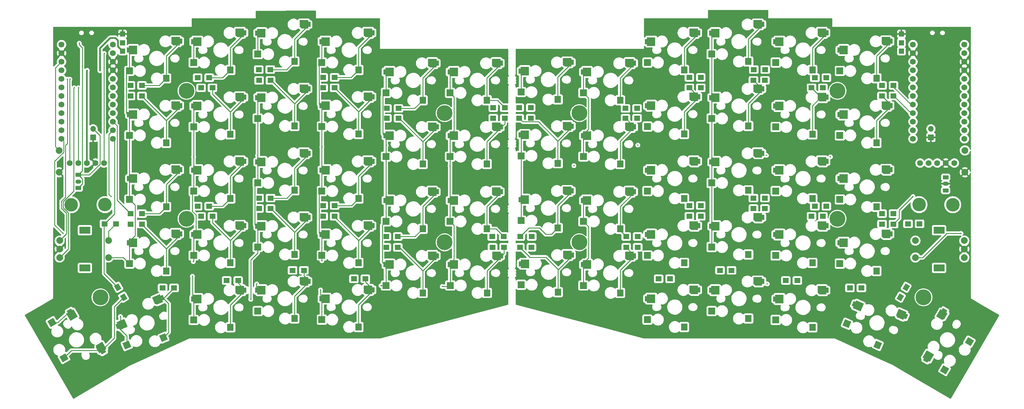
<source format=gbl>
G04 #@! TF.GenerationSoftware,KiCad,Pcbnew,7.0.2*
G04 #@! TF.CreationDate,2023-05-26T11:36:11-04:00*
G04 #@! TF.ProjectId,SofleKeyboard,536f666c-654b-4657-9962-6f6172642e6b,rev?*
G04 #@! TF.SameCoordinates,Original*
G04 #@! TF.FileFunction,Copper,L2,Bot*
G04 #@! TF.FilePolarity,Positive*
%FSLAX46Y46*%
G04 Gerber Fmt 4.6, Leading zero omitted, Abs format (unit mm)*
G04 Created by KiCad (PCBNEW 7.0.2) date 2023-05-26 11:36:11*
%MOMM*%
%LPD*%
G01*
G04 APERTURE LIST*
G04 Aperture macros list*
%AMRoundRect*
0 Rectangle with rounded corners*
0 $1 Rounding radius*
0 $2 $3 $4 $5 $6 $7 $8 $9 X,Y pos of 4 corners*
0 Add a 4 corners polygon primitive as box body*
4,1,4,$2,$3,$4,$5,$6,$7,$8,$9,$2,$3,0*
0 Add four circle primitives for the rounded corners*
1,1,$1+$1,$2,$3*
1,1,$1+$1,$4,$5*
1,1,$1+$1,$6,$7*
1,1,$1+$1,$8,$9*
0 Add four rect primitives between the rounded corners*
20,1,$1+$1,$2,$3,$4,$5,0*
20,1,$1+$1,$4,$5,$6,$7,0*
20,1,$1+$1,$6,$7,$8,$9,0*
20,1,$1+$1,$8,$9,$2,$3,0*%
%AMRotRect*
0 Rectangle, with rotation*
0 The origin of the aperture is its center*
0 $1 length*
0 $2 width*
0 $3 Rotation angle, in degrees counterclockwise*
0 Add horizontal line*
21,1,$1,$2,0,0,$3*%
%AMFreePoly0*
4,1,17,2.735355,1.235355,2.750000,1.200000,2.750000,-1.200000,2.735355,-1.235355,2.700000,-1.250000,0.300000,-1.250000,0.264645,-1.235355,0.250000,-1.200000,0.250000,-0.750000,-0.350000,-0.750000,-0.350000,0.750000,0.250000,0.750000,0.250000,1.200000,0.264645,1.235355,0.300000,1.250000,2.700000,1.250000,2.735355,1.235355,2.735355,1.235355,$1*%
%AMFreePoly1*
4,1,24,-0.364645,1.235355,-0.350000,1.200000,-0.350000,0.750000,0.350000,0.750000,0.350000,-0.750000,-0.350000,-0.750000,-0.350000,-1.200000,-0.364645,-1.235355,-0.400000,-1.250000,-2.300000,-1.250000,-2.315317,-1.243655,-2.331235,-1.239043,-2.831235,-0.839043,-2.832648,-0.836476,-2.835355,-0.835355,-2.841697,-0.820043,-2.849694,-0.805522,-2.848878,-0.802707,-2.850000,-0.800000,-2.850000,1.200000,
-2.835355,1.235355,-2.800000,1.250000,-0.400000,1.250000,-0.364645,1.235355,-0.364645,1.235355,$1*%
G04 Aperture macros list end*
G04 #@! TA.AperFunction,ComponentPad*
%ADD10C,4.700000*%
G04 #@! TD*
G04 #@! TA.AperFunction,ComponentPad*
%ADD11R,1.800000X1.500000*%
G04 #@! TD*
G04 #@! TA.AperFunction,ComponentPad*
%ADD12RotRect,1.800000X1.500000X300.000000*%
G04 #@! TD*
G04 #@! TA.AperFunction,SMDPad,CuDef*
%ADD13FreePoly0,0.000000*%
G04 #@! TD*
G04 #@! TA.AperFunction,SMDPad,CuDef*
%ADD14R,2.000000X2.000000*%
G04 #@! TD*
G04 #@! TA.AperFunction,SMDPad,CuDef*
%ADD15R,1.900000X2.000000*%
G04 #@! TD*
G04 #@! TA.AperFunction,SMDPad,CuDef*
%ADD16FreePoly1,0.000000*%
G04 #@! TD*
G04 #@! TA.AperFunction,SMDPad,CuDef*
%ADD17FreePoly0,300.000000*%
G04 #@! TD*
G04 #@! TA.AperFunction,SMDPad,CuDef*
%ADD18RotRect,2.000000X2.000000X120.000000*%
G04 #@! TD*
G04 #@! TA.AperFunction,SMDPad,CuDef*
%ADD19RotRect,1.900000X2.000000X120.000000*%
G04 #@! TD*
G04 #@! TA.AperFunction,SMDPad,CuDef*
%ADD20FreePoly1,300.000000*%
G04 #@! TD*
G04 #@! TA.AperFunction,SMDPad,CuDef*
%ADD21FreePoly0,23.000000*%
G04 #@! TD*
G04 #@! TA.AperFunction,SMDPad,CuDef*
%ADD22RotRect,2.000000X2.000000X203.000000*%
G04 #@! TD*
G04 #@! TA.AperFunction,SMDPad,CuDef*
%ADD23RotRect,1.900000X2.000000X203.000000*%
G04 #@! TD*
G04 #@! TA.AperFunction,SMDPad,CuDef*
%ADD24FreePoly1,23.000000*%
G04 #@! TD*
G04 #@! TA.AperFunction,ComponentPad*
%ADD25C,4.000000*%
G04 #@! TD*
G04 #@! TA.AperFunction,ComponentPad*
%ADD26R,1.524000X1.524000*%
G04 #@! TD*
G04 #@! TA.AperFunction,ComponentPad*
%ADD27C,2.000000*%
G04 #@! TD*
G04 #@! TA.AperFunction,ComponentPad*
%ADD28R,3.200000X2.000000*%
G04 #@! TD*
G04 #@! TA.AperFunction,SMDPad,CuDef*
%ADD29FreePoly0,60.000000*%
G04 #@! TD*
G04 #@! TA.AperFunction,SMDPad,CuDef*
%ADD30RotRect,2.000000X2.000000X240.000000*%
G04 #@! TD*
G04 #@! TA.AperFunction,SMDPad,CuDef*
%ADD31RotRect,1.900000X2.000000X240.000000*%
G04 #@! TD*
G04 #@! TA.AperFunction,SMDPad,CuDef*
%ADD32FreePoly1,60.000000*%
G04 #@! TD*
G04 #@! TA.AperFunction,ComponentPad*
%ADD33C,1.752600*%
G04 #@! TD*
G04 #@! TA.AperFunction,SMDPad,CuDef*
%ADD34FreePoly0,337.000000*%
G04 #@! TD*
G04 #@! TA.AperFunction,SMDPad,CuDef*
%ADD35RotRect,2.000000X2.000000X157.000000*%
G04 #@! TD*
G04 #@! TA.AperFunction,SMDPad,CuDef*
%ADD36RotRect,1.900000X2.000000X157.000000*%
G04 #@! TD*
G04 #@! TA.AperFunction,SMDPad,CuDef*
%ADD37FreePoly1,337.000000*%
G04 #@! TD*
G04 #@! TA.AperFunction,ComponentPad*
%ADD38RoundRect,0.250000X-0.625000X0.350000X-0.625000X-0.350000X0.625000X-0.350000X0.625000X0.350000X0*%
G04 #@! TD*
G04 #@! TA.AperFunction,ComponentPad*
%ADD39O,1.750000X1.200000*%
G04 #@! TD*
G04 #@! TA.AperFunction,ComponentPad*
%ADD40R,1.700000X1.700000*%
G04 #@! TD*
G04 #@! TA.AperFunction,ComponentPad*
%ADD41O,1.700000X1.700000*%
G04 #@! TD*
G04 #@! TA.AperFunction,ComponentPad*
%ADD42RoundRect,0.250000X0.625000X-0.350000X0.625000X0.350000X-0.625000X0.350000X-0.625000X-0.350000X0*%
G04 #@! TD*
G04 #@! TA.AperFunction,ComponentPad*
%ADD43RotRect,1.800000X1.500000X240.000000*%
G04 #@! TD*
G04 #@! TA.AperFunction,ViaPad*
%ADD44C,0.400000*%
G04 #@! TD*
G04 #@! TA.AperFunction,Conductor*
%ADD45C,0.250000*%
G04 #@! TD*
G04 #@! TA.AperFunction,Conductor*
%ADD46C,0.500000*%
G04 #@! TD*
G04 APERTURE END LIST*
D10*
X51890000Y-64364000D03*
X128390000Y-70974000D03*
X128390000Y-109274000D03*
X26390000Y-125574000D03*
D11*
X35290000Y-62764000D03*
X38690000Y-62764000D03*
X55190000Y-60464000D03*
X58590000Y-60464000D03*
X73290000Y-58064000D03*
X76690000Y-58064000D03*
X92390000Y-60364000D03*
X95790000Y-60364000D03*
X111290000Y-69564000D03*
X114690000Y-69564000D03*
X142790000Y-69364000D03*
X146190000Y-69364000D03*
X35290000Y-65864000D03*
X38690000Y-65864000D03*
X56190000Y-63464000D03*
X59590000Y-63464000D03*
X73390000Y-61264000D03*
X76790000Y-61264000D03*
X92390000Y-63464000D03*
X95790000Y-63464000D03*
X111290000Y-72464000D03*
X114690000Y-72464000D03*
X142790000Y-72464000D03*
X146190000Y-72464000D03*
X35290000Y-100764000D03*
X38690000Y-100764000D03*
X55190000Y-98564000D03*
X58590000Y-98564000D03*
X73390000Y-96164000D03*
X76790000Y-96164000D03*
X92390000Y-98364000D03*
X95790000Y-98364000D03*
X111090000Y-107564000D03*
X114490000Y-107564000D03*
X142490000Y-107564000D03*
X145890000Y-107564000D03*
X35290000Y-103864000D03*
X38690000Y-103864000D03*
X56190000Y-101564000D03*
X59590000Y-101564000D03*
X73390000Y-99264000D03*
X76790000Y-99264000D03*
X92390000Y-101564000D03*
X95790000Y-101564000D03*
X111090000Y-110764000D03*
X114490000Y-110764000D03*
X142590000Y-110764000D03*
X145990000Y-110764000D03*
X27590000Y-103774000D03*
X30990000Y-103774000D03*
D12*
X31540000Y-122591757D03*
X33240000Y-125536243D03*
D11*
X44790000Y-122764000D03*
X48190000Y-122764000D03*
X63790000Y-120564000D03*
X67190000Y-120564000D03*
X83290000Y-117574000D03*
X86690000Y-117574000D03*
D13*
X34590000Y-52264000D03*
D14*
X34990000Y-58464000D03*
D15*
X45890000Y-60664000D03*
D16*
X50290000Y-49664000D03*
D13*
X34590000Y-71364000D03*
D14*
X34990000Y-77564000D03*
D15*
X45890000Y-79764000D03*
D16*
X50290000Y-68764000D03*
D13*
X34590000Y-90364000D03*
D14*
X34990000Y-96564000D03*
D15*
X45890000Y-98764000D03*
D16*
X50290000Y-87764000D03*
D13*
X34590000Y-109364000D03*
D14*
X34990000Y-115564000D03*
D15*
X45890000Y-117764000D03*
D16*
X50290000Y-106764000D03*
D17*
X17205064Y-129562784D03*
D18*
X12035706Y-133009194D03*
D19*
X15580450Y-143548871D03*
D20*
X27306730Y-141859383D03*
D21*
X31388881Y-134183952D03*
D22*
X34179616Y-139734790D03*
D23*
X45072727Y-137500931D03*
D24*
X44824906Y-125656161D03*
D13*
X53590000Y-126064000D03*
D14*
X53990000Y-132264000D03*
D15*
X64890000Y-134464000D03*
D16*
X69290000Y-123464000D03*
D13*
X72590000Y-123464000D03*
D14*
X72990000Y-129664000D03*
D15*
X83890000Y-131864000D03*
D16*
X88290000Y-120864000D03*
D25*
X17720000Y-98116000D03*
D26*
X32934000Y-52602000D03*
X32934000Y-50102000D03*
X32934000Y-47502000D03*
D11*
X101490000Y-120074000D03*
X104890000Y-120074000D03*
D25*
X27720000Y-98100000D03*
D13*
X53590000Y-87864000D03*
D14*
X53990000Y-94064000D03*
D15*
X64890000Y-96264000D03*
D16*
X69290000Y-85264000D03*
D13*
X53590000Y-106964000D03*
D14*
X53990000Y-113164000D03*
D15*
X64890000Y-115364000D03*
D16*
X69290000Y-104364000D03*
D13*
X53590000Y-68864000D03*
D14*
X53990000Y-75064000D03*
D15*
X64890000Y-77264000D03*
D16*
X69290000Y-66264000D03*
D13*
X53590000Y-49764000D03*
D14*
X53990000Y-55964000D03*
D15*
X64890000Y-58164000D03*
D16*
X69290000Y-47164000D03*
D13*
X72590000Y-85464000D03*
D14*
X72990000Y-91664000D03*
D15*
X83890000Y-93864000D03*
D16*
X88290000Y-82864000D03*
D13*
X72590000Y-47274000D03*
D14*
X72990000Y-53474000D03*
D15*
X83890000Y-55674000D03*
D16*
X88290000Y-44674000D03*
D13*
X72590000Y-66364000D03*
D14*
X72990000Y-72564000D03*
D15*
X83890000Y-74764000D03*
D16*
X88290000Y-63764000D03*
D13*
X72590000Y-104464000D03*
D14*
X72990000Y-110664000D03*
D15*
X83890000Y-112864000D03*
D16*
X88290000Y-101864000D03*
D13*
X91590000Y-106964000D03*
D14*
X91990000Y-113164000D03*
D15*
X102890000Y-115364000D03*
D16*
X107290000Y-104364000D03*
D13*
X91590000Y-68764000D03*
D14*
X91990000Y-74964000D03*
D15*
X102890000Y-77164000D03*
D16*
X107290000Y-66164000D03*
D13*
X91590000Y-125964000D03*
D14*
X91990000Y-132164000D03*
D15*
X102890000Y-134364000D03*
D16*
X107290000Y-123364000D03*
D13*
X91590000Y-87864000D03*
D14*
X91990000Y-94064000D03*
D15*
X102890000Y-96264000D03*
D16*
X107290000Y-85264000D03*
D13*
X91590000Y-49764000D03*
D14*
X91990000Y-55964000D03*
D15*
X102890000Y-58164000D03*
D16*
X107290000Y-47164000D03*
D13*
X110590000Y-58764000D03*
D14*
X110990000Y-64964000D03*
D15*
X121890000Y-67164000D03*
D16*
X126290000Y-56164000D03*
D13*
X110590000Y-115864000D03*
D14*
X110990000Y-122064000D03*
D15*
X121890000Y-124264000D03*
D16*
X126290000Y-113264000D03*
D13*
X129590000Y-96864000D03*
D14*
X129990000Y-103064000D03*
D15*
X140890000Y-105264000D03*
D16*
X145290000Y-94264000D03*
D13*
X129640000Y-115864000D03*
D14*
X130040000Y-122064000D03*
D15*
X140940000Y-124264000D03*
D16*
X145340000Y-113264000D03*
D13*
X129590000Y-58764000D03*
D14*
X129990000Y-64964000D03*
D15*
X140890000Y-67164000D03*
D16*
X145290000Y-56164000D03*
D13*
X129590000Y-77664000D03*
D14*
X129990000Y-83864000D03*
D15*
X140890000Y-86064000D03*
D16*
X145290000Y-75064000D03*
D13*
X110590000Y-96864000D03*
D14*
X110990000Y-103064000D03*
D15*
X121890000Y-105264000D03*
D16*
X126290000Y-94264000D03*
D13*
X110590000Y-77664000D03*
D14*
X110990000Y-83864000D03*
D15*
X121890000Y-86064000D03*
D16*
X126290000Y-75064000D03*
D10*
X51890000Y-102274000D03*
D27*
X14290000Y-108764000D03*
X14290000Y-113764000D03*
X14290000Y-111264000D03*
D28*
X21790000Y-105664000D03*
X21790000Y-116864000D03*
D27*
X28790000Y-113764000D03*
X28790000Y-108764000D03*
D13*
X150622000Y-77427321D03*
D14*
X151022000Y-83627321D03*
D15*
X161922000Y-85827321D03*
D16*
X166322000Y-74827321D03*
D13*
X188090000Y-49764000D03*
D14*
X188490000Y-55964000D03*
D15*
X199390000Y-58164000D03*
D16*
X203790000Y-47164000D03*
D13*
X207090000Y-47274000D03*
D14*
X207490000Y-53474000D03*
D15*
X218390000Y-55674000D03*
D16*
X222790000Y-44674000D03*
D13*
X169090000Y-77664000D03*
D14*
X169490000Y-83864000D03*
D15*
X180390000Y-86064000D03*
D16*
X184790000Y-75064000D03*
D29*
X270970642Y-144295089D03*
D30*
X276540000Y-147048679D03*
D31*
X283895256Y-138709002D03*
D32*
X276568976Y-129398490D03*
D13*
X226090000Y-126064000D03*
D14*
X226490000Y-132264000D03*
D15*
X237390000Y-134464000D03*
D16*
X241790000Y-123464000D03*
D13*
X245090000Y-90364000D03*
D14*
X245490000Y-96564000D03*
D15*
X256390000Y-98764000D03*
D16*
X260790000Y-87764000D03*
D13*
X207090000Y-85464000D03*
D14*
X207490000Y-91664000D03*
D15*
X218390000Y-93864000D03*
D16*
X222790000Y-82864000D03*
D13*
X226090000Y-68864000D03*
D14*
X226490000Y-75064000D03*
D15*
X237390000Y-77264000D03*
D16*
X241790000Y-66264000D03*
D13*
X245090000Y-52264000D03*
D14*
X245490000Y-58464000D03*
D15*
X256390000Y-60664000D03*
D16*
X260790000Y-49664000D03*
D13*
X169090000Y-58764000D03*
D14*
X169490000Y-64964000D03*
D15*
X180390000Y-67164000D03*
D16*
X184790000Y-56164000D03*
D13*
X226090000Y-49764000D03*
D14*
X226490000Y-55964000D03*
D15*
X237390000Y-58164000D03*
D16*
X241790000Y-47164000D03*
D13*
X245090000Y-109364000D03*
D14*
X245490000Y-115564000D03*
D15*
X256390000Y-117764000D03*
D16*
X260790000Y-106764000D03*
D13*
X150622000Y-58527321D03*
D14*
X151022000Y-64727321D03*
D15*
X161922000Y-66927321D03*
D16*
X166322000Y-55927321D03*
D13*
X207090000Y-123464000D03*
D14*
X207490000Y-129664000D03*
D15*
X218390000Y-131864000D03*
D16*
X222790000Y-120864000D03*
D27*
X14138000Y-88516000D03*
X14138000Y-82016000D03*
D13*
X150622000Y-96627321D03*
D14*
X151022000Y-102827321D03*
D15*
X161922000Y-105027321D03*
D16*
X166322000Y-94027321D03*
D13*
X245090000Y-71364000D03*
D14*
X245490000Y-77564000D03*
D15*
X256390000Y-79764000D03*
D16*
X260790000Y-68764000D03*
D33*
X269260000Y-85758600D03*
X271800000Y-85758600D03*
X274340000Y-85758600D03*
X276880000Y-85758600D03*
X279420000Y-85758600D03*
D13*
X169090000Y-96864000D03*
D14*
X169490000Y-103064000D03*
D15*
X180390000Y-105264000D03*
D16*
X184790000Y-94264000D03*
D33*
X14859984Y-50649952D03*
X14859984Y-50649952D03*
X14859984Y-53189952D03*
X14859984Y-53189952D03*
X14859984Y-55729952D03*
X14859984Y-55729952D03*
X14859984Y-58269952D03*
X14859984Y-58269952D03*
X14859984Y-60809952D03*
X14859984Y-60809952D03*
X14859984Y-63349952D03*
X14859984Y-63349952D03*
X14859984Y-65889952D03*
X14859984Y-65889952D03*
X14859984Y-68429952D03*
X14859984Y-68429952D03*
X14859984Y-70969952D03*
X14859984Y-70969952D03*
X14859984Y-73509952D03*
X14859984Y-73509952D03*
X14859984Y-76049952D03*
X14859984Y-76049952D03*
X14859984Y-78589952D03*
X14859984Y-78589952D03*
X30099984Y-78589952D03*
X30099984Y-78589952D03*
X30099984Y-76049952D03*
X30099984Y-76049952D03*
X30099984Y-73509952D03*
X30099984Y-73509952D03*
X30099984Y-70969952D03*
X30099984Y-70969952D03*
X30099984Y-68429952D03*
X30099984Y-68429952D03*
X30099984Y-65889952D03*
X30099984Y-65889952D03*
X30099984Y-63349952D03*
X30099984Y-63349952D03*
X30099984Y-60809952D03*
X30099984Y-60809952D03*
X30099984Y-58269952D03*
X30099984Y-58269952D03*
X30099984Y-55729952D03*
X30099984Y-55729952D03*
X30099984Y-53189952D03*
X30099984Y-53189952D03*
X30099984Y-50649952D03*
X30099984Y-50649952D03*
D13*
X226090000Y-87864000D03*
D14*
X226490000Y-94064000D03*
D15*
X237390000Y-96264000D03*
D16*
X241790000Y-85264000D03*
D13*
X226090000Y-106964000D03*
D14*
X226490000Y-113164000D03*
D15*
X237390000Y-115364000D03*
D16*
X241790000Y-104364000D03*
D13*
X207090000Y-104464000D03*
D14*
X207490000Y-110664000D03*
D15*
X218390000Y-112864000D03*
D16*
X222790000Y-101864000D03*
D34*
X249633702Y-127536437D03*
D35*
X247579371Y-133399860D03*
D36*
X256753265Y-139683940D03*
D37*
X265101529Y-131277603D03*
D33*
X267168384Y-50649952D03*
X267168384Y-50649952D03*
X267168384Y-53189952D03*
X267168384Y-53189952D03*
X267168384Y-55729952D03*
X267168384Y-55729952D03*
X267168384Y-58269952D03*
X267168384Y-58269952D03*
X267168384Y-60809952D03*
X267168384Y-60809952D03*
X267168384Y-63349952D03*
X267168384Y-63349952D03*
X267168384Y-65889952D03*
X267168384Y-65889952D03*
X267168384Y-68429952D03*
X267168384Y-68429952D03*
X267168384Y-70969952D03*
X267168384Y-70969952D03*
X267168384Y-73509952D03*
X267168384Y-73509952D03*
X267168384Y-76049952D03*
X267168384Y-76049952D03*
X267168384Y-78589952D03*
X267168384Y-78589952D03*
X282408384Y-78589952D03*
X282408384Y-78589952D03*
X282408384Y-76049952D03*
X282408384Y-76049952D03*
X282408384Y-73509952D03*
X282408384Y-73509952D03*
X282408384Y-70969952D03*
X282408384Y-70969952D03*
X282408384Y-68429952D03*
X282408384Y-68429952D03*
X282408384Y-65889952D03*
X282408384Y-65889952D03*
X282408384Y-63349952D03*
X282408384Y-63349952D03*
X282408384Y-60809952D03*
X282408384Y-60809952D03*
X282408384Y-58269952D03*
X282408384Y-58269952D03*
X282408384Y-55729952D03*
X282408384Y-55729952D03*
X282408384Y-53189952D03*
X282408384Y-53189952D03*
X282408384Y-50649952D03*
X282408384Y-50649952D03*
D13*
X188090000Y-106964000D03*
D14*
X188490000Y-113164000D03*
D15*
X199390000Y-115364000D03*
D16*
X203790000Y-104364000D03*
D13*
X150672000Y-115627321D03*
D14*
X151072000Y-121827321D03*
D15*
X161972000Y-124027321D03*
D16*
X166372000Y-113027321D03*
D13*
X207090000Y-66364000D03*
D14*
X207490000Y-72564000D03*
D15*
X218390000Y-74764000D03*
D16*
X222790000Y-63764000D03*
D13*
X169090000Y-115864000D03*
D14*
X169490000Y-122064000D03*
D15*
X180390000Y-124264000D03*
D16*
X184790000Y-113264000D03*
D13*
X188090000Y-87864000D03*
D14*
X188490000Y-94064000D03*
D15*
X199390000Y-96264000D03*
D16*
X203790000Y-85264000D03*
D13*
X188090000Y-68764000D03*
D14*
X188490000Y-74964000D03*
D15*
X199390000Y-77164000D03*
D16*
X203790000Y-66164000D03*
D38*
X276863000Y-89983000D03*
X276837000Y-93886000D03*
D39*
X276837000Y-91886000D03*
D40*
X24190000Y-78170000D03*
D41*
X24190000Y-75630000D03*
D13*
X188090000Y-125964000D03*
D14*
X188490000Y-132164000D03*
D15*
X199390000Y-134364000D03*
D16*
X203790000Y-123364000D03*
D40*
X272490000Y-78170000D03*
D41*
X272490000Y-75630000D03*
D33*
X17260000Y-85758600D03*
X19800000Y-85758600D03*
X22340000Y-85758600D03*
X24880000Y-85758600D03*
X27420000Y-85758600D03*
D42*
X19817000Y-93169500D03*
X19843000Y-89266500D03*
D39*
X19843000Y-91266500D03*
D10*
X244790000Y-102274000D03*
D11*
X261390000Y-62764000D03*
X257990000Y-62764000D03*
D25*
X268960000Y-98100000D03*
D11*
X223390000Y-58064000D03*
X219990000Y-58064000D03*
X269090000Y-103774000D03*
X265690000Y-103774000D03*
X185590000Y-110764000D03*
X182190000Y-110764000D03*
D10*
X270290000Y-125574000D03*
D11*
X154090000Y-110764000D03*
X150690000Y-110764000D03*
D10*
X168290000Y-70974000D03*
D26*
X263746000Y-52602000D03*
X263746000Y-50102000D03*
X263746000Y-47502000D03*
D11*
X261390000Y-100764000D03*
X257990000Y-100764000D03*
X261390000Y-65864000D03*
X257990000Y-65864000D03*
D25*
X278960000Y-98116000D03*
D11*
X241490000Y-60464000D03*
X238090000Y-60464000D03*
X213390000Y-117574000D03*
X209990000Y-117574000D03*
X153890000Y-72464000D03*
X150490000Y-72464000D03*
D27*
X282542000Y-88516000D03*
X282542000Y-82016000D03*
D10*
X168290000Y-109274000D03*
D11*
X232890000Y-120564000D03*
X229490000Y-120564000D03*
X204290000Y-60364000D03*
X200890000Y-60364000D03*
X185390000Y-72464000D03*
X181990000Y-72464000D03*
X195190000Y-120074000D03*
X191790000Y-120074000D03*
X223290000Y-96164000D03*
X219890000Y-96164000D03*
D43*
X265140000Y-122591757D03*
X263440000Y-125536243D03*
D10*
X244790000Y-64364000D03*
D11*
X185390000Y-69564000D03*
X181990000Y-69564000D03*
X241490000Y-98564000D03*
X238090000Y-98564000D03*
X223290000Y-99264000D03*
X219890000Y-99264000D03*
X261390000Y-103864000D03*
X257990000Y-103864000D03*
X153890000Y-69364000D03*
X150490000Y-69364000D03*
D27*
X282390000Y-108764000D03*
X282390000Y-113764000D03*
X282390000Y-111264000D03*
D28*
X274890000Y-116864000D03*
X274890000Y-105664000D03*
D27*
X267890000Y-113764000D03*
X267890000Y-108764000D03*
D11*
X204290000Y-101564000D03*
X200890000Y-101564000D03*
X185590000Y-107564000D03*
X182190000Y-107564000D03*
X154190000Y-107564000D03*
X150790000Y-107564000D03*
X251890000Y-122764000D03*
X248490000Y-122764000D03*
X223290000Y-61264000D03*
X219890000Y-61264000D03*
X240490000Y-63464000D03*
X237090000Y-63464000D03*
X204290000Y-63464000D03*
X200890000Y-63464000D03*
X204290000Y-98364000D03*
X200890000Y-98364000D03*
X240490000Y-101564000D03*
X237090000Y-101564000D03*
D44*
X242690000Y-83933500D03*
X267156000Y-95696000D03*
X166690000Y-86552000D03*
X223976000Y-121604000D03*
X223722000Y-83504000D03*
X281380000Y-106618000D03*
X185622000Y-80456000D03*
X29524000Y-95696000D03*
X22412000Y-58358000D03*
X26222000Y-58358000D03*
X17332000Y-60898000D03*
X19872000Y-63438000D03*
X27492000Y-53278000D03*
X15300000Y-106618000D03*
X53990000Y-83933500D03*
X53908000Y-115000000D03*
X17332000Y-129732000D03*
X70926000Y-126176000D03*
X72958000Y-83504000D03*
X32318000Y-131256000D03*
X20126000Y-50230000D03*
X92008000Y-114746000D03*
X92008000Y-80964000D03*
X53654000Y-119318000D03*
X111058000Y-80456000D03*
X109534000Y-122112000D03*
X72704000Y-121604000D03*
X72704000Y-121604000D03*
X91608000Y-123382000D03*
X127676000Y-122366000D03*
X129990000Y-86552000D03*
X16570000Y-60898000D03*
X18602000Y-63438000D03*
D45*
X261390000Y-63239936D02*
X266580016Y-68429952D01*
X263092000Y-102162000D02*
X261390000Y-103864000D01*
X270040000Y-113764000D02*
X277186000Y-106618000D01*
X261390000Y-62764000D02*
X261390000Y-63239936D01*
X261390000Y-65864000D02*
X261474064Y-65864000D01*
X267890000Y-113764000D02*
X270040000Y-113764000D01*
X261390000Y-62764000D02*
X261142000Y-63012000D01*
X267156000Y-95696000D02*
X263092000Y-99760000D01*
X277186000Y-106618000D02*
X281380000Y-106618000D01*
X263092000Y-99760000D02*
X263092000Y-102162000D01*
X261474064Y-65864000D02*
X266580016Y-70969952D01*
X31301284Y-96775284D02*
X35290000Y-100764000D01*
X30099984Y-73509952D02*
X31301284Y-74711252D01*
X31301284Y-74711252D02*
X31301284Y-96775284D01*
X28898684Y-77251252D02*
X28898684Y-95070684D01*
X28898684Y-95070684D02*
X29524000Y-95696000D01*
X30099984Y-76049952D02*
X28898684Y-77251252D01*
X30540000Y-79029968D02*
X30540000Y-100824000D01*
X27465000Y-103899000D02*
X27465000Y-118516757D01*
X30540000Y-100824000D02*
X27590000Y-103774000D01*
X30099984Y-78589952D02*
X30540000Y-79029968D01*
X27590000Y-103774000D02*
X27465000Y-103899000D01*
X27465000Y-118516757D02*
X31540000Y-122591757D01*
D46*
X22340000Y-58430000D02*
X22412000Y-58358000D01*
X31556000Y-51224000D02*
X32934000Y-52602000D01*
X26222000Y-58358000D02*
X26222000Y-51754000D01*
X26222000Y-51754000D02*
X29270000Y-48706000D01*
X22340000Y-85758600D02*
X22340000Y-58430000D01*
X30794000Y-48706000D02*
X31556000Y-49468000D01*
X31556000Y-49468000D02*
X31556000Y-51224000D01*
X29270000Y-48706000D02*
X30794000Y-48706000D01*
D45*
X28790000Y-108764000D02*
X28790000Y-105974000D01*
X28790000Y-105974000D02*
X30990000Y-103774000D01*
X17260000Y-85758600D02*
X17260000Y-60970000D01*
X17260000Y-60970000D02*
X17332000Y-60898000D01*
X19800000Y-63510000D02*
X19872000Y-63438000D01*
X19800000Y-85758600D02*
X19800000Y-63510000D01*
X27420000Y-85758600D02*
X27420000Y-53350000D01*
X27420000Y-53350000D02*
X27492000Y-53278000D01*
X50290000Y-49664000D02*
X45890000Y-54064000D01*
X45890000Y-54064000D02*
X45890000Y-60664000D01*
X45890000Y-60664000D02*
X43790000Y-62764000D01*
X43790000Y-62764000D02*
X38690000Y-62764000D01*
X64890000Y-58164000D02*
X62590000Y-60464000D01*
X62590000Y-60464000D02*
X58590000Y-60464000D01*
X64890000Y-51564000D02*
X64890000Y-58164000D01*
X69290000Y-47164000D02*
X64890000Y-51564000D01*
X88290000Y-44674000D02*
X83890000Y-49074000D01*
X81500000Y-58064000D02*
X76690000Y-58064000D01*
X83890000Y-55674000D02*
X81500000Y-58064000D01*
X83890000Y-49074000D02*
X83890000Y-55674000D01*
X100690000Y-60364000D02*
X95790000Y-60364000D01*
X102890000Y-58164000D02*
X100690000Y-60364000D01*
X102890000Y-51564000D02*
X102890000Y-58164000D01*
X107290000Y-47164000D02*
X102890000Y-51564000D01*
X13014000Y-80892000D02*
X13014000Y-57575936D01*
X14138000Y-82016000D02*
X13014000Y-80892000D01*
X13014000Y-57575936D02*
X14859984Y-55729952D01*
X34990000Y-71764000D02*
X34590000Y-71364000D01*
X34990000Y-52664000D02*
X34590000Y-52264000D01*
X34590000Y-71364000D02*
X34065000Y-70839000D01*
X15463000Y-79192968D02*
X14859984Y-78589952D01*
X34065000Y-70839000D02*
X34065000Y-59389000D01*
X36636000Y-107318000D02*
X36636000Y-98210000D01*
X12813000Y-85214833D02*
X15463000Y-82564833D01*
X28790000Y-113764000D02*
X33190000Y-113764000D01*
X15463000Y-82564833D02*
X15463000Y-79192968D01*
X34990000Y-109764000D02*
X34590000Y-109364000D01*
X12813000Y-104131000D02*
X12813000Y-85214833D01*
X34990000Y-115564000D02*
X34990000Y-109764000D01*
X34990000Y-77564000D02*
X34990000Y-71764000D01*
X34990000Y-58464000D02*
X34990000Y-52664000D01*
X34990000Y-90764000D02*
X34590000Y-90364000D01*
X34590000Y-109364000D02*
X36636000Y-107318000D01*
X34990000Y-96564000D02*
X34990000Y-90764000D01*
X34065000Y-59389000D02*
X34990000Y-58464000D01*
X36636000Y-98210000D02*
X34990000Y-96564000D01*
X34990000Y-89964000D02*
X34590000Y-90364000D01*
X15300000Y-106618000D02*
X12813000Y-104131000D01*
X34990000Y-77564000D02*
X34990000Y-89964000D01*
X33190000Y-113764000D02*
X34990000Y-115564000D01*
X119490000Y-69564000D02*
X114690000Y-69564000D01*
X121890000Y-60564000D02*
X121890000Y-67164000D01*
X126290000Y-56164000D02*
X121890000Y-60564000D01*
X121890000Y-67164000D02*
X119490000Y-69564000D01*
X140890000Y-60564000D02*
X140890000Y-67164000D01*
X146190000Y-69364000D02*
X143990000Y-67164000D01*
X143990000Y-67164000D02*
X140890000Y-67164000D01*
X145290000Y-56164000D02*
X140890000Y-60564000D01*
X38690000Y-65964000D02*
X45890000Y-73164000D01*
X38690000Y-65864000D02*
X38690000Y-65964000D01*
X45890000Y-73164000D02*
X45890000Y-79764000D01*
X50290000Y-68764000D02*
X45890000Y-73164000D01*
X64890000Y-70664000D02*
X64890000Y-77264000D01*
X59590000Y-63464000D02*
X59590000Y-65364000D01*
X59590000Y-65364000D02*
X64890000Y-70664000D01*
X69290000Y-66264000D02*
X64890000Y-70664000D01*
X76990000Y-61264000D02*
X83890000Y-68164000D01*
X88290000Y-63764000D02*
X83890000Y-68164000D01*
X76790000Y-61264000D02*
X76990000Y-61264000D01*
X83890000Y-68164000D02*
X83890000Y-74764000D01*
X95790000Y-63464000D02*
X102890000Y-70564000D01*
X107290000Y-66164000D02*
X102890000Y-70564000D01*
X102890000Y-70564000D02*
X102890000Y-77164000D01*
X121890000Y-79464000D02*
X121890000Y-86064000D01*
X114890000Y-72464000D02*
X121890000Y-79464000D01*
X114690000Y-72464000D02*
X114890000Y-72464000D01*
X126290000Y-75064000D02*
X121890000Y-79464000D01*
X146190000Y-74164000D02*
X146190000Y-72464000D01*
X140890000Y-79464000D02*
X140890000Y-86064000D01*
X145290000Y-75064000D02*
X146190000Y-74164000D01*
X145290000Y-75064000D02*
X140890000Y-79464000D01*
X50290000Y-87764000D02*
X45890000Y-92164000D01*
X38690000Y-100764000D02*
X43890000Y-100764000D01*
X43890000Y-100764000D02*
X45890000Y-98764000D01*
X45890000Y-92164000D02*
X45890000Y-98764000D01*
X64890000Y-89664000D02*
X64890000Y-96264000D01*
X58590000Y-98564000D02*
X62590000Y-98564000D01*
X62590000Y-98564000D02*
X64890000Y-96264000D01*
X69290000Y-85264000D02*
X64890000Y-89664000D01*
X83890000Y-93864000D02*
X81590000Y-96164000D01*
X88290000Y-82864000D02*
X83890000Y-87264000D01*
X83890000Y-87264000D02*
X83890000Y-93864000D01*
X81590000Y-96164000D02*
X76790000Y-96164000D01*
X102890000Y-96264000D02*
X100790000Y-98364000D01*
X107290000Y-85264000D02*
X102890000Y-89664000D01*
X100790000Y-98364000D02*
X95790000Y-98364000D01*
X102890000Y-89664000D02*
X102890000Y-96264000D01*
X121890000Y-105264000D02*
X119590000Y-107564000D01*
X121890000Y-98664000D02*
X121890000Y-105264000D01*
X126290000Y-94264000D02*
X121890000Y-98664000D01*
X119590000Y-107564000D02*
X114490000Y-107564000D01*
X140890000Y-98664000D02*
X140890000Y-105264000D01*
X143590000Y-105264000D02*
X145890000Y-107564000D01*
X145290000Y-94264000D02*
X140890000Y-98664000D01*
X140890000Y-105264000D02*
X143590000Y-105264000D01*
X45890000Y-111164000D02*
X45890000Y-117764000D01*
X50290000Y-106764000D02*
X45890000Y-111164000D01*
X38690000Y-103964000D02*
X45890000Y-111164000D01*
X38690000Y-103864000D02*
X38690000Y-103964000D01*
X59590000Y-101564000D02*
X59590000Y-103464000D01*
X59590000Y-103464000D02*
X64890000Y-108764000D01*
X64890000Y-108764000D02*
X64890000Y-115364000D01*
X69290000Y-104364000D02*
X64890000Y-108764000D01*
X83890000Y-106264000D02*
X83890000Y-112864000D01*
X76790000Y-99264000D02*
X76890000Y-99264000D01*
X88290000Y-101864000D02*
X83890000Y-106264000D01*
X76890000Y-99264000D02*
X83890000Y-106264000D01*
X95790000Y-101664000D02*
X102890000Y-108764000D01*
X107290000Y-104364000D02*
X102890000Y-108764000D01*
X95790000Y-101564000D02*
X95790000Y-101664000D01*
X102890000Y-108764000D02*
X102890000Y-115364000D01*
X121890000Y-117664000D02*
X121890000Y-124264000D01*
X114490000Y-110764000D02*
X114990000Y-110764000D01*
X126290000Y-113264000D02*
X121890000Y-117664000D01*
X114990000Y-110764000D02*
X121890000Y-117664000D01*
X140940000Y-117664000D02*
X140940000Y-124264000D01*
X145340000Y-113264000D02*
X140940000Y-117664000D01*
X145340000Y-113264000D02*
X145990000Y-112614000D01*
X145990000Y-112614000D02*
X145990000Y-110764000D01*
X30448656Y-137695509D02*
X26795756Y-141348409D01*
X17780912Y-141348409D02*
X26795756Y-141348409D01*
X15580450Y-143548871D02*
X17780912Y-141348409D01*
X33240000Y-125536243D02*
X30448656Y-128327587D01*
X30448656Y-128327587D02*
X30448656Y-137695509D01*
X26795756Y-141348409D02*
X27306730Y-141859383D01*
X44824906Y-125656161D02*
X46577777Y-127409032D01*
X46577777Y-127409032D02*
X46577777Y-135995881D01*
X44824906Y-125656161D02*
X45297839Y-125656161D01*
X46577777Y-135995881D02*
X45072727Y-137500931D01*
X45297839Y-125656161D02*
X48190000Y-122764000D01*
X67190000Y-120564000D02*
X67190000Y-121364000D01*
X67190000Y-121364000D02*
X69290000Y-123464000D01*
X64890000Y-127864000D02*
X64890000Y-134464000D01*
X69290000Y-123464000D02*
X64890000Y-127864000D01*
X86690000Y-117574000D02*
X86690000Y-119264000D01*
X88290000Y-120864000D02*
X83890000Y-125264000D01*
X83890000Y-125264000D02*
X83890000Y-131864000D01*
X86690000Y-119264000D02*
X88290000Y-120864000D01*
X104890000Y-120074000D02*
X104890000Y-120964000D01*
X104890000Y-120964000D02*
X107290000Y-123364000D01*
X107290000Y-123364000D02*
X102890000Y-127764000D01*
X102890000Y-127764000D02*
X102890000Y-134364000D01*
X53590000Y-68864000D02*
X53990000Y-69264000D01*
X53990000Y-107364000D02*
X53990000Y-113164000D01*
X53908000Y-113984000D02*
X53990000Y-114066000D01*
X53990000Y-113902000D02*
X53908000Y-113984000D01*
X54665000Y-105889000D02*
X54665000Y-101124557D01*
X17205064Y-129562784D02*
X17332000Y-129732000D01*
X53990000Y-75064000D02*
X53990000Y-87464000D01*
X53990000Y-114066000D02*
X53990000Y-114918000D01*
X53990000Y-113164000D02*
X53990000Y-113902000D01*
X53990000Y-50164000D02*
X53590000Y-49764000D01*
X54665000Y-101124557D02*
X53590000Y-100049557D01*
X13758654Y-133009194D02*
X12035706Y-133009194D01*
X53590000Y-100049557D02*
X53590000Y-94464000D01*
X17332000Y-129732000D02*
X13758654Y-133009194D01*
X53990000Y-69264000D02*
X53990000Y-75064000D01*
X53590000Y-94464000D02*
X53990000Y-94064000D01*
X53990000Y-88264000D02*
X53990000Y-94064000D01*
X53990000Y-87464000D02*
X53590000Y-87864000D01*
X53590000Y-87864000D02*
X53990000Y-88264000D01*
X53590000Y-106964000D02*
X53990000Y-107364000D01*
X53590000Y-106964000D02*
X54665000Y-105889000D01*
X53990000Y-55964000D02*
X53990000Y-50164000D01*
X53990000Y-114918000D02*
X53908000Y-115000000D01*
X72990000Y-85064000D02*
X72990000Y-72564000D01*
X72990000Y-110664000D02*
X72990000Y-104864000D01*
X34179616Y-136974687D02*
X34179616Y-139734790D01*
X72590000Y-66364000D02*
X72990000Y-66764000D01*
X72990000Y-53474000D02*
X72990000Y-47674000D01*
X72165000Y-104039000D02*
X72165000Y-92489000D01*
X31388881Y-134183952D02*
X32318000Y-133254833D01*
X32318000Y-133254833D02*
X32318000Y-131256000D01*
X72990000Y-112428000D02*
X72990000Y-110664000D01*
X72990000Y-85864000D02*
X72590000Y-85464000D01*
X72990000Y-91664000D02*
X72990000Y-85864000D01*
X70926000Y-126176000D02*
X70926000Y-114492000D01*
X72990000Y-66764000D02*
X72990000Y-72564000D01*
X72165000Y-92489000D02*
X72990000Y-91664000D01*
X72590000Y-85464000D02*
X72990000Y-85064000D01*
X70926000Y-114492000D02*
X72990000Y-112428000D01*
X72990000Y-104864000D02*
X72590000Y-104464000D01*
X31388881Y-134183952D02*
X34179616Y-136974687D01*
X72590000Y-104464000D02*
X72165000Y-104039000D01*
X72990000Y-47674000D02*
X72590000Y-47274000D01*
X26218700Y-77658700D02*
X26218700Y-86118795D01*
X23070995Y-89266500D02*
X19843000Y-89266500D01*
X21043000Y-90466500D02*
X21043000Y-91943500D01*
X20126000Y-50738000D02*
X20126000Y-50230000D01*
X26218700Y-86118795D02*
X23070995Y-89266500D01*
X21001300Y-88108200D02*
X19843000Y-89266500D01*
X21001300Y-51613300D02*
X20126000Y-50738000D01*
X24190000Y-75630000D02*
X26218700Y-77658700D01*
X19843000Y-89266500D02*
X21043000Y-90466500D01*
X21001300Y-51613300D02*
X21001300Y-88108200D01*
X21043000Y-91943500D02*
X19817000Y-93169500D01*
X91165000Y-56789000D02*
X91990000Y-55964000D01*
X91990000Y-80982000D02*
X92008000Y-80964000D01*
X91590000Y-87864000D02*
X91990000Y-88264000D01*
X91590000Y-68764000D02*
X91165000Y-68339000D01*
X91990000Y-69164000D02*
X91590000Y-68764000D01*
X91165000Y-68339000D02*
X91165000Y-56789000D01*
X53654000Y-125922000D02*
X53990000Y-126464000D01*
X91590000Y-87864000D02*
X91990000Y-87464000D01*
X91990000Y-88264000D02*
X91990000Y-94064000D01*
X91990000Y-80946000D02*
X91990000Y-74964000D01*
X91990000Y-87464000D02*
X91990000Y-80982000D01*
X91165000Y-94889000D02*
X91990000Y-94064000D01*
X91990000Y-113164000D02*
X91990000Y-107364000D01*
X91990000Y-74964000D02*
X91990000Y-69164000D01*
X91990000Y-114728000D02*
X92008000Y-114746000D01*
X91990000Y-50164000D02*
X91590000Y-49764000D01*
X91990000Y-113164000D02*
X91990000Y-114728000D01*
X53590000Y-126064000D02*
X53654000Y-125922000D01*
X91990000Y-107364000D02*
X91590000Y-106964000D01*
X53990000Y-126464000D02*
X53990000Y-132264000D01*
X91990000Y-55964000D02*
X91990000Y-50164000D01*
X91165000Y-106539000D02*
X91165000Y-94889000D01*
X91590000Y-106964000D02*
X91165000Y-106539000D01*
X92008000Y-80964000D02*
X91990000Y-80946000D01*
X53654000Y-119318000D02*
X53654000Y-125922000D01*
X110990000Y-116264000D02*
X110590000Y-115864000D01*
X110990000Y-122064000D02*
X109582000Y-122064000D01*
X109865000Y-115139000D02*
X109865000Y-115077000D01*
X109865000Y-115077000D02*
X109788000Y-115000000D01*
X110990000Y-78064000D02*
X110590000Y-77664000D01*
X110590000Y-77664000D02*
X110065000Y-77139000D01*
X110590000Y-96864000D02*
X110990000Y-96464000D01*
X110990000Y-83864000D02*
X110990000Y-78064000D01*
X72590000Y-123464000D02*
X72590000Y-121718000D01*
X110990000Y-64964000D02*
X110990000Y-59164000D01*
X110990000Y-97264000D02*
X110590000Y-96864000D01*
X110065000Y-65889000D02*
X110990000Y-64964000D01*
X109582000Y-122064000D02*
X109534000Y-122112000D01*
X109788000Y-115000000D02*
X109865000Y-114923000D01*
X110990000Y-103064000D02*
X110990000Y-97264000D01*
X110590000Y-115864000D02*
X109865000Y-115139000D01*
X109865000Y-114923000D02*
X109865000Y-104189000D01*
X72590000Y-121718000D02*
X72704000Y-121604000D01*
X110990000Y-96464000D02*
X110990000Y-83864000D01*
X110065000Y-77139000D02*
X110065000Y-65889000D01*
X109865000Y-104189000D02*
X110990000Y-103064000D01*
X110990000Y-122064000D02*
X110990000Y-116264000D01*
X110990000Y-59164000D02*
X110590000Y-58764000D01*
X131165000Y-66139000D02*
X131165000Y-76089000D01*
X91590000Y-125964000D02*
X91590000Y-123400000D01*
X131165000Y-76089000D02*
X129590000Y-77664000D01*
X91990000Y-126364000D02*
X91990000Y-132164000D01*
X129990000Y-97264000D02*
X129990000Y-103064000D01*
X129990000Y-64964000D02*
X129990000Y-59164000D01*
X129590000Y-77664000D02*
X129990000Y-78064000D01*
X127676000Y-122366000D02*
X129738000Y-122366000D01*
X131165000Y-114339000D02*
X129640000Y-115864000D01*
X129990000Y-83864000D02*
X129990000Y-96464000D01*
X91590000Y-125964000D02*
X91990000Y-126364000D01*
X129640000Y-115864000D02*
X130040000Y-116264000D01*
X129738000Y-122366000D02*
X130040000Y-122064000D01*
X129990000Y-64964000D02*
X131165000Y-66139000D01*
X129990000Y-96464000D02*
X129590000Y-96864000D01*
X131165000Y-104239000D02*
X131165000Y-114339000D01*
X129990000Y-78064000D02*
X129990000Y-83864000D01*
X129590000Y-96864000D02*
X129990000Y-97264000D01*
X91590000Y-123400000D02*
X91608000Y-123382000D01*
X129990000Y-103064000D02*
X131165000Y-104239000D01*
X130040000Y-116264000D02*
X130040000Y-122064000D01*
X129990000Y-59164000D02*
X129590000Y-58764000D01*
X16570000Y-79948000D02*
X16570000Y-60898000D01*
X16011779Y-95899778D02*
X16011779Y-80506221D01*
X16374000Y-106680000D02*
X16374000Y-100708396D01*
X14850000Y-97061557D02*
X16011779Y-95899778D01*
X16374000Y-100708396D02*
X14850000Y-99184396D01*
X14290000Y-108764000D02*
X16374000Y-106680000D01*
X16011779Y-80506221D02*
X16570000Y-79948000D01*
X14850000Y-99184396D02*
X14850000Y-97061557D01*
X16824000Y-100522000D02*
X16824000Y-111230000D01*
X18461300Y-94086653D02*
X15300000Y-97247953D01*
X15300000Y-97247953D02*
X15300000Y-98998000D01*
X15300000Y-98998000D02*
X16824000Y-100522000D01*
X18461300Y-63578700D02*
X18461300Y-94086653D01*
X18602000Y-63438000D02*
X18461300Y-63578700D01*
X16824000Y-111230000D02*
X14290000Y-113764000D01*
X256390000Y-54064000D02*
X256390000Y-60664000D01*
X260790000Y-49664000D02*
X256390000Y-54064000D01*
X260790000Y-68664000D02*
X257990000Y-65864000D01*
X256390000Y-79764000D02*
X256390000Y-73164000D01*
X260790000Y-68764000D02*
X260790000Y-68664000D01*
X256390000Y-73164000D02*
X260790000Y-68764000D01*
X241790000Y-47164000D02*
X237390000Y-51564000D01*
X237390000Y-51564000D02*
X237390000Y-58164000D01*
X241790000Y-66264000D02*
X239890000Y-66264000D01*
X237390000Y-77264000D02*
X237390000Y-68764000D01*
X237390000Y-68764000D02*
X239890000Y-66264000D01*
X239890000Y-66264000D02*
X237090000Y-63464000D01*
X222790000Y-44674000D02*
X218390000Y-49074000D01*
X218390000Y-49074000D02*
X218390000Y-55674000D01*
X222390000Y-63764000D02*
X219890000Y-61264000D01*
X218390000Y-74764000D02*
X218390000Y-68164000D01*
X218390000Y-68164000D02*
X222790000Y-63764000D01*
X222790000Y-63764000D02*
X222390000Y-63764000D01*
X203790000Y-47164000D02*
X199390000Y-51564000D01*
X199390000Y-51564000D02*
X199390000Y-58164000D01*
X203590000Y-66164000D02*
X200890000Y-63464000D01*
X199390000Y-70564000D02*
X203790000Y-66164000D01*
X199390000Y-77164000D02*
X199390000Y-70564000D01*
X203790000Y-66164000D02*
X203590000Y-66164000D01*
X184790000Y-56164000D02*
X180390000Y-60564000D01*
X180390000Y-60564000D02*
X180390000Y-67164000D01*
X180390000Y-86064000D02*
X180390000Y-79264000D01*
X180390000Y-79264000D02*
X184590000Y-75064000D01*
X184590000Y-75064000D02*
X181990000Y-72464000D01*
X184790000Y-75064000D02*
X184590000Y-75064000D01*
X184790000Y-94264000D02*
X180390000Y-98664000D01*
X180390000Y-105764000D02*
X182190000Y-107564000D01*
X180390000Y-98664000D02*
X180390000Y-105264000D01*
X180390000Y-105264000D02*
X180390000Y-105764000D01*
X184690000Y-113264000D02*
X182190000Y-110764000D01*
X180390000Y-124264000D02*
X180390000Y-117564000D01*
X180390000Y-117564000D02*
X184690000Y-113264000D01*
X184790000Y-113264000D02*
X184690000Y-113264000D01*
X166322000Y-55927321D02*
X161922000Y-60327321D01*
X161922000Y-60327321D02*
X161922000Y-66927321D01*
X166322000Y-74827321D02*
X161922000Y-79227321D01*
X156233679Y-73539000D02*
X161922000Y-79227321D01*
X151565000Y-73539000D02*
X156233679Y-73539000D01*
X161922000Y-79227321D02*
X161922000Y-85827321D01*
X150490000Y-72464000D02*
X151565000Y-73539000D01*
X161922000Y-98427321D02*
X161922000Y-105027321D01*
X166322000Y-94027321D02*
X161922000Y-98427321D01*
X161922000Y-105027321D02*
X160047000Y-106902321D01*
X156470350Y-105027321D02*
X153326679Y-105027321D01*
X158345350Y-106902321D02*
X156470350Y-105027321D01*
X160047000Y-106902321D02*
X158345350Y-106902321D01*
X153326679Y-105027321D02*
X150790000Y-107564000D01*
X161972000Y-117427321D02*
X162055660Y-117343660D01*
X158424320Y-113712320D02*
X162055660Y-117343660D01*
X153638320Y-113712320D02*
X158424320Y-113712320D01*
X162055660Y-117343660D02*
X166372000Y-113027321D01*
X150690000Y-110764000D02*
X153638320Y-113712320D01*
X161972000Y-124027321D02*
X161972000Y-117427321D01*
X207490000Y-53474000D02*
X207490000Y-47674000D01*
X207490000Y-91664000D02*
X207490000Y-85864000D01*
X207490000Y-85064000D02*
X207090000Y-85464000D01*
X207490000Y-53474000D02*
X207490000Y-65964000D01*
X207490000Y-110664000D02*
X207490000Y-91664000D01*
X207490000Y-66764000D02*
X207490000Y-72564000D01*
X207090000Y-104464000D02*
X207490000Y-104864000D01*
X207490000Y-85864000D02*
X207090000Y-85464000D01*
X207490000Y-47674000D02*
X207090000Y-47274000D01*
X207090000Y-66364000D02*
X207490000Y-66764000D01*
X207490000Y-104864000D02*
X207490000Y-110664000D01*
X207490000Y-65964000D02*
X207090000Y-66364000D01*
X207490000Y-72564000D02*
X207490000Y-85064000D01*
X169490000Y-97264000D02*
X169490000Y-103064000D01*
X171065000Y-66539000D02*
X171065000Y-75689000D01*
X171065000Y-113889000D02*
X169090000Y-115864000D01*
X171065000Y-75689000D02*
X169090000Y-77664000D01*
X169490000Y-78064000D02*
X169090000Y-77664000D01*
X169090000Y-96864000D02*
X169490000Y-97264000D01*
X171065000Y-104639000D02*
X171065000Y-113889000D01*
X169490000Y-116264000D02*
X169490000Y-122064000D01*
X169490000Y-64964000D02*
X171065000Y-66539000D01*
X169490000Y-103064000D02*
X171065000Y-104639000D01*
X169490000Y-83864000D02*
X169490000Y-78064000D01*
X169090000Y-115864000D02*
X169490000Y-116264000D01*
X169090000Y-58764000D02*
X169490000Y-59164000D01*
X169490000Y-59164000D02*
X169490000Y-64964000D01*
X150622000Y-77427321D02*
X151022000Y-77827321D01*
X151022000Y-97027321D02*
X151022000Y-102827321D01*
X151022000Y-77827321D02*
X151022000Y-83627321D01*
X151022000Y-58927321D02*
X151022000Y-64727321D01*
X151022000Y-96227321D02*
X151022000Y-83627321D01*
X150622000Y-58527321D02*
X151022000Y-58927321D01*
X150622000Y-96627321D02*
X151022000Y-97027321D01*
X150622000Y-96627321D02*
X151022000Y-96227321D01*
G04 #@! TA.AperFunction,Conductor*
G36*
X90186324Y-40627727D02*
G01*
X90232967Y-40681253D01*
X90244500Y-40733915D01*
X90244500Y-42770469D01*
X90242587Y-42792343D01*
X90240876Y-42802048D01*
X90242586Y-42811746D01*
X90244128Y-42829373D01*
X90248707Y-42846467D01*
X90250418Y-42856171D01*
X90253935Y-42862262D01*
X90258452Y-42867645D01*
X90266982Y-42872570D01*
X90284972Y-42885167D01*
X90292518Y-42891499D01*
X90292519Y-42891499D01*
X90292520Y-42891500D01*
X90292521Y-42891500D01*
X90299123Y-42893903D01*
X90306047Y-42895124D01*
X90306047Y-42895123D01*
X90306048Y-42895124D01*
X90315746Y-42893413D01*
X90337625Y-42891500D01*
X109118500Y-42891500D01*
X109186621Y-42911502D01*
X109233114Y-42965158D01*
X109244500Y-43017500D01*
X109244500Y-51770469D01*
X109242587Y-51792343D01*
X109240876Y-51802048D01*
X109242586Y-51811746D01*
X109244128Y-51829373D01*
X109248707Y-51846467D01*
X109250418Y-51856171D01*
X109253935Y-51862262D01*
X109258452Y-51867645D01*
X109266982Y-51872570D01*
X109284972Y-51885167D01*
X109292518Y-51891499D01*
X109292519Y-51891499D01*
X109292520Y-51891500D01*
X109292521Y-51891500D01*
X109299123Y-51893903D01*
X109306047Y-51895124D01*
X109306047Y-51895123D01*
X109306048Y-51895124D01*
X109315746Y-51893413D01*
X109337625Y-51891500D01*
X147118500Y-51891500D01*
X147186621Y-51911502D01*
X147233114Y-51965158D01*
X147244500Y-52017500D01*
X147244500Y-59157469D01*
X147244500Y-59182000D01*
X147244500Y-59283142D01*
X147274643Y-59444392D01*
X147281670Y-59481983D01*
X147354743Y-59670609D01*
X147447832Y-59820951D01*
X147466687Y-59889398D01*
X147445544Y-59957173D01*
X147393048Y-60001895D01*
X147312628Y-60038621D01*
X147203855Y-60132873D01*
X147126047Y-60253946D01*
X147085500Y-60392038D01*
X147085500Y-60535961D01*
X147126047Y-60674053D01*
X147188273Y-60770879D01*
X147208275Y-60838999D01*
X147188274Y-60907119D01*
X147152780Y-60962350D01*
X147126419Y-61003369D01*
X147126046Y-61003949D01*
X147085500Y-61142038D01*
X147085500Y-61285961D01*
X147126047Y-61424053D01*
X147188273Y-61520880D01*
X147208275Y-61589001D01*
X147188273Y-61657120D01*
X147126047Y-61753946D01*
X147085500Y-61892038D01*
X147085500Y-62035961D01*
X147126047Y-62174053D01*
X147203855Y-62295126D01*
X147203856Y-62295127D01*
X147203857Y-62295128D01*
X147312627Y-62389377D01*
X147393049Y-62426105D01*
X147446703Y-62472596D01*
X147466705Y-62540717D01*
X147447832Y-62607048D01*
X147354743Y-62757389D01*
X147281670Y-62946016D01*
X147281670Y-62946017D01*
X147247278Y-63130000D01*
X147244500Y-63144860D01*
X147244500Y-67979500D01*
X147224498Y-68047621D01*
X147170842Y-68094114D01*
X147118500Y-68105500D01*
X145879594Y-68105500D01*
X145811473Y-68085498D01*
X145790499Y-68068595D01*
X145157138Y-67435234D01*
X144497244Y-66775339D01*
X144484172Y-66759022D01*
X144439163Y-66716757D01*
X144432362Y-66710371D01*
X144429518Y-66707614D01*
X144412572Y-66690667D01*
X144412570Y-66690666D01*
X144409770Y-66687865D01*
X144406641Y-66685437D01*
X144406637Y-66685434D01*
X144406577Y-66685388D01*
X144397554Y-66677682D01*
X144365320Y-66647413D01*
X144347567Y-66637653D01*
X144331041Y-66626797D01*
X144315041Y-66614386D01*
X144274466Y-66596828D01*
X144263804Y-66591604D01*
X144225063Y-66570305D01*
X144211313Y-66566775D01*
X144205437Y-66565266D01*
X144186731Y-66558862D01*
X144168145Y-66550819D01*
X144158593Y-66549306D01*
X144124474Y-66543901D01*
X144112853Y-66541495D01*
X144070030Y-66530500D01*
X144070029Y-66530500D01*
X144049776Y-66530500D01*
X144030066Y-66528949D01*
X144010057Y-66525779D01*
X143966039Y-66529941D01*
X143954181Y-66530500D01*
X142474500Y-66530500D01*
X142406379Y-66510498D01*
X142359886Y-66456842D01*
X142348500Y-66404500D01*
X142348500Y-66118730D01*
X142348500Y-66115362D01*
X142341989Y-66054799D01*
X142290889Y-65917796D01*
X142290888Y-65917794D01*
X142203261Y-65800738D01*
X142086205Y-65713111D01*
X142004603Y-65682675D01*
X141949201Y-65662011D01*
X141888638Y-65655500D01*
X141885269Y-65655500D01*
X141649500Y-65655500D01*
X141581379Y-65635498D01*
X141534886Y-65581842D01*
X141523500Y-65529500D01*
X141523500Y-61211396D01*
X142065745Y-61211396D01*
X142075745Y-61421329D01*
X142125295Y-61625574D01*
X142212603Y-61816753D01*
X142334515Y-61987954D01*
X142416354Y-62065986D01*
X142486622Y-62132986D01*
X142605530Y-62209404D01*
X142663431Y-62246615D01*
X142858539Y-62324724D01*
X142858541Y-62324724D01*
X142858543Y-62324725D01*
X143064915Y-62364500D01*
X143077183Y-62364500D01*
X143133346Y-62377709D01*
X143147672Y-62384843D01*
X143154474Y-62388230D01*
X143253553Y-62416420D01*
X143368464Y-62449115D01*
X143407360Y-62452719D01*
X143531580Y-62464230D01*
X143531586Y-62464230D01*
X143534497Y-62464500D01*
X143537410Y-62464500D01*
X143642590Y-62464500D01*
X143645503Y-62464500D01*
X143648414Y-62464230D01*
X143648419Y-62464230D01*
X143733743Y-62456323D01*
X143811536Y-62449115D01*
X144025528Y-62388229D01*
X144224689Y-62289058D01*
X144402236Y-62154981D01*
X144552124Y-61990562D01*
X144633500Y-61859135D01*
X144669245Y-61801405D01*
X144669247Y-61801401D01*
X144749618Y-61593940D01*
X144790500Y-61375243D01*
X144790500Y-61152757D01*
X144749618Y-60934060D01*
X144669247Y-60726599D01*
X144669245Y-60726595D01*
X144669245Y-60726594D01*
X144552126Y-60537441D01*
X144552125Y-60537440D01*
X144552124Y-60537438D01*
X144402236Y-60373019D01*
X144224689Y-60238942D01*
X144196660Y-60224985D01*
X144025527Y-60139770D01*
X143811534Y-60078884D01*
X143648419Y-60063769D01*
X143648393Y-60063767D01*
X143645503Y-60063500D01*
X143534497Y-60063500D01*
X143531607Y-60063767D01*
X143531580Y-60063769D01*
X143368466Y-60078884D01*
X143154469Y-60139771D01*
X143125180Y-60154355D01*
X143081000Y-60166991D01*
X142960784Y-60178471D01*
X142888142Y-60199801D01*
X142759125Y-60237684D01*
X142582112Y-60328940D01*
X142572316Y-60333990D01*
X142407114Y-60463908D01*
X142269480Y-60622744D01*
X142164396Y-60804755D01*
X142095655Y-61003369D01*
X142065745Y-61211396D01*
X141523500Y-61211396D01*
X141523500Y-60878594D01*
X141543502Y-60810473D01*
X141560405Y-60789499D01*
X144385270Y-57964634D01*
X144447582Y-57930608D01*
X144474365Y-57927729D01*
X144909717Y-57927729D01*
X144914214Y-57927808D01*
X144944909Y-57928906D01*
X144944909Y-57928905D01*
X144944912Y-57928906D01*
X145070110Y-57896952D01*
X145086590Y-57892746D01*
X145124859Y-57876895D01*
X145221265Y-57824254D01*
X145328283Y-57724614D01*
X145402895Y-57598859D01*
X145414626Y-57570537D01*
X145414627Y-57570533D01*
X145418740Y-57560605D01*
X145420827Y-57553495D01*
X145422877Y-57547143D01*
X145432919Y-57518681D01*
X145432919Y-57518676D01*
X145435342Y-57511810D01*
X145476868Y-57454224D01*
X145542935Y-57428230D01*
X145554165Y-57427729D01*
X145637743Y-57427729D01*
X145640000Y-57427729D01*
X145713111Y-57422500D01*
X145853411Y-57381304D01*
X145976421Y-57302250D01*
X146072176Y-57191743D01*
X146132919Y-57058734D01*
X146145174Y-56973499D01*
X146153729Y-56914003D01*
X146153729Y-55416256D01*
X146153729Y-55414000D01*
X146148500Y-55340889D01*
X146107304Y-55200589D01*
X146038765Y-55093940D01*
X146028250Y-55077578D01*
X145917743Y-54981824D01*
X145793072Y-54924889D01*
X145784734Y-54921081D01*
X145784732Y-54921080D01*
X145784731Y-54921080D01*
X145640003Y-54900271D01*
X145640000Y-54900271D01*
X145550536Y-54900271D01*
X145482415Y-54880269D01*
X145435922Y-54826613D01*
X145428450Y-54805435D01*
X145418746Y-54767410D01*
X145402895Y-54729141D01*
X145350254Y-54632735D01*
X145250614Y-54525717D01*
X145124858Y-54451104D01*
X145107981Y-54444114D01*
X145096535Y-54439373D01*
X145086588Y-54435253D01*
X145035891Y-54420367D01*
X144981222Y-54404314D01*
X144930040Y-54402486D01*
X144923385Y-54400271D01*
X144880053Y-54400271D01*
X144870295Y-54400271D01*
X144865798Y-54400191D01*
X144826476Y-54398786D01*
X144814658Y-54400271D01*
X142470288Y-54400271D01*
X142465807Y-54400191D01*
X142435093Y-54399094D01*
X142293408Y-54435254D01*
X142283462Y-54439374D01*
X142272019Y-54444114D01*
X142255141Y-54451105D01*
X142252194Y-54452713D01*
X142252188Y-54452717D01*
X142158733Y-54503747D01*
X142051716Y-54603386D01*
X141989866Y-54707633D01*
X141977105Y-54729141D01*
X141961254Y-54767410D01*
X141960302Y-54770648D01*
X141960298Y-54770663D01*
X141957162Y-54781341D01*
X141918774Y-54841065D01*
X141854191Y-54870553D01*
X141783918Y-54860444D01*
X141757709Y-54844345D01*
X141753596Y-54841065D01*
X141618857Y-54733614D01*
X141391643Y-54602432D01*
X141354522Y-54587863D01*
X141147417Y-54506580D01*
X140891630Y-54448198D01*
X140697836Y-54433675D01*
X140697822Y-54433674D01*
X140695494Y-54433500D01*
X140564506Y-54433500D01*
X140562178Y-54433674D01*
X140562163Y-54433675D01*
X140368369Y-54448198D01*
X140112582Y-54506580D01*
X139868356Y-54602432D01*
X139648890Y-54729141D01*
X139641143Y-54733614D01*
X139436019Y-54897195D01*
X139357495Y-54981824D01*
X139257563Y-55089525D01*
X139109772Y-55306295D01*
X138995936Y-55542676D01*
X138918605Y-55793381D01*
X138918604Y-55793385D01*
X138879500Y-56052818D01*
X138879500Y-56315182D01*
X138918604Y-56574615D01*
X138918605Y-56574618D01*
X138995936Y-56825323D01*
X139109772Y-57061704D01*
X139257563Y-57278474D01*
X139257565Y-57278476D01*
X139257567Y-57278479D01*
X139436019Y-57470805D01*
X139641143Y-57634386D01*
X139868357Y-57765568D01*
X140112584Y-57861420D01*
X140368370Y-57919802D01*
X140564506Y-57934500D01*
X140566859Y-57934500D01*
X140693141Y-57934500D01*
X140695494Y-57934500D01*
X140891630Y-57919802D01*
X141147416Y-57861420D01*
X141391643Y-57765568D01*
X141618857Y-57634386D01*
X141823981Y-57470805D01*
X141916062Y-57371564D01*
X141977056Y-57335234D01*
X142048012Y-57337647D01*
X142100634Y-57371398D01*
X142105930Y-57377085D01*
X142129420Y-57402310D01*
X142145310Y-57411736D01*
X142159733Y-57421710D01*
X142237452Y-57483886D01*
X142592390Y-57767837D01*
X142633088Y-57826010D01*
X142635874Y-57896952D01*
X142602773Y-57955321D01*
X140501336Y-60056757D01*
X140485016Y-60069833D01*
X140436370Y-60121635D01*
X140433621Y-60124472D01*
X140416667Y-60141427D01*
X140416660Y-60141434D01*
X140413865Y-60144230D01*
X140411442Y-60147352D01*
X140411426Y-60147371D01*
X140411365Y-60147451D01*
X140403689Y-60156436D01*
X140373414Y-60188677D01*
X140363652Y-60206434D01*
X140352801Y-60222952D01*
X140340385Y-60238958D01*
X140334230Y-60253183D01*
X140288818Y-60307756D01*
X140221111Y-60329115D01*
X140152604Y-60310477D01*
X140108098Y-60263693D01*
X139993196Y-60054023D01*
X139991175Y-60050335D01*
X139841382Y-59847034D01*
X139814938Y-59811144D01*
X139814937Y-59811142D01*
X139812446Y-59807762D01*
X139809527Y-59804744D01*
X139809523Y-59804739D01*
X139679801Y-59670608D01*
X139602980Y-59591176D01*
X139366515Y-59404442D01*
X139362900Y-59402301D01*
X139362896Y-59402298D01*
X139110895Y-59253038D01*
X139110893Y-59253037D01*
X139107270Y-59250891D01*
X138829872Y-59133264D01*
X138825819Y-59132153D01*
X138825814Y-59132152D01*
X138543335Y-59054773D01*
X138543331Y-59054772D01*
X138539271Y-59053660D01*
X138535100Y-59053099D01*
X138535095Y-59053098D01*
X138244829Y-59014061D01*
X138244819Y-59014060D01*
X138240653Y-59013500D01*
X138014756Y-59013500D01*
X138012672Y-59013639D01*
X138012657Y-59013640D01*
X137793564Y-59028306D01*
X137793549Y-59028307D01*
X137789366Y-59028588D01*
X137785253Y-59029423D01*
X137785238Y-59029426D01*
X137498229Y-59087764D01*
X137498227Y-59087764D01*
X137494097Y-59088604D01*
X137490118Y-59089985D01*
X137490113Y-59089987D01*
X137225129Y-59182000D01*
X137209463Y-59187440D01*
X137205691Y-59189345D01*
X137205691Y-59189346D01*
X136944307Y-59321428D01*
X136944295Y-59321434D01*
X136940541Y-59323332D01*
X136937077Y-59325709D01*
X136937065Y-59325717D01*
X136695600Y-59491474D01*
X136695593Y-59491479D01*
X136692131Y-59493856D01*
X136689015Y-59496674D01*
X136689009Y-59496679D01*
X136471792Y-59693141D01*
X136471787Y-59693145D01*
X136468667Y-59695968D01*
X136465955Y-59699174D01*
X136465945Y-59699186D01*
X136276851Y-59922847D01*
X136276842Y-59922858D01*
X136274135Y-59926061D01*
X136271876Y-59929598D01*
X136271869Y-59929609D01*
X136114279Y-60176470D01*
X136114275Y-60176476D01*
X136112007Y-60180030D01*
X136110234Y-60183850D01*
X136110230Y-60183858D01*
X135986949Y-60449522D01*
X135986945Y-60449530D01*
X135985177Y-60453342D01*
X135983933Y-60457351D01*
X135983930Y-60457360D01*
X135897154Y-60737097D01*
X135897149Y-60737114D01*
X135895907Y-60741121D01*
X135895207Y-60745270D01*
X135895206Y-60745275D01*
X135847010Y-61031006D01*
X135845791Y-61038230D01*
X135845650Y-61042430D01*
X135845650Y-61042436D01*
X135836264Y-61323201D01*
X135835723Y-61339369D01*
X135836143Y-61343553D01*
X135836144Y-61343554D01*
X135865459Y-61634963D01*
X135865460Y-61634971D01*
X135865882Y-61639162D01*
X135866858Y-61643260D01*
X135866859Y-61643262D01*
X135934753Y-61928160D01*
X135934755Y-61928169D01*
X135935731Y-61932261D01*
X135937243Y-61936188D01*
X135937246Y-61936196D01*
X136040153Y-62203386D01*
X136044023Y-62213434D01*
X136046045Y-62217123D01*
X136046047Y-62217128D01*
X136186146Y-62472778D01*
X136188825Y-62477665D01*
X136191318Y-62481049D01*
X136191319Y-62481050D01*
X136344924Y-62689525D01*
X136367554Y-62720238D01*
X136370471Y-62723254D01*
X136370476Y-62723260D01*
X136445855Y-62801201D01*
X136577020Y-62936824D01*
X136813485Y-63123558D01*
X137072730Y-63277109D01*
X137350128Y-63394736D01*
X137640729Y-63474340D01*
X137939347Y-63514500D01*
X137943563Y-63514500D01*
X138163136Y-63514500D01*
X138165244Y-63514500D01*
X138390634Y-63499412D01*
X138685903Y-63439396D01*
X138970537Y-63340560D01*
X139239459Y-63204668D01*
X139487869Y-63034144D01*
X139711333Y-62832032D01*
X139905865Y-62601939D01*
X140024296Y-62416419D01*
X140077810Y-62369764D01*
X140148053Y-62359447D01*
X140212723Y-62388743D01*
X140251288Y-62448353D01*
X140256500Y-62484218D01*
X140256500Y-65529500D01*
X140236498Y-65597621D01*
X140182842Y-65644114D01*
X140130500Y-65655500D01*
X139891362Y-65655500D01*
X139888013Y-65655859D01*
X139888013Y-65655860D01*
X139830799Y-65662011D01*
X139693794Y-65713111D01*
X139576738Y-65800738D01*
X139504843Y-65896780D01*
X139448008Y-65939327D01*
X139377192Y-65944392D01*
X139314880Y-65910367D01*
X139311611Y-65906973D01*
X139298999Y-65893381D01*
X139283981Y-65877195D01*
X139078857Y-65713614D01*
X138851643Y-65582432D01*
X138833038Y-65575130D01*
X138607417Y-65486580D01*
X138351630Y-65428198D01*
X138157836Y-65413675D01*
X138157822Y-65413674D01*
X138155494Y-65413500D01*
X138024506Y-65413500D01*
X138022178Y-65413674D01*
X138022163Y-65413675D01*
X137828369Y-65428198D01*
X137572582Y-65486580D01*
X137328356Y-65582432D01*
X137102014Y-65713111D01*
X137101143Y-65713614D01*
X136896019Y-65877195D01*
X136806638Y-65973525D01*
X136717563Y-66069525D01*
X136569772Y-66286295D01*
X136455936Y-66522676D01*
X136383034Y-66759022D01*
X136378604Y-66773385D01*
X136339500Y-67032818D01*
X136339500Y-67295182D01*
X136378604Y-67554615D01*
X136378605Y-67554618D01*
X136455936Y-67805323D01*
X136569772Y-68041704D01*
X136717563Y-68258474D01*
X136717565Y-68258476D01*
X136717567Y-68258479D01*
X136896019Y-68450805D01*
X137101143Y-68614386D01*
X137328357Y-68745568D01*
X137572584Y-68841420D01*
X137828370Y-68899802D01*
X138024506Y-68914500D01*
X138026859Y-68914500D01*
X138153141Y-68914500D01*
X138155494Y-68914500D01*
X138351630Y-68899802D01*
X138607416Y-68841420D01*
X138851643Y-68745568D01*
X139078857Y-68614386D01*
X139283981Y-68450805D01*
X139311613Y-68421024D01*
X139372603Y-68384696D01*
X139443559Y-68387108D01*
X139501946Y-68427498D01*
X139504842Y-68431219D01*
X139576738Y-68527261D01*
X139693794Y-68614888D01*
X139693795Y-68614888D01*
X139693796Y-68614889D01*
X139830799Y-68665989D01*
X139891362Y-68672500D01*
X141255500Y-68672500D01*
X141323621Y-68692502D01*
X141370114Y-68746158D01*
X141381500Y-68798500D01*
X141381500Y-70162638D01*
X141388011Y-70223201D01*
X141399631Y-70254355D01*
X141439111Y-70360205D01*
X141526738Y-70477261D01*
X141643794Y-70564888D01*
X141643795Y-70564888D01*
X141643796Y-70564889D01*
X141780799Y-70615989D01*
X141841362Y-70622500D01*
X141844731Y-70622500D01*
X143735269Y-70622500D01*
X143738638Y-70622500D01*
X143799201Y-70615989D01*
X143936204Y-70564889D01*
X144053261Y-70477261D01*
X144140889Y-70360204D01*
X144191989Y-70223201D01*
X144198500Y-70162638D01*
X144198500Y-68572594D01*
X144218502Y-68504473D01*
X144272158Y-68457980D01*
X144342432Y-68447876D01*
X144407012Y-68477370D01*
X144413595Y-68483499D01*
X144744595Y-68814499D01*
X144778621Y-68876811D01*
X144781500Y-68903594D01*
X144781500Y-70162638D01*
X144788011Y-70223201D01*
X144799631Y-70254355D01*
X144839111Y-70360205D01*
X144926738Y-70477261D01*
X145043794Y-70564888D01*
X145043795Y-70564888D01*
X145043796Y-70564889D01*
X145180799Y-70615989D01*
X145241362Y-70622500D01*
X145244731Y-70622500D01*
X147118500Y-70622500D01*
X147186621Y-70642502D01*
X147233114Y-70696158D01*
X147244500Y-70748500D01*
X147244500Y-71079500D01*
X147224498Y-71147621D01*
X147170842Y-71194114D01*
X147118500Y-71205500D01*
X145241362Y-71205500D01*
X145238013Y-71205859D01*
X145238013Y-71205860D01*
X145180799Y-71212011D01*
X145043794Y-71263111D01*
X144926738Y-71350738D01*
X144839111Y-71467794D01*
X144788011Y-71604799D01*
X144783686Y-71645033D01*
X144781500Y-71665362D01*
X144781500Y-71668730D01*
X144781500Y-73174271D01*
X144761498Y-73242392D01*
X144707842Y-73288885D01*
X144655500Y-73300271D01*
X144324500Y-73300271D01*
X144256379Y-73280269D01*
X144209886Y-73226613D01*
X144198500Y-73174271D01*
X144198500Y-71668730D01*
X144198500Y-71668729D01*
X144198500Y-71665362D01*
X144191989Y-71604799D01*
X144140889Y-71467796D01*
X144131446Y-71455181D01*
X144053261Y-71350738D01*
X143936205Y-71263111D01*
X143848401Y-71230362D01*
X143799201Y-71212011D01*
X143738638Y-71205500D01*
X141841362Y-71205500D01*
X141838013Y-71205859D01*
X141838013Y-71205860D01*
X141780799Y-71212011D01*
X141643794Y-71263111D01*
X141526738Y-71350738D01*
X141439111Y-71467794D01*
X141388011Y-71604799D01*
X141383686Y-71645033D01*
X141381500Y-71665362D01*
X141381500Y-73262638D01*
X141381859Y-73265985D01*
X141381860Y-73265988D01*
X141385745Y-73302124D01*
X141373139Y-73371992D01*
X141324761Y-73423954D01*
X141255969Y-73441512D01*
X141214435Y-73432882D01*
X141147419Y-73406580D01*
X140891630Y-73348198D01*
X140697836Y-73333675D01*
X140697822Y-73333674D01*
X140695494Y-73333500D01*
X140564506Y-73333500D01*
X140562178Y-73333674D01*
X140562163Y-73333675D01*
X140368369Y-73348198D01*
X140112582Y-73406580D01*
X139868356Y-73502432D01*
X139648890Y-73629141D01*
X139641143Y-73633614D01*
X139436019Y-73797195D01*
X139307998Y-73935169D01*
X139257563Y-73989525D01*
X139109772Y-74206295D01*
X138995936Y-74442676D01*
X138918605Y-74693381D01*
X138918604Y-74693385D01*
X138879500Y-74952818D01*
X138879500Y-75215182D01*
X138918604Y-75474615D01*
X138918605Y-75474618D01*
X138995936Y-75725323D01*
X139109772Y-75961704D01*
X139257563Y-76178474D01*
X139257565Y-76178476D01*
X139257567Y-76178479D01*
X139436019Y-76370805D01*
X139641143Y-76534386D01*
X139868357Y-76665568D01*
X140112584Y-76761420D01*
X140368370Y-76819802D01*
X140564506Y-76834500D01*
X140566859Y-76834500D01*
X140693141Y-76834500D01*
X140695494Y-76834500D01*
X140891630Y-76819802D01*
X141147416Y-76761420D01*
X141391643Y-76665568D01*
X141618857Y-76534386D01*
X141823981Y-76370805D01*
X141916062Y-76271564D01*
X141977056Y-76235234D01*
X142048012Y-76237647D01*
X142100634Y-76271398D01*
X142107403Y-76278667D01*
X142129420Y-76302310D01*
X142145310Y-76311736D01*
X142159733Y-76321710D01*
X142240465Y-76386296D01*
X142592390Y-76667837D01*
X142633088Y-76726010D01*
X142635874Y-76796952D01*
X142602773Y-76855321D01*
X140501336Y-78956757D01*
X140485016Y-78969833D01*
X140436370Y-79021635D01*
X140433621Y-79024472D01*
X140416667Y-79041427D01*
X140416660Y-79041434D01*
X140413865Y-79044230D01*
X140411442Y-79047352D01*
X140411426Y-79047371D01*
X140411365Y-79047451D01*
X140403689Y-79056436D01*
X140373414Y-79088677D01*
X140363652Y-79106434D01*
X140352801Y-79122952D01*
X140340385Y-79138958D01*
X140334230Y-79153183D01*
X140288818Y-79207756D01*
X140221111Y-79229115D01*
X140152604Y-79210477D01*
X140108098Y-79163693D01*
X139993196Y-78954023D01*
X139991175Y-78950335D01*
X139840301Y-78745567D01*
X139814938Y-78711144D01*
X139814937Y-78711142D01*
X139812446Y-78707762D01*
X139809527Y-78704744D01*
X139809523Y-78704739D01*
X139660648Y-78550804D01*
X139602980Y-78491176D01*
X139366515Y-78304442D01*
X139362900Y-78302301D01*
X139362896Y-78302298D01*
X139110895Y-78153038D01*
X139110893Y-78153037D01*
X139107270Y-78150891D01*
X138829872Y-78033264D01*
X138825819Y-78032153D01*
X138825814Y-78032152D01*
X138543335Y-77954773D01*
X138543331Y-77954772D01*
X138539271Y-77953660D01*
X138535100Y-77953099D01*
X138535095Y-77953098D01*
X138244829Y-77914061D01*
X138244819Y-77914060D01*
X138240653Y-77913500D01*
X138014756Y-77913500D01*
X138012672Y-77913639D01*
X138012657Y-77913640D01*
X137793564Y-77928306D01*
X137793549Y-77928307D01*
X137789366Y-77928588D01*
X137785253Y-77929423D01*
X137785238Y-77929426D01*
X137498229Y-77987764D01*
X137498227Y-77987764D01*
X137494097Y-77988604D01*
X137490118Y-77989985D01*
X137490113Y-77989987D01*
X137233360Y-78079142D01*
X137209463Y-78087440D01*
X137205691Y-78089345D01*
X137205691Y-78089346D01*
X136944307Y-78221428D01*
X136944295Y-78221434D01*
X136940541Y-78223332D01*
X136937077Y-78225709D01*
X136937065Y-78225717D01*
X136695600Y-78391474D01*
X136695593Y-78391479D01*
X136692131Y-78393856D01*
X136689015Y-78396674D01*
X136689009Y-78396679D01*
X136471792Y-78593141D01*
X136471787Y-78593145D01*
X136468667Y-78595968D01*
X136465955Y-78599174D01*
X136465945Y-78599186D01*
X136276851Y-78822847D01*
X136276842Y-78822858D01*
X136274135Y-78826061D01*
X136271876Y-78829598D01*
X136271869Y-78829609D01*
X136114279Y-79076470D01*
X136114275Y-79076476D01*
X136112007Y-79080030D01*
X136110234Y-79083850D01*
X136110230Y-79083858D01*
X135986949Y-79349522D01*
X135986945Y-79349530D01*
X135985177Y-79353342D01*
X135983933Y-79357351D01*
X135983930Y-79357360D01*
X135897154Y-79637097D01*
X135897149Y-79637114D01*
X135895907Y-79641121D01*
X135895207Y-79645270D01*
X135895206Y-79645275D01*
X135848695Y-79921016D01*
X135845791Y-79938230D01*
X135845650Y-79942430D01*
X135845650Y-79942436D01*
X135836369Y-80220053D01*
X135835723Y-80239369D01*
X135836143Y-80243553D01*
X135836144Y-80243554D01*
X135865459Y-80534963D01*
X135865460Y-80534971D01*
X135865882Y-80539162D01*
X135866858Y-80543260D01*
X135866859Y-80543262D01*
X135934753Y-80828160D01*
X135934755Y-80828169D01*
X135935731Y-80832261D01*
X135937243Y-80836188D01*
X135937246Y-80836196D01*
X136039806Y-81102486D01*
X136044023Y-81113434D01*
X136046045Y-81117123D01*
X136046047Y-81117128D01*
X136178473Y-81358776D01*
X136188825Y-81377665D01*
X136191318Y-81381049D01*
X136191319Y-81381050D01*
X136350575Y-81597195D01*
X136367554Y-81620238D01*
X136370471Y-81623254D01*
X136370476Y-81623260D01*
X136472560Y-81728813D01*
X136577020Y-81836824D01*
X136813485Y-82023558D01*
X136817102Y-82025700D01*
X136817103Y-82025701D01*
X136849961Y-82045163D01*
X137072730Y-82177109D01*
X137350128Y-82294736D01*
X137640729Y-82374340D01*
X137939347Y-82414500D01*
X137943563Y-82414500D01*
X138163136Y-82414500D01*
X138165244Y-82414500D01*
X138390634Y-82399412D01*
X138685903Y-82339396D01*
X138970537Y-82240560D01*
X139239459Y-82104668D01*
X139487869Y-81934144D01*
X139711333Y-81732032D01*
X139905865Y-81501939D01*
X140024296Y-81316419D01*
X140077810Y-81269764D01*
X140148053Y-81259447D01*
X140212723Y-81288743D01*
X140251288Y-81348353D01*
X140256500Y-81384218D01*
X140256500Y-84429500D01*
X140236498Y-84497621D01*
X140182842Y-84544114D01*
X140130500Y-84555500D01*
X139891362Y-84555500D01*
X139888013Y-84555859D01*
X139888013Y-84555860D01*
X139830799Y-84562011D01*
X139693794Y-84613111D01*
X139576738Y-84700738D01*
X139504843Y-84796780D01*
X139448008Y-84839327D01*
X139377192Y-84844392D01*
X139314880Y-84810367D01*
X139311611Y-84806973D01*
X139302153Y-84796780D01*
X139283981Y-84777195D01*
X139078857Y-84613614D01*
X138851643Y-84482432D01*
X138746652Y-84441226D01*
X138607417Y-84386580D01*
X138351630Y-84328198D01*
X138157836Y-84313675D01*
X138157822Y-84313674D01*
X138155494Y-84313500D01*
X138024506Y-84313500D01*
X138022178Y-84313674D01*
X138022163Y-84313675D01*
X137828369Y-84328198D01*
X137572582Y-84386580D01*
X137328356Y-84482432D01*
X137132105Y-84595738D01*
X137101143Y-84613614D01*
X136896019Y-84777195D01*
X136773473Y-84909269D01*
X136717563Y-84969525D01*
X136569772Y-85186295D01*
X136455936Y-85422676D01*
X136386913Y-85646448D01*
X136378604Y-85673385D01*
X136339500Y-85932818D01*
X136339500Y-86195182D01*
X136378604Y-86454615D01*
X136378605Y-86454618D01*
X136455936Y-86705323D01*
X136569772Y-86941704D01*
X136717563Y-87158474D01*
X136717565Y-87158476D01*
X136717567Y-87158479D01*
X136896019Y-87350805D01*
X137101143Y-87514386D01*
X137328357Y-87645568D01*
X137572584Y-87741420D01*
X137828370Y-87799802D01*
X138024506Y-87814500D01*
X138026859Y-87814500D01*
X138153141Y-87814500D01*
X138155494Y-87814500D01*
X138351630Y-87799802D01*
X138607416Y-87741420D01*
X138851643Y-87645568D01*
X139078857Y-87514386D01*
X139283981Y-87350805D01*
X139311613Y-87321024D01*
X139372603Y-87284696D01*
X139443559Y-87287108D01*
X139501946Y-87327498D01*
X139504842Y-87331219D01*
X139576738Y-87427261D01*
X139693794Y-87514888D01*
X139693795Y-87514888D01*
X139693796Y-87514889D01*
X139830799Y-87565989D01*
X139891362Y-87572500D01*
X139894731Y-87572500D01*
X141885269Y-87572500D01*
X141888638Y-87572500D01*
X141949201Y-87565989D01*
X142086204Y-87514889D01*
X142203261Y-87427261D01*
X142290889Y-87310204D01*
X142341989Y-87173201D01*
X142348500Y-87112638D01*
X142348500Y-85015362D01*
X142341989Y-84954799D01*
X142290889Y-84817796D01*
X142285328Y-84810367D01*
X142203261Y-84700738D01*
X142086205Y-84613111D01*
X142017702Y-84587561D01*
X141949201Y-84562011D01*
X141888638Y-84555500D01*
X141885269Y-84555500D01*
X141649500Y-84555500D01*
X141581379Y-84535498D01*
X141534886Y-84481842D01*
X141523500Y-84429500D01*
X141523500Y-80111396D01*
X142065745Y-80111396D01*
X142075745Y-80321329D01*
X142125295Y-80525574D01*
X142212603Y-80716753D01*
X142334515Y-80887954D01*
X142438506Y-80987108D01*
X142486622Y-81032986D01*
X142605681Y-81109501D01*
X142663431Y-81146615D01*
X142858539Y-81224724D01*
X142858541Y-81224724D01*
X142858543Y-81224725D01*
X143064915Y-81264500D01*
X143077183Y-81264500D01*
X143133346Y-81277709D01*
X143144698Y-81283362D01*
X143154474Y-81288230D01*
X143230922Y-81309981D01*
X143368464Y-81349115D01*
X143407360Y-81352719D01*
X143531580Y-81364230D01*
X143531586Y-81364230D01*
X143534497Y-81364500D01*
X143537410Y-81364500D01*
X143642590Y-81364500D01*
X143645503Y-81364500D01*
X143648414Y-81364230D01*
X143648419Y-81364230D01*
X143733743Y-81356323D01*
X143811536Y-81349115D01*
X144025528Y-81288229D01*
X144224689Y-81189058D01*
X144402236Y-81054981D01*
X144552124Y-80890562D01*
X144653141Y-80727413D01*
X144669245Y-80701405D01*
X144674423Y-80688039D01*
X144749618Y-80493940D01*
X144790500Y-80275243D01*
X144790500Y-80052757D01*
X144749618Y-79834060D01*
X144669247Y-79626599D01*
X144669245Y-79626595D01*
X144669245Y-79626594D01*
X144552126Y-79437441D01*
X144552125Y-79437440D01*
X144552124Y-79437438D01*
X144402236Y-79273019D01*
X144224689Y-79138942D01*
X144199859Y-79126578D01*
X144025527Y-79039770D01*
X143811534Y-78978884D01*
X143648419Y-78963769D01*
X143648393Y-78963767D01*
X143645503Y-78963500D01*
X143534497Y-78963500D01*
X143531607Y-78963767D01*
X143531580Y-78963769D01*
X143368466Y-78978884D01*
X143154469Y-79039771D01*
X143125180Y-79054355D01*
X143081000Y-79066991D01*
X142960784Y-79078471D01*
X142913000Y-79092502D01*
X142759125Y-79137684D01*
X142616810Y-79211052D01*
X142572316Y-79233990D01*
X142407114Y-79363908D01*
X142269480Y-79522744D01*
X142164396Y-79704755D01*
X142095655Y-79903369D01*
X142065745Y-80111396D01*
X141523500Y-80111396D01*
X141523500Y-79778594D01*
X141543502Y-79710473D01*
X141560405Y-79689499D01*
X144385270Y-76864634D01*
X144447582Y-76830608D01*
X144474365Y-76827729D01*
X144909717Y-76827729D01*
X144914214Y-76827808D01*
X144944909Y-76828906D01*
X144944909Y-76828905D01*
X144944912Y-76828906D01*
X145070110Y-76796952D01*
X145086590Y-76792746D01*
X145124859Y-76776895D01*
X145221265Y-76724254D01*
X145328283Y-76624614D01*
X145402895Y-76498859D01*
X145414626Y-76470537D01*
X145414627Y-76470533D01*
X145418740Y-76460605D01*
X145420827Y-76453495D01*
X145422877Y-76447143D01*
X145432919Y-76418681D01*
X145432919Y-76418676D01*
X145435342Y-76411810D01*
X145476868Y-76354224D01*
X145542935Y-76328230D01*
X145554165Y-76327729D01*
X145637743Y-76327729D01*
X145640000Y-76327729D01*
X145713111Y-76322500D01*
X145853411Y-76281304D01*
X145976421Y-76202250D01*
X146072176Y-76091743D01*
X146132919Y-75958734D01*
X146144655Y-75877109D01*
X146153729Y-75814003D01*
X146153729Y-75148365D01*
X146173731Y-75080244D01*
X146190629Y-75059274D01*
X146578660Y-74671242D01*
X146594981Y-74658168D01*
X146597015Y-74656001D01*
X146597018Y-74656000D01*
X146643676Y-74606312D01*
X146646368Y-74603534D01*
X146666134Y-74583770D01*
X146668601Y-74580588D01*
X146676308Y-74571562D01*
X146706586Y-74539321D01*
X146716343Y-74521570D01*
X146727199Y-74505043D01*
X146739613Y-74489041D01*
X146757172Y-74448461D01*
X146762392Y-74437809D01*
X146773968Y-74416753D01*
X146783695Y-74399060D01*
X146788732Y-74379439D01*
X146795138Y-74360730D01*
X146803181Y-74342145D01*
X146810096Y-74298477D01*
X146812504Y-74286853D01*
X146815767Y-74274145D01*
X146823500Y-74244030D01*
X146823500Y-74223775D01*
X146825051Y-74204063D01*
X146825932Y-74198500D01*
X146828220Y-74184057D01*
X146824582Y-74145567D01*
X146824059Y-74140036D01*
X146823500Y-74128179D01*
X146823500Y-73848500D01*
X146843502Y-73780379D01*
X146897158Y-73733886D01*
X146949500Y-73722500D01*
X147118500Y-73722500D01*
X147186621Y-73742502D01*
X147233114Y-73796158D01*
X147244500Y-73848500D01*
X147244500Y-77953469D01*
X147244500Y-77978000D01*
X147244500Y-78079142D01*
X147278023Y-78258474D01*
X147281670Y-78277983D01*
X147354743Y-78466609D01*
X147447832Y-78616951D01*
X147466687Y-78685398D01*
X147445544Y-78753173D01*
X147393048Y-78797895D01*
X147312628Y-78834621D01*
X147203855Y-78928873D01*
X147126047Y-79049946D01*
X147085500Y-79188038D01*
X147085500Y-79331961D01*
X147126047Y-79470053D01*
X147188273Y-79566880D01*
X147208275Y-79635001D01*
X147188273Y-79703120D01*
X147126047Y-79799946D01*
X147085500Y-79938038D01*
X147085500Y-80081961D01*
X147126047Y-80220053D01*
X147188273Y-80316880D01*
X147208275Y-80385001D01*
X147188273Y-80453120D01*
X147126047Y-80549946D01*
X147085500Y-80688038D01*
X147085500Y-80831961D01*
X147126047Y-80970053D01*
X147203855Y-81091126D01*
X147203856Y-81091127D01*
X147203857Y-81091128D01*
X147312627Y-81185377D01*
X147393049Y-81222105D01*
X147446703Y-81268596D01*
X147466705Y-81336717D01*
X147447832Y-81403048D01*
X147354743Y-81553389D01*
X147286785Y-81728813D01*
X147281670Y-81742017D01*
X147244500Y-81940858D01*
X147244500Y-82014520D01*
X147244500Y-97257469D01*
X147244500Y-97282000D01*
X147244500Y-97383142D01*
X147268283Y-97510367D01*
X147281670Y-97581983D01*
X147354743Y-97770609D01*
X147447832Y-97920951D01*
X147466687Y-97989398D01*
X147445544Y-98057173D01*
X147393048Y-98101895D01*
X147312628Y-98138621D01*
X147203855Y-98232873D01*
X147126047Y-98353946D01*
X147085500Y-98492038D01*
X147085500Y-98635961D01*
X147126047Y-98774053D01*
X147188273Y-98870880D01*
X147208275Y-98939001D01*
X147188273Y-99007120D01*
X147126047Y-99103946D01*
X147085500Y-99242038D01*
X147085500Y-99385961D01*
X147126047Y-99524053D01*
X147188273Y-99620880D01*
X147208275Y-99689001D01*
X147188273Y-99757120D01*
X147126047Y-99853946D01*
X147085500Y-99992038D01*
X147085500Y-100135961D01*
X147126047Y-100274053D01*
X147203855Y-100395126D01*
X147203856Y-100395127D01*
X147203857Y-100395128D01*
X147312627Y-100489377D01*
X147393049Y-100526105D01*
X147446703Y-100572596D01*
X147466705Y-100640717D01*
X147447832Y-100707048D01*
X147354743Y-100857389D01*
X147281670Y-101046016D01*
X147275912Y-101076821D01*
X147244704Y-101243770D01*
X147244500Y-101244860D01*
X147244500Y-106267322D01*
X147224498Y-106335443D01*
X147170842Y-106381936D01*
X147100568Y-106392040D01*
X147042993Y-106368192D01*
X147036205Y-106363111D01*
X146957337Y-106333695D01*
X146899201Y-106312011D01*
X146838638Y-106305500D01*
X146835269Y-106305500D01*
X145579595Y-106305500D01*
X145511474Y-106285498D01*
X145490500Y-106268595D01*
X144097244Y-104875339D01*
X144084171Y-104859021D01*
X144076892Y-104852186D01*
X144032348Y-104810356D01*
X144029506Y-104807601D01*
X144012574Y-104790669D01*
X144009770Y-104787865D01*
X144006575Y-104785386D01*
X143997554Y-104777682D01*
X143965320Y-104747413D01*
X143947567Y-104737653D01*
X143931041Y-104726797D01*
X143915041Y-104714386D01*
X143874466Y-104696828D01*
X143863804Y-104691604D01*
X143825063Y-104670305D01*
X143811313Y-104666775D01*
X143805437Y-104665266D01*
X143786731Y-104658862D01*
X143768145Y-104650819D01*
X143724475Y-104643902D01*
X143712853Y-104641495D01*
X143670030Y-104630500D01*
X143670029Y-104630500D01*
X143649776Y-104630500D01*
X143630066Y-104628949D01*
X143610057Y-104625779D01*
X143566039Y-104629941D01*
X143554181Y-104630500D01*
X142474500Y-104630500D01*
X142406379Y-104610498D01*
X142359886Y-104556842D01*
X142348500Y-104504500D01*
X142348500Y-104218730D01*
X142348500Y-104215362D01*
X142341989Y-104154799D01*
X142290889Y-104017796D01*
X142290888Y-104017794D01*
X142203261Y-103900738D01*
X142086205Y-103813111D01*
X141995157Y-103779152D01*
X141949201Y-103762011D01*
X141888638Y-103755500D01*
X141885269Y-103755500D01*
X141649500Y-103755500D01*
X141581379Y-103735498D01*
X141534886Y-103681842D01*
X141523500Y-103629500D01*
X141523500Y-99311396D01*
X142065745Y-99311396D01*
X142075745Y-99521329D01*
X142125295Y-99725574D01*
X142212603Y-99916753D01*
X142334515Y-100087954D01*
X142425449Y-100174658D01*
X142486622Y-100232986D01*
X142605530Y-100309404D01*
X142663431Y-100346615D01*
X142858539Y-100424724D01*
X142858541Y-100424724D01*
X142858543Y-100424725D01*
X143064915Y-100464500D01*
X143077183Y-100464500D01*
X143133346Y-100477709D01*
X143154278Y-100488132D01*
X143154474Y-100488230D01*
X143252038Y-100515989D01*
X143368464Y-100549115D01*
X143407360Y-100552719D01*
X143531580Y-100564230D01*
X143531586Y-100564230D01*
X143534497Y-100564500D01*
X143537410Y-100564500D01*
X143642590Y-100564500D01*
X143645503Y-100564500D01*
X143648414Y-100564230D01*
X143648419Y-100564230D01*
X143733743Y-100556323D01*
X143811536Y-100549115D01*
X144025528Y-100488229D01*
X144224689Y-100389058D01*
X144402236Y-100254981D01*
X144552124Y-100090562D01*
X144623163Y-99975830D01*
X144669245Y-99901405D01*
X144669247Y-99901401D01*
X144749618Y-99693940D01*
X144790500Y-99475243D01*
X144790500Y-99252757D01*
X144749618Y-99034060D01*
X144669247Y-98826599D01*
X144669245Y-98826595D01*
X144669245Y-98826594D01*
X144552126Y-98637441D01*
X144552125Y-98637440D01*
X144552124Y-98637438D01*
X144402236Y-98473019D01*
X144224689Y-98338942D01*
X144204785Y-98329031D01*
X144025527Y-98239770D01*
X143811534Y-98178884D01*
X143648419Y-98163769D01*
X143648393Y-98163767D01*
X143645503Y-98163500D01*
X143534497Y-98163500D01*
X143531607Y-98163767D01*
X143531580Y-98163769D01*
X143368466Y-98178884D01*
X143154469Y-98239771D01*
X143125180Y-98254355D01*
X143081000Y-98266991D01*
X142960784Y-98278471D01*
X142888142Y-98299801D01*
X142759125Y-98337684D01*
X142585764Y-98427057D01*
X142572316Y-98433990D01*
X142407114Y-98563908D01*
X142269480Y-98722744D01*
X142164396Y-98904755D01*
X142095655Y-99103369D01*
X142065745Y-99311396D01*
X141523500Y-99311396D01*
X141523500Y-98978594D01*
X141543502Y-98910473D01*
X141560405Y-98889499D01*
X144385270Y-96064634D01*
X144447582Y-96030608D01*
X144474365Y-96027729D01*
X144909717Y-96027729D01*
X144914214Y-96027808D01*
X144944909Y-96028906D01*
X144944909Y-96028905D01*
X144944912Y-96028906D01*
X145070110Y-95996952D01*
X145086590Y-95992746D01*
X145124859Y-95976895D01*
X145221265Y-95924254D01*
X145328283Y-95824614D01*
X145402895Y-95698859D01*
X145414626Y-95670537D01*
X145414627Y-95670533D01*
X145418740Y-95660605D01*
X145420827Y-95653495D01*
X145422877Y-95647143D01*
X145432919Y-95618681D01*
X145432919Y-95618676D01*
X145435342Y-95611810D01*
X145476868Y-95554224D01*
X145542935Y-95528230D01*
X145554165Y-95527729D01*
X145637743Y-95527729D01*
X145640000Y-95527729D01*
X145713111Y-95522500D01*
X145853411Y-95481304D01*
X145976421Y-95402250D01*
X146072176Y-95291743D01*
X146132919Y-95158734D01*
X146145174Y-95073499D01*
X146153729Y-95014003D01*
X146153729Y-93516256D01*
X146153729Y-93514000D01*
X146148500Y-93440889D01*
X146107304Y-93300589D01*
X146038765Y-93193940D01*
X146028250Y-93177578D01*
X145917743Y-93081824D01*
X145786965Y-93022100D01*
X145784734Y-93021081D01*
X145784732Y-93021080D01*
X145784731Y-93021080D01*
X145640003Y-93000271D01*
X145640000Y-93000271D01*
X145550536Y-93000271D01*
X145482415Y-92980269D01*
X145435922Y-92926613D01*
X145428450Y-92905435D01*
X145418746Y-92867410D01*
X145402895Y-92829141D01*
X145350254Y-92732735D01*
X145250614Y-92625717D01*
X145219022Y-92606973D01*
X145124858Y-92551104D01*
X145107981Y-92544114D01*
X145096535Y-92539373D01*
X145086588Y-92535253D01*
X145057311Y-92526656D01*
X144981222Y-92504314D01*
X144930040Y-92502486D01*
X144923385Y-92500271D01*
X144880053Y-92500271D01*
X144870295Y-92500271D01*
X144865798Y-92500191D01*
X144826476Y-92498786D01*
X144814658Y-92500271D01*
X142470288Y-92500271D01*
X142465807Y-92500191D01*
X142435093Y-92499094D01*
X142293408Y-92535254D01*
X142283462Y-92539374D01*
X142272019Y-92544114D01*
X142255141Y-92551105D01*
X142252194Y-92552713D01*
X142252188Y-92552717D01*
X142158733Y-92603747D01*
X142051716Y-92703386D01*
X141987633Y-92811396D01*
X141977105Y-92829141D01*
X141961254Y-92867410D01*
X141960302Y-92870648D01*
X141960298Y-92870663D01*
X141957162Y-92881341D01*
X141918774Y-92941065D01*
X141854191Y-92970553D01*
X141783918Y-92960444D01*
X141757709Y-92944345D01*
X141753596Y-92941065D01*
X141618857Y-92833614D01*
X141391643Y-92702432D01*
X141333812Y-92679735D01*
X141147417Y-92606580D01*
X140891630Y-92548198D01*
X140697836Y-92533675D01*
X140697822Y-92533674D01*
X140695494Y-92533500D01*
X140564506Y-92533500D01*
X140562178Y-92533674D01*
X140562163Y-92533675D01*
X140368369Y-92548198D01*
X140112582Y-92606580D01*
X139868356Y-92702432D01*
X139648890Y-92829141D01*
X139641143Y-92833614D01*
X139436019Y-92997195D01*
X139364804Y-93073947D01*
X139257563Y-93189525D01*
X139109772Y-93406295D01*
X138995936Y-93642676D01*
X138918605Y-93893381D01*
X138918604Y-93893385D01*
X138879500Y-94152818D01*
X138879500Y-94415182D01*
X138918604Y-94674615D01*
X138918605Y-94674618D01*
X138995936Y-94925323D01*
X139109772Y-95161704D01*
X139257563Y-95378474D01*
X139257565Y-95378476D01*
X139257567Y-95378479D01*
X139436019Y-95570805D01*
X139641143Y-95734386D01*
X139868357Y-95865568D01*
X140112584Y-95961420D01*
X140368370Y-96019802D01*
X140564506Y-96034500D01*
X140566859Y-96034500D01*
X140693141Y-96034500D01*
X140695494Y-96034500D01*
X140891630Y-96019802D01*
X141147416Y-95961420D01*
X141391643Y-95865568D01*
X141618857Y-95734386D01*
X141823981Y-95570805D01*
X141916062Y-95471564D01*
X141977056Y-95435234D01*
X142048012Y-95437647D01*
X142100634Y-95471398D01*
X142105531Y-95476656D01*
X142129420Y-95502310D01*
X142145310Y-95511736D01*
X142159733Y-95521710D01*
X142237452Y-95583886D01*
X142592390Y-95867837D01*
X142633088Y-95926010D01*
X142635874Y-95996952D01*
X142602773Y-96055321D01*
X140501336Y-98156757D01*
X140485016Y-98169833D01*
X140436370Y-98221635D01*
X140433621Y-98224472D01*
X140416667Y-98241427D01*
X140416660Y-98241434D01*
X140413865Y-98244230D01*
X140411442Y-98247352D01*
X140411426Y-98247371D01*
X140411365Y-98247451D01*
X140403689Y-98256436D01*
X140373414Y-98288677D01*
X140363652Y-98306434D01*
X140352801Y-98322952D01*
X140340385Y-98338958D01*
X140334230Y-98353183D01*
X140288818Y-98407756D01*
X140221111Y-98429115D01*
X140152604Y-98410477D01*
X140108098Y-98363693D01*
X140040187Y-98239770D01*
X139991175Y-98150335D01*
X139830188Y-97931842D01*
X139814938Y-97911144D01*
X139814937Y-97911142D01*
X139812446Y-97907762D01*
X139809527Y-97904744D01*
X139809523Y-97904739D01*
X139679801Y-97770608D01*
X139602980Y-97691176D01*
X139366515Y-97504442D01*
X139362900Y-97502301D01*
X139362896Y-97502298D01*
X139110895Y-97353038D01*
X139110893Y-97353037D01*
X139107270Y-97350891D01*
X138829872Y-97233264D01*
X138825819Y-97232153D01*
X138825814Y-97232152D01*
X138543335Y-97154773D01*
X138543331Y-97154772D01*
X138539271Y-97153660D01*
X138535100Y-97153099D01*
X138535095Y-97153098D01*
X138244829Y-97114061D01*
X138244819Y-97114060D01*
X138240653Y-97113500D01*
X138014756Y-97113500D01*
X138012672Y-97113639D01*
X138012657Y-97113640D01*
X137793564Y-97128306D01*
X137793549Y-97128307D01*
X137789366Y-97128588D01*
X137785253Y-97129423D01*
X137785238Y-97129426D01*
X137498229Y-97187764D01*
X137498227Y-97187764D01*
X137494097Y-97188604D01*
X137490118Y-97189985D01*
X137490113Y-97189987D01*
X137213454Y-97286054D01*
X137209463Y-97287440D01*
X137205691Y-97289345D01*
X137205691Y-97289346D01*
X136944307Y-97421428D01*
X136944295Y-97421434D01*
X136940541Y-97423332D01*
X136937077Y-97425709D01*
X136937065Y-97425717D01*
X136695600Y-97591474D01*
X136695593Y-97591479D01*
X136692131Y-97593856D01*
X136689015Y-97596674D01*
X136689009Y-97596679D01*
X136471792Y-97793141D01*
X136471787Y-97793145D01*
X136468667Y-97795968D01*
X136465955Y-97799174D01*
X136465945Y-97799186D01*
X136276851Y-98022847D01*
X136276842Y-98022858D01*
X136274135Y-98026061D01*
X136271876Y-98029598D01*
X136271869Y-98029609D01*
X136114279Y-98276470D01*
X136114275Y-98276476D01*
X136112007Y-98280030D01*
X136110234Y-98283850D01*
X136110230Y-98283858D01*
X135986949Y-98549522D01*
X135986945Y-98549530D01*
X135985177Y-98553342D01*
X135983933Y-98557351D01*
X135983930Y-98557360D01*
X135897154Y-98837097D01*
X135897149Y-98837114D01*
X135895907Y-98841121D01*
X135895207Y-98845270D01*
X135895206Y-98845275D01*
X135847010Y-99131006D01*
X135845791Y-99138230D01*
X135845650Y-99142430D01*
X135845650Y-99142436D01*
X135836264Y-99423201D01*
X135835723Y-99439369D01*
X135836143Y-99443553D01*
X135836144Y-99443554D01*
X135865459Y-99734963D01*
X135865460Y-99734971D01*
X135865882Y-99739162D01*
X135866858Y-99743260D01*
X135866859Y-99743262D01*
X135934753Y-100028160D01*
X135934755Y-100028169D01*
X135935731Y-100032261D01*
X135937243Y-100036188D01*
X135937246Y-100036196D01*
X136040153Y-100303386D01*
X136044023Y-100313434D01*
X136046045Y-100317123D01*
X136046047Y-100317128D01*
X136186146Y-100572778D01*
X136188825Y-100577665D01*
X136191318Y-100581049D01*
X136191319Y-100581050D01*
X136344924Y-100789525D01*
X136367554Y-100820238D01*
X136370471Y-100823254D01*
X136370476Y-100823260D01*
X136448590Y-100904029D01*
X136577020Y-101036824D01*
X136813485Y-101223558D01*
X137072730Y-101377109D01*
X137350128Y-101494736D01*
X137640729Y-101574340D01*
X137939347Y-101614500D01*
X137943563Y-101614500D01*
X138163136Y-101614500D01*
X138165244Y-101614500D01*
X138390634Y-101599412D01*
X138685903Y-101539396D01*
X138970537Y-101440560D01*
X139239459Y-101304668D01*
X139487869Y-101134144D01*
X139711333Y-100932032D01*
X139905865Y-100701939D01*
X140024296Y-100516419D01*
X140077810Y-100469764D01*
X140148053Y-100459447D01*
X140212723Y-100488743D01*
X140251288Y-100548353D01*
X140256500Y-100584218D01*
X140256500Y-103629500D01*
X140236498Y-103697621D01*
X140182842Y-103744114D01*
X140130500Y-103755500D01*
X139891362Y-103755500D01*
X139888013Y-103755859D01*
X139888013Y-103755860D01*
X139830799Y-103762011D01*
X139693794Y-103813111D01*
X139576738Y-103900738D01*
X139504843Y-103996780D01*
X139448008Y-104039327D01*
X139377192Y-104044392D01*
X139314880Y-104010367D01*
X139311611Y-104006973D01*
X139285571Y-103978909D01*
X139283981Y-103977195D01*
X139078857Y-103813614D01*
X138851643Y-103682432D01*
X138833038Y-103675130D01*
X138607417Y-103586580D01*
X138351630Y-103528198D01*
X138157836Y-103513675D01*
X138157822Y-103513674D01*
X138155494Y-103513500D01*
X138024506Y-103513500D01*
X138022178Y-103513674D01*
X138022163Y-103513675D01*
X137828369Y-103528198D01*
X137572582Y-103586580D01*
X137328356Y-103682432D01*
X137102014Y-103813111D01*
X137101143Y-103813614D01*
X136896019Y-103977195D01*
X136785814Y-104095968D01*
X136717563Y-104169525D01*
X136569772Y-104386295D01*
X136455936Y-104622676D01*
X136382670Y-104860204D01*
X136378604Y-104873385D01*
X136339500Y-105132818D01*
X136339500Y-105395182D01*
X136378604Y-105654615D01*
X136378605Y-105654618D01*
X136455936Y-105905323D01*
X136569772Y-106141704D01*
X136717563Y-106358474D01*
X136717565Y-106358476D01*
X136717567Y-106358479D01*
X136896019Y-106550805D01*
X137101143Y-106714386D01*
X137328357Y-106845568D01*
X137572584Y-106941420D01*
X137828370Y-106999802D01*
X138024506Y-107014500D01*
X138026859Y-107014500D01*
X138153141Y-107014500D01*
X138155494Y-107014500D01*
X138351630Y-106999802D01*
X138607416Y-106941420D01*
X138851643Y-106845568D01*
X139078857Y-106714386D01*
X139283981Y-106550805D01*
X139311613Y-106521024D01*
X139372603Y-106484696D01*
X139443559Y-106487108D01*
X139501946Y-106527498D01*
X139504842Y-106531219D01*
X139576738Y-106627261D01*
X139693794Y-106714888D01*
X139693795Y-106714888D01*
X139693796Y-106714889D01*
X139830799Y-106765989D01*
X139891362Y-106772500D01*
X140955500Y-106772500D01*
X141023621Y-106792502D01*
X141070114Y-106846158D01*
X141081500Y-106898499D01*
X141081500Y-108362638D01*
X141088011Y-108423201D01*
X141096625Y-108446295D01*
X141139111Y-108560205D01*
X141226738Y-108677261D01*
X141343794Y-108764888D01*
X141343795Y-108764888D01*
X141343796Y-108764889D01*
X141480799Y-108815989D01*
X141541362Y-108822500D01*
X141544731Y-108822500D01*
X143435269Y-108822500D01*
X143438638Y-108822500D01*
X143499201Y-108815989D01*
X143636204Y-108764889D01*
X143753261Y-108677261D01*
X143840889Y-108560204D01*
X143891989Y-108423201D01*
X143898500Y-108362638D01*
X143898500Y-106772594D01*
X143918502Y-106704473D01*
X143972158Y-106657980D01*
X144042432Y-106647876D01*
X144107012Y-106677370D01*
X144113595Y-106683499D01*
X144444595Y-107014499D01*
X144478621Y-107076811D01*
X144481500Y-107103593D01*
X144481500Y-108362638D01*
X144488011Y-108423201D01*
X144496625Y-108446295D01*
X144539111Y-108560205D01*
X144626738Y-108677261D01*
X144743794Y-108764888D01*
X144743795Y-108764888D01*
X144743796Y-108764889D01*
X144880799Y-108815989D01*
X144941362Y-108822500D01*
X144944731Y-108822500D01*
X146835269Y-108822500D01*
X146838638Y-108822500D01*
X146899201Y-108815989D01*
X147036204Y-108764889D01*
X147042990Y-108759808D01*
X147109510Y-108734998D01*
X147178885Y-108750089D01*
X147229087Y-108800291D01*
X147244500Y-108860677D01*
X147244500Y-109422028D01*
X147224498Y-109490149D01*
X147170842Y-109536642D01*
X147100568Y-109546746D01*
X147074468Y-109540084D01*
X147034299Y-109525102D01*
X146999201Y-109512011D01*
X146938638Y-109505500D01*
X145041362Y-109505500D01*
X145038013Y-109505859D01*
X145038013Y-109505860D01*
X144980799Y-109512011D01*
X144843794Y-109563111D01*
X144726738Y-109650738D01*
X144639111Y-109767794D01*
X144610963Y-109843262D01*
X144588011Y-109904799D01*
X144581500Y-109965362D01*
X144581500Y-109968730D01*
X144581500Y-111374271D01*
X144561498Y-111442392D01*
X144507842Y-111488885D01*
X144455500Y-111500271D01*
X144124500Y-111500271D01*
X144056379Y-111480269D01*
X144009886Y-111426613D01*
X143998500Y-111374271D01*
X143998500Y-109968730D01*
X143998500Y-109968729D01*
X143998500Y-109965362D01*
X143991989Y-109904799D01*
X143940889Y-109767796D01*
X143940888Y-109767794D01*
X143853261Y-109650738D01*
X143736205Y-109563111D01*
X143651538Y-109531532D01*
X143599201Y-109512011D01*
X143538638Y-109505500D01*
X141641362Y-109505500D01*
X141638013Y-109505859D01*
X141638013Y-109505860D01*
X141580799Y-109512011D01*
X141443794Y-109563111D01*
X141326738Y-109650738D01*
X141239111Y-109767794D01*
X141210963Y-109843262D01*
X141188011Y-109904799D01*
X141181500Y-109965362D01*
X141181500Y-109968730D01*
X141181500Y-111444947D01*
X141161498Y-111513068D01*
X141107842Y-111559561D01*
X141037568Y-111569665D01*
X141027463Y-111567788D01*
X140941633Y-111548198D01*
X140747836Y-111533675D01*
X140747822Y-111533674D01*
X140745494Y-111533500D01*
X140614506Y-111533500D01*
X140612178Y-111533674D01*
X140612163Y-111533675D01*
X140418369Y-111548198D01*
X140162582Y-111606580D01*
X139918356Y-111702432D01*
X139698890Y-111829141D01*
X139691143Y-111833614D01*
X139486019Y-111997195D01*
X139367777Y-112124630D01*
X139307563Y-112189525D01*
X139159772Y-112406295D01*
X139045936Y-112642676D01*
X138968605Y-112893381D01*
X138968604Y-112893385D01*
X138929500Y-113152818D01*
X138929500Y-113415182D01*
X138968604Y-113674615D01*
X138968605Y-113674618D01*
X139045936Y-113925323D01*
X139159772Y-114161704D01*
X139307563Y-114378474D01*
X139307565Y-114378476D01*
X139307567Y-114378479D01*
X139486019Y-114570805D01*
X139691143Y-114734386D01*
X139918357Y-114865568D01*
X140162584Y-114961420D01*
X140418370Y-115019802D01*
X140614506Y-115034500D01*
X140616859Y-115034500D01*
X140743141Y-115034500D01*
X140745494Y-115034500D01*
X140941630Y-115019802D01*
X141197416Y-114961420D01*
X141441643Y-114865568D01*
X141668857Y-114734386D01*
X141873981Y-114570805D01*
X141966062Y-114471564D01*
X142027056Y-114435234D01*
X142098012Y-114437647D01*
X142150634Y-114471398D01*
X142151141Y-114471942D01*
X142179420Y-114502310D01*
X142195310Y-114511736D01*
X142209733Y-114521710D01*
X142307022Y-114599542D01*
X142642390Y-114867837D01*
X142683088Y-114926010D01*
X142685874Y-114996952D01*
X142652773Y-115055321D01*
X140551336Y-117156757D01*
X140535016Y-117169833D01*
X140486370Y-117221635D01*
X140483621Y-117224472D01*
X140466667Y-117241427D01*
X140466660Y-117241434D01*
X140463865Y-117244230D01*
X140461442Y-117247352D01*
X140461426Y-117247371D01*
X140461365Y-117247451D01*
X140453689Y-117256436D01*
X140423414Y-117288677D01*
X140413652Y-117306434D01*
X140402801Y-117322952D01*
X140390385Y-117338958D01*
X140384230Y-117353183D01*
X140338818Y-117407756D01*
X140271111Y-117429115D01*
X140202604Y-117410477D01*
X140158098Y-117363693D01*
X140043196Y-117154023D01*
X140041175Y-117150335D01*
X139876813Y-116927261D01*
X139864938Y-116911144D01*
X139864937Y-116911142D01*
X139862446Y-116907762D01*
X139859527Y-116904744D01*
X139859523Y-116904739D01*
X139727087Y-116767802D01*
X139652980Y-116691176D01*
X139416515Y-116504442D01*
X139412900Y-116502301D01*
X139412896Y-116502298D01*
X139160895Y-116353038D01*
X139160893Y-116353037D01*
X139157270Y-116350891D01*
X138879872Y-116233264D01*
X138875819Y-116232153D01*
X138875814Y-116232152D01*
X138593335Y-116154773D01*
X138593331Y-116154772D01*
X138589271Y-116153660D01*
X138585100Y-116153099D01*
X138585095Y-116153098D01*
X138294829Y-116114061D01*
X138294819Y-116114060D01*
X138290653Y-116113500D01*
X138064756Y-116113500D01*
X138062672Y-116113639D01*
X138062657Y-116113640D01*
X137843564Y-116128306D01*
X137843549Y-116128307D01*
X137839366Y-116128588D01*
X137835253Y-116129423D01*
X137835238Y-116129426D01*
X137548229Y-116187764D01*
X137548227Y-116187764D01*
X137544097Y-116188604D01*
X137540118Y-116189985D01*
X137540113Y-116189987D01*
X137263454Y-116286054D01*
X137259463Y-116287440D01*
X137255691Y-116289345D01*
X137255691Y-116289346D01*
X136994307Y-116421428D01*
X136994295Y-116421434D01*
X136990541Y-116423332D01*
X136987077Y-116425709D01*
X136987065Y-116425717D01*
X136745600Y-116591474D01*
X136745593Y-116591479D01*
X136742131Y-116593856D01*
X136739015Y-116596674D01*
X136739009Y-116596679D01*
X136521792Y-116793141D01*
X136521787Y-116793145D01*
X136518667Y-116795968D01*
X136515955Y-116799174D01*
X136515945Y-116799186D01*
X136326851Y-117022847D01*
X136326842Y-117022858D01*
X136324135Y-117026061D01*
X136321876Y-117029598D01*
X136321869Y-117029609D01*
X136164279Y-117276470D01*
X136164275Y-117276476D01*
X136162007Y-117280030D01*
X136160234Y-117283850D01*
X136160230Y-117283858D01*
X136036949Y-117549522D01*
X136036945Y-117549530D01*
X136035177Y-117553342D01*
X136033933Y-117557351D01*
X136033930Y-117557360D01*
X135947154Y-117837097D01*
X135947149Y-117837114D01*
X135945907Y-117841121D01*
X135945207Y-117845270D01*
X135945206Y-117845275D01*
X135901672Y-118103367D01*
X135895791Y-118138230D01*
X135895650Y-118142430D01*
X135895650Y-118142436D01*
X135887959Y-118372500D01*
X135885723Y-118439369D01*
X135886143Y-118443553D01*
X135886144Y-118443554D01*
X135915459Y-118734963D01*
X135915460Y-118734971D01*
X135915882Y-118739162D01*
X135916858Y-118743260D01*
X135916859Y-118743262D01*
X135984753Y-119028160D01*
X135984755Y-119028169D01*
X135985731Y-119032261D01*
X135987243Y-119036188D01*
X135987246Y-119036196D01*
X136090153Y-119303386D01*
X136094023Y-119313434D01*
X136096045Y-119317123D01*
X136096047Y-119317128D01*
X136236146Y-119572778D01*
X136238825Y-119577665D01*
X136241318Y-119581049D01*
X136241319Y-119581050D01*
X136394924Y-119789525D01*
X136417554Y-119820238D01*
X136420471Y-119823254D01*
X136420476Y-119823260D01*
X136501840Y-119907389D01*
X136627020Y-120036824D01*
X136863485Y-120223558D01*
X137122730Y-120377109D01*
X137400128Y-120494736D01*
X137690729Y-120574340D01*
X137989347Y-120614500D01*
X137993563Y-120614500D01*
X138213136Y-120614500D01*
X138215244Y-120614500D01*
X138440634Y-120599412D01*
X138735903Y-120539396D01*
X139020537Y-120440560D01*
X139289459Y-120304668D01*
X139537869Y-120134144D01*
X139761333Y-119932032D01*
X139955865Y-119701939D01*
X140074296Y-119516419D01*
X140127810Y-119469764D01*
X140198053Y-119459447D01*
X140262723Y-119488743D01*
X140301288Y-119548353D01*
X140306500Y-119584218D01*
X140306500Y-122629500D01*
X140286498Y-122697621D01*
X140232842Y-122744114D01*
X140180500Y-122755500D01*
X139941362Y-122755500D01*
X139938013Y-122755859D01*
X139938013Y-122755860D01*
X139880799Y-122762011D01*
X139743794Y-122813111D01*
X139626738Y-122900738D01*
X139554843Y-122996780D01*
X139498008Y-123039327D01*
X139427192Y-123044392D01*
X139364880Y-123010367D01*
X139361611Y-123006973D01*
X139351257Y-122995814D01*
X139333981Y-122977195D01*
X139128857Y-122813614D01*
X138901643Y-122682432D01*
X138878885Y-122673500D01*
X138657417Y-122586580D01*
X138401630Y-122528198D01*
X138207836Y-122513675D01*
X138207822Y-122513674D01*
X138205494Y-122513500D01*
X138074506Y-122513500D01*
X138072178Y-122513674D01*
X138072163Y-122513675D01*
X137878369Y-122528198D01*
X137622582Y-122586580D01*
X137378356Y-122682432D01*
X137184019Y-122794633D01*
X137151143Y-122813614D01*
X136946019Y-122977195D01*
X136823473Y-123109269D01*
X136767563Y-123169525D01*
X136619772Y-123386295D01*
X136505936Y-123622676D01*
X136440473Y-123834906D01*
X136428604Y-123873385D01*
X136389500Y-124132818D01*
X136389500Y-124395182D01*
X136428604Y-124654615D01*
X136428605Y-124654618D01*
X136505936Y-124905323D01*
X136619772Y-125141704D01*
X136767563Y-125358474D01*
X136767565Y-125358476D01*
X136767567Y-125358479D01*
X136946019Y-125550805D01*
X137151143Y-125714386D01*
X137378357Y-125845568D01*
X137622584Y-125941420D01*
X137878370Y-125999802D01*
X138074506Y-126014500D01*
X138076859Y-126014500D01*
X138203141Y-126014500D01*
X138205494Y-126014500D01*
X138401630Y-125999802D01*
X138657416Y-125941420D01*
X138901643Y-125845568D01*
X139128857Y-125714386D01*
X139333981Y-125550805D01*
X139361613Y-125521024D01*
X139422603Y-125484696D01*
X139493559Y-125487108D01*
X139551946Y-125527498D01*
X139554842Y-125531219D01*
X139626738Y-125627261D01*
X139743794Y-125714888D01*
X139743795Y-125714888D01*
X139743796Y-125714889D01*
X139880799Y-125765989D01*
X139941362Y-125772500D01*
X139944731Y-125772500D01*
X141935269Y-125772500D01*
X141938638Y-125772500D01*
X141999201Y-125765989D01*
X142136204Y-125714889D01*
X142253261Y-125627261D01*
X142340889Y-125510204D01*
X142391989Y-125373201D01*
X142398500Y-125312638D01*
X142398500Y-123215362D01*
X142391989Y-123154799D01*
X142340889Y-123017796D01*
X142340888Y-123017794D01*
X142253261Y-122900738D01*
X142136205Y-122813111D01*
X142066568Y-122787138D01*
X141999201Y-122762011D01*
X141938638Y-122755500D01*
X141935269Y-122755500D01*
X141699500Y-122755500D01*
X141631379Y-122735498D01*
X141584886Y-122681842D01*
X141573500Y-122629500D01*
X141573500Y-118311396D01*
X142115745Y-118311396D01*
X142125745Y-118521329D01*
X142175295Y-118725574D01*
X142262603Y-118916753D01*
X142384515Y-119087954D01*
X142475449Y-119174658D01*
X142536622Y-119232986D01*
X142655681Y-119309501D01*
X142713431Y-119346615D01*
X142908539Y-119424724D01*
X142908541Y-119424724D01*
X142908543Y-119424725D01*
X143114915Y-119464500D01*
X143127183Y-119464500D01*
X143183346Y-119477709D01*
X143204278Y-119488132D01*
X143204474Y-119488230D01*
X143296186Y-119514324D01*
X143418464Y-119549115D01*
X143457360Y-119552719D01*
X143581580Y-119564230D01*
X143581586Y-119564230D01*
X143584497Y-119564500D01*
X143587410Y-119564500D01*
X143692590Y-119564500D01*
X143695503Y-119564500D01*
X143698414Y-119564230D01*
X143698419Y-119564230D01*
X143783743Y-119556323D01*
X143861536Y-119549115D01*
X144075528Y-119488229D01*
X144274689Y-119389058D01*
X144452236Y-119254981D01*
X144602124Y-119090562D01*
X144683893Y-118958500D01*
X144719245Y-118901405D01*
X144719247Y-118901401D01*
X144799618Y-118693940D01*
X144840500Y-118475243D01*
X144840500Y-118252757D01*
X144799618Y-118034060D01*
X144719247Y-117826599D01*
X144719245Y-117826595D01*
X144719245Y-117826594D01*
X144602126Y-117637441D01*
X144602125Y-117637440D01*
X144602124Y-117637438D01*
X144452236Y-117473019D01*
X144274689Y-117338942D01*
X144254785Y-117329031D01*
X144075527Y-117239770D01*
X143861534Y-117178884D01*
X143698419Y-117163769D01*
X143698393Y-117163767D01*
X143695503Y-117163500D01*
X143584497Y-117163500D01*
X143581607Y-117163767D01*
X143581580Y-117163769D01*
X143418466Y-117178884D01*
X143204469Y-117239771D01*
X143175180Y-117254355D01*
X143131000Y-117266991D01*
X143010784Y-117278471D01*
X142938142Y-117299801D01*
X142809125Y-117337684D01*
X142666810Y-117411052D01*
X142622316Y-117433990D01*
X142457114Y-117563908D01*
X142319480Y-117722744D01*
X142214396Y-117904755D01*
X142145655Y-118103369D01*
X142115745Y-118311396D01*
X141573500Y-118311396D01*
X141573500Y-117978594D01*
X141593502Y-117910473D01*
X141610405Y-117889499D01*
X144435270Y-115064634D01*
X144497582Y-115030608D01*
X144524365Y-115027729D01*
X144959717Y-115027729D01*
X144964214Y-115027808D01*
X144994909Y-115028906D01*
X144994909Y-115028905D01*
X144994912Y-115028906D01*
X145102075Y-115001555D01*
X145136590Y-114992746D01*
X145174859Y-114976895D01*
X145271265Y-114924254D01*
X145378283Y-114824614D01*
X145452895Y-114698859D01*
X145464626Y-114670537D01*
X145464627Y-114670533D01*
X145468740Y-114660605D01*
X145470827Y-114653495D01*
X145472877Y-114647143D01*
X145482919Y-114618681D01*
X145482919Y-114618676D01*
X145485342Y-114611810D01*
X145526868Y-114554224D01*
X145592935Y-114528230D01*
X145604165Y-114527729D01*
X145687743Y-114527729D01*
X145690000Y-114527729D01*
X145763111Y-114522500D01*
X145903411Y-114481304D01*
X146026421Y-114402250D01*
X146122176Y-114291743D01*
X146182919Y-114158734D01*
X146195174Y-114073499D01*
X146203729Y-114014003D01*
X146203729Y-113348364D01*
X146223731Y-113280243D01*
X146240629Y-113259274D01*
X146378661Y-113121242D01*
X146394979Y-113108169D01*
X146397012Y-113106003D01*
X146397018Y-113106000D01*
X146443661Y-113056328D01*
X146446353Y-113053550D01*
X146466135Y-113033770D01*
X146468613Y-113030574D01*
X146476308Y-113021563D01*
X146506586Y-112989321D01*
X146516342Y-112971571D01*
X146527195Y-112955050D01*
X146539614Y-112939041D01*
X146557175Y-112898454D01*
X146562388Y-112887813D01*
X146583695Y-112849060D01*
X146588733Y-112829434D01*
X146595137Y-112810732D01*
X146603181Y-112792144D01*
X146610096Y-112748482D01*
X146612504Y-112736853D01*
X146613497Y-112732986D01*
X146623500Y-112694030D01*
X146623500Y-112673775D01*
X146625051Y-112654063D01*
X146628220Y-112634057D01*
X146624059Y-112590036D01*
X146623500Y-112578179D01*
X146623500Y-112148500D01*
X146643502Y-112080379D01*
X146697158Y-112033886D01*
X146749500Y-112022500D01*
X146935269Y-112022500D01*
X146938638Y-112022500D01*
X146999201Y-112015989D01*
X147074470Y-111987914D01*
X147145283Y-111982850D01*
X147207595Y-112016875D01*
X147241620Y-112079187D01*
X147244500Y-112105971D01*
X147244500Y-116307468D01*
X147244500Y-116307469D01*
X147244500Y-116332000D01*
X147244500Y-116433142D01*
X147278054Y-116612638D01*
X147281670Y-116631983D01*
X147354743Y-116820609D01*
X147447832Y-116970951D01*
X147466687Y-117039398D01*
X147445544Y-117107173D01*
X147393048Y-117151895D01*
X147312628Y-117188621D01*
X147203855Y-117282873D01*
X147126047Y-117403946D01*
X147085500Y-117542038D01*
X147085500Y-117685961D01*
X147126047Y-117824053D01*
X147188273Y-117920880D01*
X147208275Y-117989001D01*
X147188273Y-118057120D01*
X147126047Y-118153946D01*
X147085500Y-118292038D01*
X147085500Y-118435961D01*
X147126047Y-118574053D01*
X147188273Y-118670880D01*
X147208275Y-118739001D01*
X147188273Y-118807120D01*
X147126047Y-118903946D01*
X147085500Y-119042038D01*
X147085500Y-119185961D01*
X147126047Y-119324053D01*
X147203855Y-119445126D01*
X147203856Y-119445127D01*
X147203857Y-119445128D01*
X147312627Y-119539377D01*
X147393049Y-119576105D01*
X147446703Y-119622596D01*
X147466705Y-119690717D01*
X147447832Y-119757048D01*
X147354743Y-119907389D01*
X147281670Y-120096016D01*
X147278308Y-120114000D01*
X147253680Y-120245753D01*
X147244500Y-120294860D01*
X147244500Y-127660666D01*
X147224498Y-127728787D01*
X147170842Y-127775280D01*
X147150566Y-127782517D01*
X109325999Y-137736351D01*
X109293933Y-137740500D01*
X52847301Y-137740500D01*
X52813769Y-137735956D01*
X52813602Y-137735910D01*
X52813600Y-137735910D01*
X52795908Y-137743997D01*
X52786626Y-137747801D01*
X52762574Y-137756555D01*
X52747225Y-137766252D01*
X35329360Y-145728705D01*
X35308065Y-145735425D01*
X35290660Y-145745663D01*
X35279179Y-145751644D01*
X35270733Y-145755505D01*
X35260255Y-145763548D01*
X18456468Y-155648128D01*
X18387610Y-155665426D01*
X18320332Y-155642751D01*
X18283589Y-155602740D01*
X9962005Y-141255182D01*
X12429950Y-141255182D01*
X12469054Y-141514615D01*
X12469055Y-141514618D01*
X12546386Y-141765323D01*
X12660222Y-142001704D01*
X12808013Y-142218474D01*
X12808015Y-142218476D01*
X12808017Y-142218479D01*
X12986469Y-142410805D01*
X13191593Y-142574386D01*
X13418807Y-142705568D01*
X13567180Y-142763800D01*
X13663033Y-142801420D01*
X13687173Y-142806929D01*
X13702637Y-142810459D01*
X13764599Y-142845117D01*
X13797987Y-142907773D01*
X13792201Y-142978534D01*
X13790427Y-142982899D01*
X13743201Y-143093182D01*
X13725840Y-143238373D01*
X13750088Y-143382568D01*
X13750089Y-143382571D01*
X13774732Y-143438275D01*
X14773370Y-145167967D01*
X14809290Y-145217160D01*
X14922045Y-145310259D01*
X15056462Y-145367819D01*
X15170637Y-145381470D01*
X15201648Y-145385178D01*
X15201648Y-145385177D01*
X15201650Y-145385178D01*
X15345848Y-145360931D01*
X15401553Y-145336288D01*
X17217847Y-144287650D01*
X17267041Y-144251730D01*
X17360139Y-144138974D01*
X17417699Y-144004558D01*
X17435059Y-143859370D01*
X17410811Y-143715171D01*
X17386168Y-143659467D01*
X17061013Y-143096281D01*
X17044275Y-143027286D01*
X17067495Y-142960194D01*
X17081025Y-142944198D01*
X18006413Y-142018811D01*
X18068723Y-141984788D01*
X18095506Y-141981909D01*
X20693228Y-141981909D01*
X20761349Y-142001911D01*
X20807842Y-142055567D01*
X20817946Y-142125841D01*
X20812298Y-142149120D01*
X20755655Y-142312778D01*
X20725745Y-142520805D01*
X20735745Y-142730738D01*
X20785295Y-142934983D01*
X20834766Y-143043311D01*
X20844006Y-143072499D01*
X20880381Y-143267076D01*
X20880382Y-143267080D01*
X20920567Y-143370810D01*
X20960754Y-143474545D01*
X21077873Y-143663698D01*
X21077874Y-143663699D01*
X21077876Y-143663702D01*
X21227764Y-143828121D01*
X21405311Y-143962198D01*
X21604472Y-144061369D01*
X21818464Y-144122255D01*
X21857360Y-144125859D01*
X21981580Y-144137370D01*
X21981586Y-144137370D01*
X21984497Y-144137640D01*
X21987410Y-144137640D01*
X22092590Y-144137640D01*
X22095503Y-144137640D01*
X22098414Y-144137370D01*
X22098419Y-144137370D01*
X22183743Y-144129463D01*
X22261536Y-144122255D01*
X22475528Y-144061369D01*
X22674689Y-143962198D01*
X22852236Y-143828121D01*
X23002124Y-143663702D01*
X23119247Y-143474541D01*
X23199618Y-143267080D01*
X23240500Y-143048383D01*
X23240500Y-142825897D01*
X23199618Y-142607200D01*
X23119247Y-142399739D01*
X23119246Y-142399738D01*
X23119245Y-142399734D01*
X23002126Y-142210581D01*
X23002125Y-142210580D01*
X23002124Y-142210578D01*
X22985911Y-142192793D01*
X22954801Y-142128978D01*
X22963131Y-142058472D01*
X23008256Y-142003662D01*
X23075851Y-141981949D01*
X23079027Y-141981909D01*
X25268146Y-141981909D01*
X25336267Y-142001911D01*
X25377265Y-142044909D01*
X25385096Y-142058472D01*
X25531919Y-142312778D01*
X25589133Y-142411874D01*
X25591312Y-142415808D01*
X25605734Y-142442984D01*
X25707889Y-142547600D01*
X25728363Y-142563309D01*
X25740753Y-142572817D01*
X25743641Y-142574577D01*
X25743642Y-142574578D01*
X25797160Y-142607200D01*
X25834531Y-142629979D01*
X25974330Y-142672842D01*
X26120542Y-142674584D01*
X26148002Y-142670969D01*
X26150928Y-142670584D01*
X26150929Y-142670583D01*
X26150935Y-142670583D01*
X26150939Y-142670582D01*
X26150969Y-142670576D01*
X26161603Y-142669178D01*
X26164914Y-142668374D01*
X26165945Y-142668182D01*
X26172303Y-142666858D01*
X26193086Y-142663237D01*
X26193086Y-142663236D01*
X26204576Y-142661235D01*
X26204901Y-142663100D01*
X26261540Y-142659040D01*
X26323858Y-142693054D01*
X26343897Y-142719165D01*
X26387309Y-142794356D01*
X26388566Y-142796213D01*
X26388569Y-142796218D01*
X26428394Y-142855059D01*
X26534216Y-142955961D01*
X26534217Y-142955962D01*
X26534219Y-142955963D01*
X26664187Y-143022966D01*
X26807767Y-143050639D01*
X26953327Y-143036740D01*
X27089076Y-142982394D01*
X28388114Y-142232394D01*
X28448815Y-142191310D01*
X28549720Y-142085484D01*
X28616723Y-141955516D01*
X28644396Y-141811936D01*
X28630497Y-141666376D01*
X28576151Y-141530628D01*
X28531417Y-141453147D01*
X28514680Y-141384155D01*
X28537900Y-141317063D01*
X28552505Y-141300003D01*
X28580582Y-141272589D01*
X28605799Y-141239727D01*
X28662974Y-141145926D01*
X28705833Y-141006126D01*
X28707569Y-140859914D01*
X28703571Y-140829544D01*
X28702166Y-140818870D01*
X28681429Y-140733381D01*
X28676277Y-140712139D01*
X28652304Y-140666962D01*
X28650892Y-140660078D01*
X28629189Y-140622493D01*
X28629190Y-140622493D01*
X28624321Y-140614060D01*
X28622160Y-140610160D01*
X28607737Y-140582977D01*
X28607736Y-140582976D01*
X28599242Y-140566967D01*
X28603715Y-140564593D01*
X28587062Y-140533348D01*
X28592842Y-140462587D01*
X28621350Y-140418717D01*
X30837315Y-138202753D01*
X30853636Y-138189678D01*
X30855670Y-138187510D01*
X30855674Y-138187509D01*
X30902316Y-138137838D01*
X30905008Y-138135060D01*
X30924791Y-138115279D01*
X30927269Y-138112083D01*
X30934964Y-138103072D01*
X30965242Y-138070830D01*
X30974998Y-138053080D01*
X30985851Y-138036559D01*
X30998270Y-138020550D01*
X31015831Y-137979963D01*
X31021044Y-137969322D01*
X31042351Y-137930569D01*
X31047389Y-137910943D01*
X31053793Y-137892241D01*
X31058138Y-137882201D01*
X31061837Y-137873654D01*
X31068752Y-137829990D01*
X31071160Y-137818362D01*
X31082156Y-137775539D01*
X31082156Y-137755284D01*
X31083707Y-137735572D01*
X31086876Y-137715566D01*
X31082715Y-137671545D01*
X31082156Y-137659688D01*
X31082156Y-136660764D01*
X31082156Y-135628902D01*
X31102157Y-135560785D01*
X31155813Y-135514292D01*
X31226087Y-135504188D01*
X31246900Y-135509011D01*
X31272953Y-135517430D01*
X31419124Y-135521374D01*
X31567652Y-135482081D01*
X31638623Y-135483995D01*
X31697292Y-135523976D01*
X31700076Y-135527496D01*
X31724038Y-135558926D01*
X31731675Y-135566429D01*
X31731691Y-135566446D01*
X31753556Y-135587933D01*
X31756185Y-135590014D01*
X31756193Y-135590021D01*
X31779107Y-135608158D01*
X31839681Y-135656105D01*
X31973215Y-135715683D01*
X31990569Y-135718023D01*
X32055402Y-135746949D01*
X32062822Y-135753797D01*
X33509211Y-137200186D01*
X33543237Y-137262498D01*
X33546116Y-137289281D01*
X33546116Y-138281522D01*
X33526114Y-138349643D01*
X33472458Y-138396136D01*
X33469348Y-138397506D01*
X32628016Y-138754630D01*
X32628005Y-138754635D01*
X32624922Y-138755944D01*
X32622000Y-138757572D01*
X32621983Y-138757581D01*
X32571717Y-138785601D01*
X32465572Y-138886169D01*
X32392057Y-139012571D01*
X32357135Y-139154558D01*
X32362892Y-139284092D01*
X32363628Y-139300639D01*
X32381299Y-139358932D01*
X32382615Y-139362034D01*
X32382619Y-139362043D01*
X33193598Y-141272588D01*
X33200770Y-141289484D01*
X33202402Y-141292412D01*
X33202407Y-141292422D01*
X33206629Y-141299996D01*
X33230427Y-141342689D01*
X33330996Y-141448834D01*
X33394195Y-141485590D01*
X33457397Y-141522348D01*
X33562758Y-141548261D01*
X33599387Y-141557271D01*
X33745465Y-141550778D01*
X33803758Y-141533107D01*
X35734310Y-140713636D01*
X35787515Y-140683979D01*
X35893660Y-140583410D01*
X35967173Y-140457010D01*
X35967173Y-140457009D01*
X35967174Y-140457008D01*
X35993604Y-140349549D01*
X36002097Y-140315019D01*
X35995631Y-140169556D01*
X36012589Y-140100616D01*
X36064127Y-140051787D01*
X36133883Y-140038572D01*
X36184503Y-140054842D01*
X36271538Y-140105092D01*
X36515765Y-140200944D01*
X36771551Y-140259326D01*
X36967687Y-140274024D01*
X36970040Y-140274024D01*
X37096322Y-140274024D01*
X37098675Y-140274024D01*
X37294811Y-140259326D01*
X37550597Y-140200944D01*
X37794824Y-140105092D01*
X38022038Y-139973910D01*
X38227162Y-139810329D01*
X38405614Y-139618003D01*
X38553409Y-139401228D01*
X38667244Y-139164847D01*
X38744577Y-138914139D01*
X38783681Y-138654706D01*
X38783681Y-138392342D01*
X38744577Y-138132909D01*
X38687304Y-137947233D01*
X38667244Y-137882200D01*
X38601348Y-137745366D01*
X38553409Y-137645820D01*
X38419243Y-137449035D01*
X38405617Y-137429049D01*
X38405615Y-137429047D01*
X38405614Y-137429045D01*
X38227162Y-137236719D01*
X38022038Y-137073138D01*
X37794824Y-136941956D01*
X37751435Y-136924927D01*
X37550598Y-136846104D01*
X37294811Y-136787722D01*
X37101017Y-136773199D01*
X37101003Y-136773198D01*
X37098675Y-136773024D01*
X36967687Y-136773024D01*
X36965359Y-136773198D01*
X36965344Y-136773199D01*
X36771550Y-136787722D01*
X36515763Y-136846104D01*
X36271537Y-136941956D01*
X36069608Y-137058540D01*
X36044324Y-137073138D01*
X35839200Y-137236719D01*
X35790430Y-137289281D01*
X35660744Y-137429049D01*
X35512953Y-137645819D01*
X35399118Y-137882199D01*
X35339347Y-138075972D01*
X35300155Y-138135170D01*
X35235179Y-138163782D01*
X35165049Y-138152723D01*
X35127479Y-138125492D01*
X35120455Y-138118079D01*
X35028236Y-138020746D01*
X34901836Y-137947233D01*
X34901834Y-137947232D01*
X34886176Y-137938126D01*
X34887224Y-137936323D01*
X34847646Y-137913303D01*
X34815317Y-137850094D01*
X34813116Y-137826647D01*
X34813116Y-137058540D01*
X34815411Y-137037750D01*
X34814776Y-137017558D01*
X34813178Y-136966700D01*
X34813116Y-136962741D01*
X34813116Y-136938794D01*
X34813116Y-136934831D01*
X34812610Y-136930834D01*
X34811677Y-136918984D01*
X34810289Y-136874797D01*
X34804636Y-136855343D01*
X34800628Y-136835985D01*
X34800232Y-136832847D01*
X34798090Y-136815890D01*
X34781806Y-136774764D01*
X34777975Y-136763575D01*
X34765634Y-136721094D01*
X34755320Y-136703655D01*
X34746625Y-136685905D01*
X34736671Y-136660764D01*
X34730192Y-136590063D01*
X34762964Y-136527083D01*
X34824584Y-136491819D01*
X34888303Y-136493189D01*
X34905687Y-136498136D01*
X34971183Y-136504205D01*
X35068803Y-136513251D01*
X35068809Y-136513251D01*
X35071720Y-136513521D01*
X35074633Y-136513521D01*
X35179813Y-136513521D01*
X35182726Y-136513521D01*
X35185637Y-136513251D01*
X35185642Y-136513251D01*
X35294864Y-136503130D01*
X35348759Y-136498136D01*
X35562751Y-136437250D01*
X35761912Y-136338079D01*
X35939459Y-136204002D01*
X35986772Y-136152101D01*
X36022141Y-136125000D01*
X36111517Y-136078925D01*
X36276721Y-135949006D01*
X36414354Y-135790170D01*
X36519439Y-135608158D01*
X36588179Y-135409547D01*
X36616422Y-135213112D01*
X36618089Y-135201517D01*
X36608089Y-134991584D01*
X36593469Y-134931320D01*
X36558539Y-134787338D01*
X36480682Y-134616855D01*
X36471231Y-134596160D01*
X36349319Y-134424959D01*
X36197214Y-134279929D01*
X36197213Y-134279928D01*
X36121668Y-134231377D01*
X36075176Y-134177723D01*
X36065073Y-134107449D01*
X36094566Y-134042868D01*
X36154292Y-134004485D01*
X36161753Y-134002540D01*
X36194520Y-133995061D01*
X36207835Y-133992022D01*
X36452062Y-133896170D01*
X36679276Y-133764988D01*
X36884400Y-133601407D01*
X37062852Y-133409081D01*
X37178560Y-133239369D01*
X37935723Y-133239369D01*
X37936143Y-133243553D01*
X37936144Y-133243554D01*
X37965459Y-133534963D01*
X37965460Y-133534971D01*
X37965882Y-133539162D01*
X37966858Y-133543260D01*
X37966859Y-133543262D01*
X38034753Y-133828160D01*
X38034755Y-133828169D01*
X38035731Y-133832261D01*
X38037243Y-133836188D01*
X38037246Y-133836196D01*
X38124747Y-134063386D01*
X38144023Y-134113434D01*
X38146045Y-134117123D01*
X38146047Y-134117128D01*
X38282662Y-134366420D01*
X38288825Y-134377665D01*
X38291318Y-134381049D01*
X38291319Y-134381050D01*
X38449092Y-134595182D01*
X38467554Y-134620238D01*
X38470471Y-134623254D01*
X38470476Y-134623260D01*
X38572560Y-134728813D01*
X38677020Y-134836824D01*
X38913485Y-135023558D01*
X39172730Y-135177109D01*
X39450128Y-135294736D01*
X39740729Y-135374340D01*
X40039347Y-135414500D01*
X40043563Y-135414500D01*
X40263136Y-135414500D01*
X40265244Y-135414500D01*
X40490634Y-135399412D01*
X40785903Y-135339396D01*
X41070537Y-135240560D01*
X41339459Y-135104668D01*
X41587869Y-134934144D01*
X41811333Y-134732032D01*
X42005865Y-134501939D01*
X42167993Y-134247970D01*
X42294823Y-133974658D01*
X42384093Y-133686879D01*
X42434209Y-133389770D01*
X42444277Y-133088631D01*
X42414118Y-132788838D01*
X42344269Y-132495739D01*
X42235977Y-132214566D01*
X42091175Y-131950335D01*
X41929512Y-131730924D01*
X41914938Y-131711144D01*
X41914937Y-131711142D01*
X41912446Y-131707762D01*
X41909527Y-131704744D01*
X41909523Y-131704739D01*
X41788553Y-131579657D01*
X41702980Y-131491176D01*
X41466515Y-131304442D01*
X41462900Y-131302301D01*
X41462896Y-131302298D01*
X41210895Y-131153038D01*
X41210893Y-131153037D01*
X41207270Y-131150891D01*
X40929872Y-131033264D01*
X40925819Y-131032153D01*
X40925814Y-131032152D01*
X40643335Y-130954773D01*
X40643331Y-130954772D01*
X40639271Y-130953660D01*
X40635100Y-130953099D01*
X40635095Y-130953098D01*
X40344829Y-130914061D01*
X40344819Y-130914060D01*
X40340653Y-130913500D01*
X40114756Y-130913500D01*
X40112672Y-130913639D01*
X40112657Y-130913640D01*
X39893564Y-130928306D01*
X39893549Y-130928307D01*
X39889366Y-130928588D01*
X39885253Y-130929423D01*
X39885238Y-130929426D01*
X39598229Y-130987764D01*
X39598227Y-130987764D01*
X39594097Y-130988604D01*
X39590118Y-130989985D01*
X39590113Y-130989987D01*
X39313454Y-131086054D01*
X39309463Y-131087440D01*
X39305691Y-131089345D01*
X39305691Y-131089346D01*
X39044307Y-131221428D01*
X39044295Y-131221434D01*
X39040541Y-131223332D01*
X39037077Y-131225709D01*
X39037065Y-131225717D01*
X38795600Y-131391474D01*
X38795593Y-131391479D01*
X38792131Y-131393856D01*
X38789015Y-131396674D01*
X38789009Y-131396679D01*
X38571792Y-131593141D01*
X38571787Y-131593145D01*
X38568667Y-131595968D01*
X38565955Y-131599174D01*
X38565945Y-131599186D01*
X38376851Y-131822847D01*
X38376842Y-131822858D01*
X38374135Y-131826061D01*
X38371876Y-131829598D01*
X38371869Y-131829609D01*
X38214279Y-132076470D01*
X38214275Y-132076476D01*
X38212007Y-132080030D01*
X38210234Y-132083850D01*
X38210230Y-132083858D01*
X38086949Y-132349522D01*
X38086945Y-132349530D01*
X38085177Y-132353342D01*
X38083933Y-132357351D01*
X38083930Y-132357360D01*
X37997154Y-132637097D01*
X37997149Y-132637114D01*
X37995907Y-132641121D01*
X37995207Y-132645270D01*
X37995206Y-132645275D01*
X37949944Y-132913612D01*
X37945791Y-132938230D01*
X37945650Y-132942430D01*
X37945650Y-132942436D01*
X37936128Y-133227261D01*
X37935723Y-133239369D01*
X37178560Y-133239369D01*
X37210647Y-133192306D01*
X37324482Y-132955925D01*
X37401815Y-132705217D01*
X37440919Y-132445784D01*
X37440919Y-132183420D01*
X37401815Y-131923987D01*
X37333179Y-131701474D01*
X37324482Y-131673278D01*
X37260616Y-131540660D01*
X37210647Y-131436898D01*
X37080200Y-131245568D01*
X37062855Y-131220127D01*
X37062853Y-131220125D01*
X37062852Y-131220123D01*
X36884400Y-131027797D01*
X36679276Y-130864216D01*
X36452062Y-130733034D01*
X36418447Y-130719841D01*
X36207836Y-130637182D01*
X35952049Y-130578800D01*
X35758255Y-130564277D01*
X35758241Y-130564276D01*
X35755913Y-130564102D01*
X35624925Y-130564102D01*
X35622597Y-130564276D01*
X35622582Y-130564277D01*
X35428788Y-130578800D01*
X35173001Y-130637182D01*
X34928775Y-130733034D01*
X34701565Y-130864214D01*
X34701562Y-130864216D01*
X34496438Y-131027797D01*
X34385885Y-131146945D01*
X34317982Y-131220127D01*
X34170192Y-131436895D01*
X34062933Y-131659620D01*
X34015355Y-131712316D01*
X33946840Y-131730924D01*
X33879142Y-131709536D01*
X33849203Y-131681333D01*
X33815277Y-131636824D01*
X33806102Y-131627807D01*
X33785732Y-131607788D01*
X33699595Y-131539604D01*
X33566060Y-131480026D01*
X33460778Y-131465827D01*
X33421145Y-131460482D01*
X33390501Y-131460751D01*
X33383111Y-131460815D01*
X33383101Y-131460815D01*
X33379735Y-131460845D01*
X33376400Y-131461232D01*
X33376384Y-131461234D01*
X33270634Y-131473538D01*
X33222871Y-131491829D01*
X33215890Y-131492389D01*
X33192000Y-131502528D01*
X33121478Y-131510727D01*
X33057719Y-131479497D01*
X33020966Y-131418754D01*
X33017697Y-131371355D01*
X33031704Y-131256000D01*
X33010965Y-131085199D01*
X32999436Y-131054799D01*
X32949955Y-130924327D01*
X32945902Y-130918455D01*
X32852215Y-130782727D01*
X32723430Y-130668633D01*
X32571083Y-130588675D01*
X32404028Y-130547500D01*
X32231972Y-130547500D01*
X32064917Y-130588675D01*
X32064916Y-130588675D01*
X32064914Y-130588676D01*
X31912571Y-130668632D01*
X31794538Y-130773201D01*
X31783785Y-130782727D01*
X31760893Y-130815891D01*
X31686044Y-130924327D01*
X31625034Y-131085199D01*
X31604296Y-131256000D01*
X31625034Y-131426800D01*
X31649449Y-131491176D01*
X31667815Y-131539604D01*
X31676312Y-131562007D01*
X31684500Y-131606687D01*
X31684499Y-132059025D01*
X31664497Y-132127146D01*
X31610841Y-132173639D01*
X31607731Y-132175009D01*
X31257388Y-132323721D01*
X31186867Y-132331926D01*
X31123105Y-132300701D01*
X31086346Y-132239962D01*
X31082156Y-132207737D01*
X31082156Y-128642180D01*
X31102158Y-128574059D01*
X31119056Y-128553090D01*
X32045585Y-127626560D01*
X38792668Y-127626560D01*
X38831772Y-127885993D01*
X38831773Y-127885996D01*
X38909104Y-128136701D01*
X39022940Y-128373082D01*
X39170731Y-128589852D01*
X39170733Y-128589854D01*
X39170735Y-128589857D01*
X39349187Y-128782183D01*
X39554311Y-128945764D01*
X39781525Y-129076946D01*
X40025752Y-129172798D01*
X40281538Y-129231180D01*
X40477674Y-129245878D01*
X40480027Y-129245878D01*
X40606309Y-129245878D01*
X40608662Y-129245878D01*
X40804798Y-129231180D01*
X41060584Y-129172798D01*
X41304811Y-129076946D01*
X41532025Y-128945764D01*
X41737149Y-128782183D01*
X41915601Y-128589857D01*
X42063396Y-128373082D01*
X42177231Y-128136701D01*
X42190872Y-128092475D01*
X42230063Y-128033279D01*
X42295039Y-128004666D01*
X42362604Y-128014545D01*
X42399419Y-128030968D01*
X42417733Y-128033436D01*
X42434904Y-128036982D01*
X42983334Y-128190724D01*
X43000641Y-128196974D01*
X43015927Y-128203794D01*
X43026230Y-128205183D01*
X43043366Y-128207495D01*
X43053985Y-128209393D01*
X43089904Y-128217414D01*
X43101532Y-128223846D01*
X43151811Y-128223412D01*
X43151863Y-128223415D01*
X43160834Y-128223336D01*
X43160838Y-128223337D01*
X43174453Y-128223218D01*
X43174452Y-128223217D01*
X43184268Y-128223131D01*
X43184264Y-128223132D01*
X43191440Y-128223070D01*
X43191459Y-128223068D01*
X43209718Y-128222909D01*
X43221702Y-128221186D01*
X43229507Y-128220700D01*
X43240268Y-128220492D01*
X43291037Y-128221677D01*
X43302861Y-128211003D01*
X43329229Y-128201746D01*
X43371303Y-128192052D01*
X43398058Y-128178248D01*
X43406569Y-128174254D01*
X43408723Y-128173339D01*
X43408724Y-128173340D01*
X45136692Y-127439861D01*
X45136691Y-127439859D01*
X45163999Y-127428268D01*
X45168110Y-127426609D01*
X45196856Y-127415601D01*
X45313144Y-127326956D01*
X45342177Y-127297412D01*
X45355116Y-127281064D01*
X45413075Y-127240066D01*
X45484002Y-127236909D01*
X45543008Y-127270168D01*
X45907372Y-127634531D01*
X45941397Y-127696844D01*
X45944277Y-127723627D01*
X45944277Y-129814712D01*
X45924275Y-129882833D01*
X45870619Y-129929326D01*
X45800345Y-129939430D01*
X45762113Y-129927502D01*
X45688304Y-129890749D01*
X45474311Y-129829863D01*
X45311196Y-129814748D01*
X45311170Y-129814746D01*
X45308280Y-129814479D01*
X45197274Y-129814479D01*
X45194384Y-129814746D01*
X45194357Y-129814748D01*
X45031242Y-129829863D01*
X44817249Y-129890749D01*
X44618087Y-129989921D01*
X44440537Y-130123999D01*
X44393227Y-130175895D01*
X44357852Y-130203001D01*
X44268482Y-130249075D01*
X44103279Y-130378994D01*
X43965645Y-130537830D01*
X43860561Y-130719841D01*
X43791820Y-130918455D01*
X43761910Y-131126482D01*
X43771910Y-131336415D01*
X43821460Y-131540660D01*
X43908768Y-131731839D01*
X44030680Y-131903040D01*
X44156361Y-132022875D01*
X44182787Y-132048072D01*
X44267410Y-132102456D01*
X44359596Y-132161701D01*
X44554704Y-132239810D01*
X44554706Y-132239810D01*
X44554708Y-132239811D01*
X44761080Y-132279586D01*
X44915589Y-132279586D01*
X44918590Y-132279586D01*
X45075383Y-132264614D01*
X45225338Y-132220582D01*
X45260837Y-132215479D01*
X45305367Y-132215479D01*
X45308280Y-132215479D01*
X45311191Y-132215209D01*
X45311196Y-132215209D01*
X45396520Y-132207302D01*
X45474313Y-132200094D01*
X45688305Y-132139208D01*
X45762112Y-132102456D01*
X45832008Y-132089996D01*
X45897543Y-132117303D01*
X45937912Y-132175706D01*
X45944277Y-132215246D01*
X45944277Y-135627487D01*
X45924275Y-135695608D01*
X45870619Y-135742101D01*
X45800345Y-135752205D01*
X45754933Y-135736407D01*
X45749893Y-135733476D01*
X45748922Y-135732911D01*
X45656609Y-135710205D01*
X45606932Y-135697986D01*
X45606931Y-135697986D01*
X45533892Y-135701233D01*
X45460852Y-135704480D01*
X45441966Y-135710205D01*
X45402560Y-135722150D01*
X45399460Y-135723465D01*
X45399454Y-135723468D01*
X43567153Y-136501233D01*
X43567133Y-136501242D01*
X43564058Y-136502548D01*
X43561130Y-136504179D01*
X43561120Y-136504185D01*
X43510852Y-136532206D01*
X43404709Y-136632773D01*
X43331194Y-136759176D01*
X43302014Y-136877813D01*
X43266320Y-136939185D01*
X43203113Y-136971516D01*
X43133628Y-136965008D01*
X43121721Y-136960335D01*
X43074893Y-136941956D01*
X43012731Y-136917559D01*
X42756944Y-136859177D01*
X42563150Y-136844654D01*
X42563136Y-136844653D01*
X42560808Y-136844479D01*
X42429820Y-136844479D01*
X42427492Y-136844653D01*
X42427477Y-136844654D01*
X42233683Y-136859177D01*
X41977896Y-136917559D01*
X41733670Y-137013411D01*
X41506460Y-137144591D01*
X41506457Y-137144593D01*
X41301333Y-137308174D01*
X41174959Y-137444373D01*
X41122877Y-137500504D01*
X40975086Y-137717274D01*
X40861250Y-137953655D01*
X40784413Y-138202758D01*
X40783918Y-138204364D01*
X40744814Y-138463797D01*
X40744814Y-138726161D01*
X40783918Y-138985594D01*
X40783919Y-138985597D01*
X40861250Y-139236302D01*
X40975086Y-139472683D01*
X41122877Y-139689453D01*
X41122879Y-139689455D01*
X41122881Y-139689458D01*
X41301333Y-139881784D01*
X41506457Y-140045365D01*
X41733671Y-140176547D01*
X41977898Y-140272399D01*
X42233684Y-140330781D01*
X42429820Y-140345479D01*
X42432173Y-140345479D01*
X42558455Y-140345479D01*
X42560808Y-140345479D01*
X42756944Y-140330781D01*
X43012730Y-140272399D01*
X43256957Y-140176547D01*
X43484171Y-140045365D01*
X43689295Y-139881784D01*
X43867747Y-139689458D01*
X44015542Y-139472683D01*
X44116441Y-139263163D01*
X44164016Y-139210470D01*
X44232531Y-139191861D01*
X44293304Y-139208915D01*
X44396532Y-139268951D01*
X44538523Y-139303876D01*
X44684601Y-139297382D01*
X44742894Y-139279712D01*
X46581396Y-138499314D01*
X46634601Y-138469656D01*
X46740746Y-138369087D01*
X46814259Y-138242687D01*
X46849183Y-138100697D01*
X46842689Y-137954619D01*
X46825019Y-137896326D01*
X46561469Y-137275441D01*
X46485211Y-137095788D01*
X46477006Y-137025267D01*
X46508231Y-136961505D01*
X46512077Y-136957484D01*
X46966436Y-136503125D01*
X46982757Y-136490050D01*
X46984791Y-136487882D01*
X46984795Y-136487881D01*
X47031438Y-136438209D01*
X47034130Y-136435431D01*
X47053912Y-136415651D01*
X47056390Y-136412455D01*
X47064085Y-136403444D01*
X47094363Y-136371202D01*
X47104119Y-136353452D01*
X47114972Y-136336931D01*
X47127391Y-136320922D01*
X47144952Y-136280335D01*
X47150165Y-136269694D01*
X47171472Y-136230941D01*
X47176510Y-136211315D01*
X47182914Y-136192613D01*
X47190958Y-136174025D01*
X47197873Y-136130363D01*
X47200281Y-136118733D01*
X47201414Y-136114324D01*
X47211277Y-136075911D01*
X47211276Y-136055655D01*
X47212826Y-136035947D01*
X47215997Y-136015938D01*
X47211836Y-135971917D01*
X47211277Y-135960060D01*
X47211277Y-133312638D01*
X52481500Y-133312638D01*
X52488011Y-133373201D01*
X52504993Y-133418730D01*
X52539111Y-133510205D01*
X52626738Y-133627261D01*
X52743794Y-133714888D01*
X52743795Y-133714888D01*
X52743796Y-133714889D01*
X52880799Y-133765989D01*
X52941362Y-133772500D01*
X52944731Y-133772500D01*
X55035269Y-133772500D01*
X55038638Y-133772500D01*
X55099201Y-133765989D01*
X55236204Y-133714889D01*
X55353261Y-133627261D01*
X55440889Y-133510204D01*
X55490251Y-133377859D01*
X55532795Y-133321027D01*
X55599316Y-133296216D01*
X55668690Y-133311307D01*
X55712411Y-133350917D01*
X55717563Y-133358474D01*
X55717565Y-133358476D01*
X55717567Y-133358479D01*
X55896019Y-133550805D01*
X56101143Y-133714386D01*
X56328357Y-133845568D01*
X56572584Y-133941420D01*
X56828370Y-133999802D01*
X57024506Y-134014500D01*
X57026859Y-134014500D01*
X57153141Y-134014500D01*
X57155494Y-134014500D01*
X57351630Y-133999802D01*
X57607416Y-133941420D01*
X57851643Y-133845568D01*
X58078857Y-133714386D01*
X58283981Y-133550805D01*
X58462433Y-133358479D01*
X58610228Y-133141704D01*
X58724063Y-132905323D01*
X58801396Y-132654615D01*
X58840500Y-132395182D01*
X58840500Y-132132818D01*
X58801396Y-131873385D01*
X58735775Y-131660647D01*
X58724063Y-131622676D01*
X58661050Y-131491829D01*
X58610228Y-131386296D01*
X58486284Y-131204504D01*
X58462436Y-131169525D01*
X58462434Y-131169523D01*
X58462433Y-131169521D01*
X58283981Y-130977195D01*
X58078857Y-130813614D01*
X57851643Y-130682432D01*
X57831025Y-130674340D01*
X57607417Y-130586580D01*
X57351630Y-130528198D01*
X57157836Y-130513675D01*
X57157822Y-130513674D01*
X57155494Y-130513500D01*
X57024506Y-130513500D01*
X57022178Y-130513674D01*
X57022163Y-130513675D01*
X56828369Y-130528198D01*
X56572582Y-130586580D01*
X56328356Y-130682432D01*
X56123443Y-130800739D01*
X56101143Y-130813614D01*
X55896019Y-130977195D01*
X55768725Y-131114386D01*
X55717562Y-131169526D01*
X55712409Y-131177085D01*
X55657507Y-131222100D01*
X55586984Y-131230287D01*
X55523230Y-131199047D01*
X55490250Y-131150138D01*
X55440889Y-131017796D01*
X55440888Y-131017794D01*
X55353261Y-130900738D01*
X55236205Y-130813111D01*
X55154739Y-130782726D01*
X55099201Y-130762011D01*
X55038638Y-130755500D01*
X55035269Y-130755500D01*
X54749500Y-130755500D01*
X54681379Y-130735498D01*
X54634886Y-130681842D01*
X54623500Y-130629500D01*
X54623500Y-127953729D01*
X54643502Y-127885608D01*
X54697158Y-127839115D01*
X54749500Y-127827729D01*
X55407674Y-127827729D01*
X55475795Y-127847731D01*
X55522288Y-127901387D01*
X55532392Y-127971661D01*
X55514802Y-128020058D01*
X55510754Y-128026595D01*
X55430382Y-128234059D01*
X55429602Y-128238230D01*
X55389500Y-128452757D01*
X55389500Y-128675243D01*
X55419357Y-128834963D01*
X55430382Y-128893940D01*
X55510754Y-129101405D01*
X55627873Y-129290558D01*
X55627874Y-129290559D01*
X55627876Y-129290562D01*
X55777764Y-129454981D01*
X55955311Y-129589058D01*
X56154472Y-129688229D01*
X56368464Y-129749115D01*
X56407360Y-129752719D01*
X56531580Y-129764230D01*
X56531586Y-129764230D01*
X56534497Y-129764500D01*
X56537410Y-129764500D01*
X56642590Y-129764500D01*
X56645503Y-129764500D01*
X56648414Y-129764230D01*
X56648419Y-129764230D01*
X56739489Y-129755791D01*
X56811536Y-129749115D01*
X57025528Y-129688229D01*
X57054813Y-129673646D01*
X57098994Y-129661007D01*
X57219218Y-129649528D01*
X57420875Y-129590316D01*
X57607682Y-129494011D01*
X57772886Y-129364092D01*
X57910519Y-129205256D01*
X58015604Y-129023244D01*
X58084344Y-128824633D01*
X58110379Y-128643554D01*
X58110981Y-128639369D01*
X59835723Y-128639369D01*
X59836143Y-128643553D01*
X59836144Y-128643554D01*
X59865459Y-128934963D01*
X59865460Y-128934971D01*
X59865882Y-128939162D01*
X59866858Y-128943260D01*
X59866859Y-128943262D01*
X59934753Y-129228160D01*
X59934755Y-129228169D01*
X59935731Y-129232261D01*
X59937243Y-129236188D01*
X59937246Y-129236196D01*
X60036542Y-129494011D01*
X60044023Y-129513434D01*
X60046045Y-129517123D01*
X60046047Y-129517128D01*
X60176837Y-129755791D01*
X60188825Y-129777665D01*
X60191318Y-129781049D01*
X60191319Y-129781050D01*
X60300569Y-129929326D01*
X60367554Y-130020238D01*
X60370471Y-130023254D01*
X60370476Y-130023260D01*
X60497833Y-130154945D01*
X60577020Y-130236824D01*
X60813485Y-130423558D01*
X61072730Y-130577109D01*
X61350128Y-130694736D01*
X61640729Y-130774340D01*
X61939347Y-130814500D01*
X61943563Y-130814500D01*
X62163136Y-130814500D01*
X62165244Y-130814500D01*
X62390634Y-130799412D01*
X62685903Y-130739396D01*
X62970537Y-130640560D01*
X63239459Y-130504668D01*
X63487869Y-130334144D01*
X63711333Y-130132032D01*
X63905865Y-129901939D01*
X64024298Y-129716415D01*
X64077808Y-129669764D01*
X64148051Y-129659447D01*
X64212721Y-129688743D01*
X64251287Y-129748352D01*
X64256499Y-129784218D01*
X64256500Y-132829500D01*
X64236498Y-132897621D01*
X64182842Y-132944114D01*
X64130500Y-132955500D01*
X63891362Y-132955500D01*
X63888013Y-132955859D01*
X63888013Y-132955860D01*
X63830799Y-132962011D01*
X63693794Y-133013111D01*
X63576738Y-133100738D01*
X63504843Y-133196780D01*
X63448008Y-133239327D01*
X63377192Y-133244392D01*
X63314880Y-133210367D01*
X63311611Y-133206973D01*
X63298002Y-133192306D01*
X63283981Y-133177195D01*
X63078857Y-133013614D01*
X62851643Y-132882432D01*
X62828780Y-132873459D01*
X62607417Y-132786580D01*
X62351630Y-132728198D01*
X62157836Y-132713675D01*
X62157822Y-132713674D01*
X62155494Y-132713500D01*
X62024506Y-132713500D01*
X62022178Y-132713674D01*
X62022163Y-132713675D01*
X61828369Y-132728198D01*
X61572582Y-132786580D01*
X61328356Y-132882432D01*
X61123443Y-133000739D01*
X61101143Y-133013614D01*
X60896019Y-133177195D01*
X60770347Y-133312638D01*
X60717563Y-133369525D01*
X60569772Y-133586295D01*
X60455936Y-133822676D01*
X60385540Y-134050898D01*
X60378604Y-134073385D01*
X60339500Y-134332818D01*
X60339500Y-134595182D01*
X60378604Y-134854615D01*
X60378605Y-134854618D01*
X60455936Y-135105323D01*
X60569772Y-135341704D01*
X60717563Y-135558474D01*
X60717565Y-135558476D01*
X60717567Y-135558479D01*
X60896019Y-135750805D01*
X61101143Y-135914386D01*
X61328357Y-136045568D01*
X61572584Y-136141420D01*
X61828370Y-136199802D01*
X62024506Y-136214500D01*
X62026859Y-136214500D01*
X62153141Y-136214500D01*
X62155494Y-136214500D01*
X62351630Y-136199802D01*
X62607416Y-136141420D01*
X62851643Y-136045568D01*
X63078857Y-135914386D01*
X63283981Y-135750805D01*
X63311613Y-135721024D01*
X63372603Y-135684696D01*
X63443559Y-135687108D01*
X63501946Y-135727498D01*
X63504842Y-135731219D01*
X63576738Y-135827261D01*
X63693794Y-135914888D01*
X63693795Y-135914888D01*
X63693796Y-135914889D01*
X63830799Y-135965989D01*
X63891362Y-135972500D01*
X63894731Y-135972500D01*
X65885269Y-135972500D01*
X65888638Y-135972500D01*
X65949201Y-135965989D01*
X66086204Y-135914889D01*
X66203261Y-135827261D01*
X66290889Y-135710204D01*
X66341989Y-135573201D01*
X66348500Y-135512638D01*
X66348500Y-133415362D01*
X66341989Y-133354799D01*
X66290889Y-133217796D01*
X66290888Y-133217794D01*
X66203261Y-133100738D01*
X66086205Y-133013111D01*
X65979202Y-132973201D01*
X65949201Y-132962011D01*
X65888638Y-132955500D01*
X65885269Y-132955500D01*
X65649500Y-132955500D01*
X65581379Y-132935498D01*
X65534886Y-132881842D01*
X65523500Y-132829500D01*
X65523500Y-130712638D01*
X71481500Y-130712638D01*
X71488011Y-130773201D01*
X71503934Y-130815891D01*
X71539111Y-130910205D01*
X71626738Y-131027261D01*
X71743794Y-131114888D01*
X71743795Y-131114888D01*
X71743796Y-131114889D01*
X71880799Y-131165989D01*
X71941362Y-131172500D01*
X71944731Y-131172500D01*
X74035269Y-131172500D01*
X74038638Y-131172500D01*
X74099201Y-131165989D01*
X74236204Y-131114889D01*
X74353261Y-131027261D01*
X74440889Y-130910204D01*
X74490251Y-130777859D01*
X74532795Y-130721027D01*
X74599316Y-130696216D01*
X74668690Y-130711307D01*
X74712411Y-130750917D01*
X74717563Y-130758474D01*
X74717565Y-130758476D01*
X74717567Y-130758479D01*
X74896019Y-130950805D01*
X75101143Y-131114386D01*
X75328357Y-131245568D01*
X75572584Y-131341420D01*
X75828370Y-131399802D01*
X76024506Y-131414500D01*
X76026859Y-131414500D01*
X76153141Y-131414500D01*
X76155494Y-131414500D01*
X76351630Y-131399802D01*
X76607416Y-131341420D01*
X76851643Y-131245568D01*
X77078857Y-131114386D01*
X77283981Y-130950805D01*
X77462433Y-130758479D01*
X77610228Y-130541704D01*
X77724063Y-130305323D01*
X77801396Y-130054615D01*
X77840500Y-129795182D01*
X77840500Y-129532818D01*
X77801396Y-129273385D01*
X77740802Y-129076945D01*
X77724063Y-129022676D01*
X77635687Y-128839162D01*
X77610228Y-128786296D01*
X77476298Y-128589857D01*
X77462436Y-128569525D01*
X77462434Y-128569523D01*
X77462433Y-128569521D01*
X77283981Y-128377195D01*
X77078857Y-128213614D01*
X76851643Y-128082432D01*
X76786311Y-128056791D01*
X76607417Y-127986580D01*
X76351630Y-127928198D01*
X76157836Y-127913675D01*
X76157822Y-127913674D01*
X76155494Y-127913500D01*
X76024506Y-127913500D01*
X76022178Y-127913674D01*
X76022163Y-127913675D01*
X75828369Y-127928198D01*
X75572582Y-127986580D01*
X75328356Y-128082432D01*
X75105665Y-128211003D01*
X75101143Y-128213614D01*
X74896019Y-128377195D01*
X74825908Y-128452757D01*
X74717562Y-128569526D01*
X74712409Y-128577085D01*
X74657507Y-128622100D01*
X74586984Y-128630287D01*
X74523230Y-128599047D01*
X74490250Y-128550138D01*
X74440889Y-128417796D01*
X74436100Y-128411398D01*
X74353261Y-128300738D01*
X74236205Y-128213111D01*
X74133760Y-128174901D01*
X74099201Y-128162011D01*
X74038638Y-128155500D01*
X71941362Y-128155500D01*
X71938013Y-128155859D01*
X71938013Y-128155860D01*
X71880799Y-128162011D01*
X71743794Y-128213111D01*
X71626738Y-128300738D01*
X71539111Y-128417794D01*
X71488011Y-128554799D01*
X71484243Y-128589852D01*
X71481500Y-128615362D01*
X71481500Y-130712638D01*
X65523500Y-130712638D01*
X65523500Y-128511396D01*
X66065745Y-128511396D01*
X66075745Y-128721329D01*
X66125295Y-128925574D01*
X66212603Y-129116753D01*
X66334515Y-129287954D01*
X66474204Y-129421145D01*
X66486622Y-129432986D01*
X66605681Y-129509501D01*
X66663431Y-129546615D01*
X66858539Y-129624724D01*
X66858541Y-129624724D01*
X66858543Y-129624725D01*
X67064915Y-129664500D01*
X67077183Y-129664500D01*
X67133346Y-129677709D01*
X67140055Y-129681050D01*
X67154474Y-129688230D01*
X67253553Y-129716420D01*
X67368464Y-129749115D01*
X67407360Y-129752719D01*
X67531580Y-129764230D01*
X67531586Y-129764230D01*
X67534497Y-129764500D01*
X67537410Y-129764500D01*
X67642590Y-129764500D01*
X67645503Y-129764500D01*
X67648414Y-129764230D01*
X67648419Y-129764230D01*
X67739489Y-129755791D01*
X67811536Y-129749115D01*
X68025528Y-129688229D01*
X68224689Y-129589058D01*
X68402236Y-129454981D01*
X68552124Y-129290562D01*
X68647703Y-129136196D01*
X68669245Y-129101405D01*
X68669247Y-129101401D01*
X68749618Y-128893940D01*
X68790500Y-128675243D01*
X68790500Y-128452757D01*
X68749618Y-128234060D01*
X68669247Y-128026599D01*
X68669245Y-128026595D01*
X68669245Y-128026594D01*
X68552126Y-127837441D01*
X68552125Y-127837440D01*
X68552124Y-127837438D01*
X68402236Y-127673019D01*
X68224689Y-127538942D01*
X68204785Y-127529031D01*
X68025527Y-127439770D01*
X67811534Y-127378884D01*
X67648419Y-127363769D01*
X67648393Y-127363767D01*
X67645503Y-127363500D01*
X67534497Y-127363500D01*
X67531607Y-127363767D01*
X67531580Y-127363769D01*
X67368466Y-127378884D01*
X67154469Y-127439771D01*
X67125180Y-127454355D01*
X67081000Y-127466991D01*
X66960784Y-127478471D01*
X66911699Y-127492884D01*
X66759125Y-127537684D01*
X66609994Y-127614566D01*
X66572316Y-127633990D01*
X66407114Y-127763908D01*
X66269480Y-127922744D01*
X66164396Y-128104755D01*
X66095655Y-128303369D01*
X66065745Y-128511396D01*
X65523500Y-128511396D01*
X65523500Y-128178594D01*
X65543502Y-128110473D01*
X65560405Y-128089499D01*
X68385270Y-125264634D01*
X68447582Y-125230608D01*
X68474365Y-125227729D01*
X68909717Y-125227729D01*
X68914214Y-125227808D01*
X68944909Y-125228906D01*
X68944909Y-125228905D01*
X68944912Y-125228906D01*
X69070110Y-125196952D01*
X69086590Y-125192746D01*
X69124859Y-125176895D01*
X69221265Y-125124254D01*
X69328283Y-125024614D01*
X69402895Y-124898859D01*
X69414626Y-124870537D01*
X69414627Y-124870533D01*
X69418740Y-124860605D01*
X69420827Y-124853495D01*
X69422877Y-124847143D01*
X69432919Y-124818681D01*
X69432919Y-124818676D01*
X69435342Y-124811810D01*
X69476868Y-124754224D01*
X69542935Y-124728230D01*
X69554165Y-124727729D01*
X69637743Y-124727729D01*
X69640000Y-124727729D01*
X69713111Y-124722500D01*
X69853411Y-124681304D01*
X69976421Y-124602250D01*
X70071276Y-124492780D01*
X70131001Y-124454398D01*
X70201998Y-124454398D01*
X70261724Y-124492781D01*
X70291217Y-124557362D01*
X70292500Y-124575294D01*
X70292500Y-125825311D01*
X70284312Y-125869991D01*
X70233034Y-126005199D01*
X70212296Y-126175999D01*
X70233034Y-126346800D01*
X70294044Y-126507672D01*
X70294045Y-126507674D01*
X70294046Y-126507675D01*
X70391785Y-126649273D01*
X70520570Y-126763367D01*
X70672917Y-126843325D01*
X70839972Y-126884500D01*
X70839974Y-126884500D01*
X71012026Y-126884500D01*
X71012028Y-126884500D01*
X71179083Y-126843325D01*
X71331430Y-126763367D01*
X71460215Y-126649273D01*
X71557954Y-126507675D01*
X71618965Y-126346801D01*
X71639704Y-126176000D01*
X71618965Y-126005199D01*
X71589855Y-125928441D01*
X71567688Y-125869991D01*
X71559500Y-125825311D01*
X71559500Y-124524788D01*
X71579502Y-124456667D01*
X71633158Y-124410174D01*
X71703432Y-124400070D01*
X71768012Y-124429564D01*
X71791497Y-124456665D01*
X71802387Y-124473611D01*
X71851749Y-124550421D01*
X71927687Y-124616221D01*
X71962257Y-124646176D01*
X72095266Y-124706919D01*
X72240000Y-124727729D01*
X72240001Y-124727729D01*
X72247338Y-124728784D01*
X72311919Y-124758277D01*
X72350302Y-124818003D01*
X72351491Y-124822336D01*
X72360434Y-124857370D01*
X72361260Y-124860605D01*
X72365372Y-124870533D01*
X72365373Y-124870534D01*
X72365374Y-124870537D01*
X72372887Y-124888677D01*
X72377105Y-124898859D01*
X72378717Y-124901811D01*
X72429747Y-124995266D01*
X72522618Y-125095014D01*
X72529387Y-125102284D01*
X72655141Y-125176895D01*
X72693410Y-125192746D01*
X72798778Y-125223685D01*
X72849958Y-125225513D01*
X72856616Y-125227729D01*
X72899947Y-125227729D01*
X72909705Y-125227729D01*
X72914202Y-125227809D01*
X72915993Y-125227872D01*
X72944907Y-125228906D01*
X72944909Y-125228905D01*
X72953523Y-125229213D01*
X72965342Y-125227729D01*
X74407674Y-125227729D01*
X74475795Y-125247731D01*
X74522288Y-125301387D01*
X74532392Y-125371661D01*
X74514802Y-125420058D01*
X74510754Y-125426595D01*
X74430382Y-125634059D01*
X74430382Y-125634060D01*
X74389500Y-125852757D01*
X74389500Y-126075243D01*
X74429385Y-126288604D01*
X74430382Y-126293940D01*
X74510754Y-126501405D01*
X74627873Y-126690558D01*
X74627874Y-126690559D01*
X74627876Y-126690562D01*
X74777764Y-126854981D01*
X74955311Y-126989058D01*
X75154472Y-127088229D01*
X75368464Y-127149115D01*
X75407360Y-127152719D01*
X75531580Y-127164230D01*
X75531586Y-127164230D01*
X75534497Y-127164500D01*
X75537410Y-127164500D01*
X75642590Y-127164500D01*
X75645503Y-127164500D01*
X75648414Y-127164230D01*
X75648419Y-127164230D01*
X75743310Y-127155437D01*
X75811536Y-127149115D01*
X76025528Y-127088229D01*
X76054813Y-127073646D01*
X76098994Y-127061007D01*
X76219218Y-127049528D01*
X76420875Y-126990316D01*
X76607682Y-126894011D01*
X76772886Y-126764092D01*
X76910519Y-126605256D01*
X77015604Y-126423244D01*
X77084344Y-126224633D01*
X77110172Y-126044992D01*
X77110981Y-126039369D01*
X78835723Y-126039369D01*
X78836143Y-126043553D01*
X78836144Y-126043554D01*
X78865459Y-126334963D01*
X78865460Y-126334971D01*
X78865882Y-126339162D01*
X78866858Y-126343260D01*
X78866859Y-126343262D01*
X78934753Y-126628160D01*
X78934755Y-126628169D01*
X78935731Y-126632261D01*
X78937243Y-126636188D01*
X78937246Y-126636196D01*
X79036542Y-126894011D01*
X79044023Y-126913434D01*
X79046045Y-126917123D01*
X79046047Y-126917128D01*
X79176644Y-127155439D01*
X79188825Y-127177665D01*
X79191318Y-127181049D01*
X79191319Y-127181050D01*
X79363780Y-127415117D01*
X79367554Y-127420238D01*
X79370471Y-127423254D01*
X79370476Y-127423260D01*
X79478406Y-127534858D01*
X79577020Y-127636824D01*
X79813485Y-127823558D01*
X80072730Y-127977109D01*
X80350128Y-128094736D01*
X80640729Y-128174340D01*
X80939347Y-128214500D01*
X80943563Y-128214500D01*
X81163136Y-128214500D01*
X81165244Y-128214500D01*
X81390634Y-128199412D01*
X81685903Y-128139396D01*
X81970537Y-128040560D01*
X82239459Y-127904668D01*
X82487869Y-127734144D01*
X82711333Y-127532032D01*
X82905865Y-127301939D01*
X83024296Y-127116419D01*
X83077810Y-127069764D01*
X83148053Y-127059447D01*
X83212723Y-127088743D01*
X83251288Y-127148353D01*
X83256500Y-127184218D01*
X83256500Y-130229500D01*
X83236498Y-130297621D01*
X83182842Y-130344114D01*
X83130500Y-130355500D01*
X82891362Y-130355500D01*
X82888013Y-130355859D01*
X82888013Y-130355860D01*
X82830799Y-130362011D01*
X82693794Y-130413111D01*
X82576738Y-130500738D01*
X82504843Y-130596780D01*
X82448008Y-130639327D01*
X82377192Y-130644392D01*
X82314880Y-130610367D01*
X82311611Y-130606973D01*
X82308403Y-130603515D01*
X82283981Y-130577195D01*
X82078857Y-130413614D01*
X81851643Y-130282432D01*
X81766651Y-130249075D01*
X81607417Y-130186580D01*
X81351630Y-130128198D01*
X81157836Y-130113675D01*
X81157822Y-130113674D01*
X81155494Y-130113500D01*
X81024506Y-130113500D01*
X81022178Y-130113674D01*
X81022163Y-130113675D01*
X80828369Y-130128198D01*
X80572582Y-130186580D01*
X80328356Y-130282432D01*
X80102014Y-130413111D01*
X80101143Y-130413614D01*
X79896019Y-130577195D01*
X79782358Y-130699693D01*
X79717563Y-130769525D01*
X79569772Y-130986295D01*
X79455936Y-131222676D01*
X79382501Y-131460751D01*
X79378604Y-131473385D01*
X79339500Y-131732818D01*
X79339500Y-131995182D01*
X79378604Y-132254615D01*
X79378605Y-132254618D01*
X79455936Y-132505323D01*
X79569772Y-132741704D01*
X79717563Y-132958474D01*
X79717565Y-132958476D01*
X79717567Y-132958479D01*
X79896019Y-133150805D01*
X80101143Y-133314386D01*
X80328357Y-133445568D01*
X80572584Y-133541420D01*
X80828370Y-133599802D01*
X81024506Y-133614500D01*
X81026859Y-133614500D01*
X81153141Y-133614500D01*
X81155494Y-133614500D01*
X81351630Y-133599802D01*
X81607416Y-133541420D01*
X81851643Y-133445568D01*
X82078857Y-133314386D01*
X82283981Y-133150805D01*
X82311613Y-133121024D01*
X82372603Y-133084696D01*
X82443559Y-133087108D01*
X82501946Y-133127498D01*
X82504842Y-133131219D01*
X82576738Y-133227261D01*
X82693794Y-133314888D01*
X82693795Y-133314888D01*
X82693796Y-133314889D01*
X82830799Y-133365989D01*
X82891362Y-133372500D01*
X82894731Y-133372500D01*
X84885269Y-133372500D01*
X84888638Y-133372500D01*
X84949201Y-133365989D01*
X85086204Y-133314889D01*
X85203261Y-133227261D01*
X85214208Y-133212638D01*
X90481500Y-133212638D01*
X90488011Y-133273201D01*
X90503969Y-133315986D01*
X90539111Y-133410205D01*
X90626738Y-133527261D01*
X90743794Y-133614888D01*
X90743795Y-133614888D01*
X90743796Y-133614889D01*
X90880799Y-133665989D01*
X90941362Y-133672500D01*
X90944731Y-133672500D01*
X93035269Y-133672500D01*
X93038638Y-133672500D01*
X93099201Y-133665989D01*
X93236204Y-133614889D01*
X93353261Y-133527261D01*
X93440889Y-133410204D01*
X93490251Y-133277859D01*
X93532795Y-133221027D01*
X93599316Y-133196216D01*
X93668690Y-133211307D01*
X93712411Y-133250917D01*
X93717563Y-133258474D01*
X93717565Y-133258476D01*
X93717567Y-133258479D01*
X93896019Y-133450805D01*
X94101143Y-133614386D01*
X94328357Y-133745568D01*
X94572584Y-133841420D01*
X94828370Y-133899802D01*
X95024506Y-133914500D01*
X95026859Y-133914500D01*
X95153141Y-133914500D01*
X95155494Y-133914500D01*
X95351630Y-133899802D01*
X95607416Y-133841420D01*
X95851643Y-133745568D01*
X96078857Y-133614386D01*
X96283981Y-133450805D01*
X96462433Y-133258479D01*
X96610228Y-133041704D01*
X96724063Y-132805323D01*
X96801396Y-132554615D01*
X96840500Y-132295182D01*
X96840500Y-132032818D01*
X96801396Y-131773385D01*
X96729610Y-131540660D01*
X96724063Y-131522676D01*
X96640775Y-131349728D01*
X96610228Y-131286296D01*
X96517910Y-131150891D01*
X96462436Y-131069525D01*
X96462434Y-131069523D01*
X96462433Y-131069521D01*
X96283981Y-130877195D01*
X96078857Y-130713614D01*
X95851643Y-130582432D01*
X95737999Y-130537830D01*
X95607417Y-130486580D01*
X95351630Y-130428198D01*
X95157836Y-130413675D01*
X95157822Y-130413674D01*
X95155494Y-130413500D01*
X95024506Y-130413500D01*
X95022178Y-130413674D01*
X95022163Y-130413675D01*
X94828369Y-130428198D01*
X94572582Y-130486580D01*
X94328356Y-130582432D01*
X94102833Y-130712638D01*
X94101143Y-130713614D01*
X93896019Y-130877195D01*
X93793426Y-130987764D01*
X93717562Y-131069526D01*
X93712409Y-131077085D01*
X93657507Y-131122100D01*
X93586984Y-131130287D01*
X93523230Y-131099047D01*
X93490250Y-131050138D01*
X93440889Y-130917796D01*
X93440888Y-130917794D01*
X93353261Y-130800738D01*
X93236205Y-130713111D01*
X93133760Y-130674901D01*
X93099201Y-130662011D01*
X93038638Y-130655500D01*
X93035269Y-130655500D01*
X92749500Y-130655500D01*
X92681379Y-130635498D01*
X92634886Y-130581842D01*
X92623500Y-130529500D01*
X92623500Y-127853729D01*
X92643502Y-127785608D01*
X92697158Y-127739115D01*
X92749500Y-127727729D01*
X93407674Y-127727729D01*
X93475795Y-127747731D01*
X93522288Y-127801387D01*
X93532392Y-127871661D01*
X93514802Y-127920058D01*
X93510754Y-127926595D01*
X93430382Y-128134059D01*
X93423039Y-128173340D01*
X93389500Y-128352757D01*
X93389500Y-128575243D01*
X93411380Y-128692288D01*
X93430382Y-128793940D01*
X93510754Y-129001405D01*
X93627873Y-129190558D01*
X93627874Y-129190559D01*
X93627876Y-129190562D01*
X93777764Y-129354981D01*
X93955311Y-129489058D01*
X94154472Y-129588229D01*
X94368464Y-129649115D01*
X94407360Y-129652719D01*
X94531580Y-129664230D01*
X94531586Y-129664230D01*
X94534497Y-129664500D01*
X94537410Y-129664500D01*
X94642590Y-129664500D01*
X94645503Y-129664500D01*
X94648414Y-129664230D01*
X94648419Y-129664230D01*
X94733743Y-129656323D01*
X94811536Y-129649115D01*
X95025528Y-129588229D01*
X95054813Y-129573646D01*
X95098994Y-129561007D01*
X95219218Y-129549528D01*
X95420875Y-129490316D01*
X95607682Y-129394011D01*
X95772886Y-129264092D01*
X95910519Y-129105256D01*
X96015604Y-128923244D01*
X96084344Y-128724633D01*
X96110981Y-128539369D01*
X97835723Y-128539369D01*
X97836143Y-128543553D01*
X97836144Y-128543554D01*
X97865459Y-128834963D01*
X97865460Y-128834971D01*
X97865882Y-128839162D01*
X97866858Y-128843260D01*
X97866859Y-128843262D01*
X97934753Y-129128160D01*
X97934755Y-129128169D01*
X97935731Y-129132261D01*
X97937243Y-129136188D01*
X97937246Y-129136196D01*
X98036542Y-129394011D01*
X98044023Y-129413434D01*
X98046045Y-129417123D01*
X98046047Y-129417128D01*
X98179695Y-129661006D01*
X98188825Y-129677665D01*
X98191318Y-129681049D01*
X98191319Y-129681050D01*
X98356438Y-129905152D01*
X98367554Y-129920238D01*
X98370471Y-129923254D01*
X98370476Y-129923260D01*
X98465006Y-130021003D01*
X98577020Y-130136824D01*
X98813485Y-130323558D01*
X99072730Y-130477109D01*
X99350128Y-130594736D01*
X99640729Y-130674340D01*
X99939347Y-130714500D01*
X99943563Y-130714500D01*
X100163136Y-130714500D01*
X100165244Y-130714500D01*
X100390634Y-130699412D01*
X100685903Y-130639396D01*
X100970537Y-130540560D01*
X101239459Y-130404668D01*
X101487869Y-130234144D01*
X101711333Y-130032032D01*
X101905865Y-129801939D01*
X102024296Y-129616419D01*
X102077810Y-129569764D01*
X102148053Y-129559447D01*
X102212723Y-129588743D01*
X102251288Y-129648353D01*
X102256500Y-129684218D01*
X102256500Y-132729500D01*
X102236498Y-132797621D01*
X102182842Y-132844114D01*
X102130500Y-132855500D01*
X101891362Y-132855500D01*
X101888013Y-132855859D01*
X101888013Y-132855860D01*
X101830799Y-132862011D01*
X101693794Y-132913111D01*
X101576738Y-133000738D01*
X101504843Y-133096780D01*
X101448008Y-133139327D01*
X101377192Y-133144392D01*
X101314880Y-133110367D01*
X101311611Y-133106973D01*
X101294592Y-133088631D01*
X101283981Y-133077195D01*
X101078857Y-132913614D01*
X100851643Y-132782432D01*
X100747870Y-132741704D01*
X100607417Y-132686580D01*
X100351630Y-132628198D01*
X100157836Y-132613675D01*
X100157822Y-132613674D01*
X100155494Y-132613500D01*
X100024506Y-132613500D01*
X100022178Y-132613674D01*
X100022163Y-132613675D01*
X99828369Y-132628198D01*
X99572582Y-132686580D01*
X99328356Y-132782432D01*
X99102833Y-132912638D01*
X99101143Y-132913614D01*
X98896019Y-133077195D01*
X98767240Y-133215986D01*
X98717563Y-133269525D01*
X98569772Y-133486295D01*
X98455936Y-133722676D01*
X98383188Y-133958523D01*
X98378604Y-133973385D01*
X98339500Y-134232818D01*
X98339500Y-134495182D01*
X98378604Y-134754615D01*
X98378605Y-134754618D01*
X98455936Y-135005323D01*
X98569772Y-135241704D01*
X98717563Y-135458474D01*
X98717565Y-135458476D01*
X98717567Y-135458479D01*
X98896019Y-135650805D01*
X99101143Y-135814386D01*
X99328357Y-135945568D01*
X99572584Y-136041420D01*
X99828370Y-136099802D01*
X100024506Y-136114500D01*
X100026859Y-136114500D01*
X100153141Y-136114500D01*
X100155494Y-136114500D01*
X100351630Y-136099802D01*
X100607416Y-136041420D01*
X100851643Y-135945568D01*
X101078857Y-135814386D01*
X101283981Y-135650805D01*
X101311613Y-135621024D01*
X101372603Y-135584696D01*
X101443559Y-135587108D01*
X101501946Y-135627498D01*
X101504842Y-135631219D01*
X101576738Y-135727261D01*
X101693794Y-135814888D01*
X101693795Y-135814888D01*
X101693796Y-135814889D01*
X101830799Y-135865989D01*
X101891362Y-135872500D01*
X101894731Y-135872500D01*
X103885269Y-135872500D01*
X103888638Y-135872500D01*
X103949201Y-135865989D01*
X104086204Y-135814889D01*
X104203261Y-135727261D01*
X104290889Y-135610204D01*
X104341989Y-135473201D01*
X104348500Y-135412638D01*
X104348500Y-133315362D01*
X104341989Y-133254799D01*
X104290889Y-133117796D01*
X104285328Y-133110367D01*
X104203261Y-133000738D01*
X104086205Y-132913111D01*
X103989414Y-132877010D01*
X103949201Y-132862011D01*
X103888638Y-132855500D01*
X103885269Y-132855500D01*
X103649500Y-132855500D01*
X103581379Y-132835498D01*
X103534886Y-132781842D01*
X103523500Y-132729500D01*
X103523500Y-128411396D01*
X104065745Y-128411396D01*
X104075745Y-128621329D01*
X104125295Y-128825574D01*
X104212603Y-129016753D01*
X104334515Y-129187954D01*
X104442129Y-129290562D01*
X104486622Y-129332986D01*
X104605681Y-129409501D01*
X104663431Y-129446615D01*
X104858539Y-129524724D01*
X104858541Y-129524724D01*
X104858543Y-129524725D01*
X105064915Y-129564500D01*
X105077183Y-129564500D01*
X105133346Y-129577709D01*
X105154278Y-129588132D01*
X105154474Y-129588230D01*
X105253553Y-129616420D01*
X105368464Y-129649115D01*
X105407360Y-129652719D01*
X105531580Y-129664230D01*
X105531586Y-129664230D01*
X105534497Y-129664500D01*
X105537410Y-129664500D01*
X105642590Y-129664500D01*
X105645503Y-129664500D01*
X105648414Y-129664230D01*
X105648419Y-129664230D01*
X105733743Y-129656323D01*
X105811536Y-129649115D01*
X106025528Y-129588229D01*
X106224689Y-129489058D01*
X106402236Y-129354981D01*
X106552124Y-129190562D01*
X106623163Y-129075830D01*
X106669245Y-129001405D01*
X106669247Y-129001401D01*
X106749618Y-128793940D01*
X106790500Y-128575243D01*
X106790500Y-128352757D01*
X106749618Y-128134060D01*
X106669247Y-127926599D01*
X106669245Y-127926595D01*
X106669245Y-127926594D01*
X106552126Y-127737441D01*
X106552125Y-127737440D01*
X106552124Y-127737438D01*
X106402236Y-127573019D01*
X106224689Y-127438942D01*
X106195630Y-127424472D01*
X106025527Y-127339770D01*
X105811534Y-127278884D01*
X105648419Y-127263769D01*
X105648393Y-127263767D01*
X105645503Y-127263500D01*
X105534497Y-127263500D01*
X105531607Y-127263767D01*
X105531580Y-127263769D01*
X105368466Y-127278884D01*
X105154469Y-127339771D01*
X105125180Y-127354355D01*
X105081000Y-127366991D01*
X104960784Y-127378471D01*
X104890666Y-127399060D01*
X104759125Y-127437684D01*
X104609994Y-127514566D01*
X104572316Y-127533990D01*
X104407114Y-127663908D01*
X104269480Y-127822744D01*
X104164396Y-128004755D01*
X104095655Y-128203369D01*
X104065745Y-128411396D01*
X103523500Y-128411396D01*
X103523500Y-128078593D01*
X103543502Y-128010472D01*
X103560405Y-127989498D01*
X106385270Y-125164634D01*
X106447582Y-125130608D01*
X106474365Y-125127729D01*
X106909717Y-125127729D01*
X106914214Y-125127808D01*
X106944909Y-125128906D01*
X106944909Y-125128905D01*
X106944912Y-125128906D01*
X107049203Y-125102288D01*
X107086590Y-125092746D01*
X107124859Y-125076895D01*
X107221265Y-125024254D01*
X107328283Y-124924614D01*
X107402895Y-124798859D01*
X107414626Y-124770537D01*
X107414627Y-124770533D01*
X107418740Y-124760605D01*
X107420827Y-124753495D01*
X107422877Y-124747143D01*
X107432919Y-124718681D01*
X107432919Y-124718676D01*
X107435342Y-124711810D01*
X107476868Y-124654224D01*
X107542935Y-124628230D01*
X107554165Y-124627729D01*
X107637743Y-124627729D01*
X107640000Y-124627729D01*
X107713111Y-124622500D01*
X107853411Y-124581304D01*
X107976421Y-124502250D01*
X108072176Y-124391743D01*
X108132919Y-124258734D01*
X108146822Y-124162041D01*
X108153729Y-124114003D01*
X108153729Y-123376315D01*
X108153729Y-122614000D01*
X108148500Y-122540889D01*
X108107304Y-122400589D01*
X108041923Y-122298854D01*
X108028250Y-122277578D01*
X107917743Y-122181824D01*
X107870927Y-122160444D01*
X107784734Y-122121081D01*
X107784732Y-122121080D01*
X107784731Y-122121080D01*
X107721579Y-122112000D01*
X108820296Y-122112000D01*
X108841034Y-122282800D01*
X108902044Y-122443672D01*
X108902045Y-122443674D01*
X108902046Y-122443675D01*
X108999785Y-122585273D01*
X109128570Y-122699367D01*
X109280917Y-122779325D01*
X109385655Y-122805140D01*
X109447008Y-122840862D01*
X109479309Y-122904085D01*
X109481500Y-122927478D01*
X109481500Y-123112638D01*
X109488011Y-123173201D01*
X109504993Y-123218730D01*
X109539111Y-123310205D01*
X109626738Y-123427261D01*
X109743794Y-123514888D01*
X109743795Y-123514888D01*
X109743796Y-123514889D01*
X109880799Y-123565989D01*
X109941362Y-123572500D01*
X109944731Y-123572500D01*
X112035269Y-123572500D01*
X112038638Y-123572500D01*
X112099201Y-123565989D01*
X112236204Y-123514889D01*
X112353261Y-123427261D01*
X112440889Y-123310204D01*
X112490251Y-123177859D01*
X112532795Y-123121027D01*
X112599316Y-123096216D01*
X112668690Y-123111307D01*
X112712411Y-123150917D01*
X112717563Y-123158474D01*
X112717565Y-123158476D01*
X112717567Y-123158479D01*
X112896019Y-123350805D01*
X113101143Y-123514386D01*
X113328357Y-123645568D01*
X113572584Y-123741420D01*
X113828370Y-123799802D01*
X114024506Y-123814500D01*
X114026859Y-123814500D01*
X114153141Y-123814500D01*
X114155494Y-123814500D01*
X114351630Y-123799802D01*
X114607416Y-123741420D01*
X114851643Y-123645568D01*
X115078857Y-123514386D01*
X115283981Y-123350805D01*
X115462433Y-123158479D01*
X115610228Y-122941704D01*
X115724063Y-122705323D01*
X115801396Y-122454615D01*
X115840500Y-122195182D01*
X115840500Y-121932818D01*
X115801396Y-121673385D01*
X115730849Y-121444676D01*
X115724063Y-121422676D01*
X115669242Y-121308840D01*
X115610228Y-121186296D01*
X115495983Y-121018730D01*
X115462436Y-120969525D01*
X115462434Y-120969523D01*
X115462433Y-120969521D01*
X115283981Y-120777195D01*
X115078857Y-120613614D01*
X114851643Y-120482432D01*
X114804832Y-120464060D01*
X114607417Y-120386580D01*
X114351630Y-120328198D01*
X114157836Y-120313675D01*
X114157822Y-120313674D01*
X114155494Y-120313500D01*
X114024506Y-120313500D01*
X114022178Y-120313674D01*
X114022163Y-120313675D01*
X113828369Y-120328198D01*
X113572582Y-120386580D01*
X113328356Y-120482432D01*
X113102014Y-120613111D01*
X113101143Y-120613614D01*
X112896019Y-120777195D01*
X112810587Y-120869269D01*
X112717562Y-120969526D01*
X112712409Y-120977085D01*
X112657507Y-121022100D01*
X112586984Y-121030287D01*
X112523230Y-120999047D01*
X112490250Y-120950138D01*
X112440889Y-120817796D01*
X112440888Y-120817794D01*
X112353261Y-120700738D01*
X112236205Y-120613111D01*
X112158707Y-120584206D01*
X112099201Y-120562011D01*
X112038638Y-120555500D01*
X112035269Y-120555500D01*
X111749500Y-120555500D01*
X111681379Y-120535498D01*
X111634886Y-120481842D01*
X111623500Y-120429500D01*
X111623500Y-117753729D01*
X111643502Y-117685608D01*
X111697158Y-117639115D01*
X111749500Y-117627729D01*
X112407674Y-117627729D01*
X112475795Y-117647731D01*
X112522288Y-117701387D01*
X112532392Y-117771661D01*
X112514802Y-117820058D01*
X112510754Y-117826595D01*
X112430382Y-118034059D01*
X112389499Y-118252759D01*
X112389499Y-118475240D01*
X112430382Y-118693940D01*
X112510754Y-118901405D01*
X112627873Y-119090558D01*
X112627874Y-119090559D01*
X112627876Y-119090562D01*
X112777764Y-119254981D01*
X112955311Y-119389058D01*
X113154472Y-119488229D01*
X113368464Y-119549115D01*
X113407360Y-119552719D01*
X113531580Y-119564230D01*
X113531586Y-119564230D01*
X113534497Y-119564500D01*
X113537410Y-119564500D01*
X113642590Y-119564500D01*
X113645503Y-119564500D01*
X113648414Y-119564230D01*
X113648419Y-119564230D01*
X113733743Y-119556323D01*
X113811536Y-119549115D01*
X114025528Y-119488229D01*
X114054813Y-119473646D01*
X114098994Y-119461007D01*
X114219218Y-119449528D01*
X114420875Y-119390316D01*
X114607682Y-119294011D01*
X114772886Y-119164092D01*
X114910519Y-119005256D01*
X115015604Y-118823244D01*
X115084344Y-118624633D01*
X115111471Y-118435961D01*
X115114254Y-118416603D01*
X115108320Y-118292039D01*
X115104254Y-118206670D01*
X115054704Y-118002424D01*
X114981039Y-117841121D01*
X114967396Y-117811246D01*
X114931188Y-117760399D01*
X114907968Y-117693307D01*
X114924706Y-117624312D01*
X114976089Y-117575319D01*
X115043238Y-117561664D01*
X115214506Y-117574499D01*
X115216859Y-117574499D01*
X115343141Y-117574499D01*
X115345494Y-117574499D01*
X115541630Y-117559801D01*
X115797416Y-117501419D01*
X116041643Y-117405567D01*
X116268857Y-117274385D01*
X116473981Y-117110804D01*
X116652433Y-116918478D01*
X116800228Y-116701703D01*
X116914063Y-116465322D01*
X116991396Y-116214614D01*
X117030500Y-115955181D01*
X117030500Y-115692817D01*
X116991396Y-115433384D01*
X116925352Y-115219273D01*
X116914063Y-115182675D01*
X116839483Y-115027809D01*
X116800228Y-114946295D01*
X116663669Y-114746000D01*
X116652436Y-114729524D01*
X116652434Y-114729522D01*
X116652433Y-114729520D01*
X116473981Y-114537194D01*
X116268857Y-114373613D01*
X116041643Y-114242431D01*
X116003895Y-114227616D01*
X115797417Y-114146579D01*
X115541630Y-114088197D01*
X115347836Y-114073674D01*
X115347822Y-114073673D01*
X115345494Y-114073499D01*
X115214506Y-114073499D01*
X115212178Y-114073673D01*
X115212163Y-114073674D01*
X115018369Y-114088197D01*
X114762582Y-114146579D01*
X114518356Y-114242431D01*
X114291146Y-114373611D01*
X114291143Y-114373613D01*
X114086019Y-114537194D01*
X114054836Y-114570802D01*
X114047642Y-114578555D01*
X113986645Y-114614885D01*
X113915690Y-114612471D01*
X113857303Y-114572079D01*
X113833192Y-114524012D01*
X113818746Y-114467410D01*
X113802895Y-114429141D01*
X113750254Y-114332735D01*
X113650614Y-114225717D01*
X113608513Y-114200738D01*
X113524858Y-114151104D01*
X113507288Y-114143827D01*
X113496535Y-114139373D01*
X113486588Y-114135253D01*
X113457311Y-114126656D01*
X113381222Y-114104314D01*
X113330040Y-114102486D01*
X113323385Y-114100271D01*
X113280053Y-114100271D01*
X113270295Y-114100271D01*
X113265798Y-114100191D01*
X113226476Y-114098786D01*
X113214658Y-114100271D01*
X110870288Y-114100271D01*
X110865807Y-114100191D01*
X110835093Y-114099094D01*
X110693408Y-114135254D01*
X110683462Y-114139374D01*
X110672711Y-114143827D01*
X110602121Y-114151412D01*
X110538636Y-114119629D01*
X110502412Y-114058569D01*
X110498500Y-114027415D01*
X110498500Y-112148500D01*
X110518502Y-112080379D01*
X110572158Y-112033886D01*
X110624500Y-112022500D01*
X112035269Y-112022500D01*
X112038638Y-112022500D01*
X112099201Y-112015989D01*
X112236204Y-111964889D01*
X112353261Y-111877261D01*
X112440889Y-111760204D01*
X112491989Y-111623201D01*
X112498500Y-111562638D01*
X113081500Y-111562638D01*
X113088011Y-111623201D01*
X113106670Y-111673226D01*
X113139111Y-111760205D01*
X113226738Y-111877261D01*
X113343794Y-111964888D01*
X113343795Y-111964888D01*
X113343796Y-111964889D01*
X113480799Y-112015989D01*
X113541362Y-112022500D01*
X115300406Y-112022500D01*
X115368527Y-112042502D01*
X115389501Y-112059405D01*
X119228501Y-115898405D01*
X119262527Y-115960717D01*
X119257462Y-116031532D01*
X119214915Y-116088368D01*
X119148395Y-116113179D01*
X119139406Y-116113500D01*
X119014756Y-116113500D01*
X119012672Y-116113639D01*
X119012657Y-116113640D01*
X118793564Y-116128306D01*
X118793549Y-116128307D01*
X118789366Y-116128588D01*
X118785253Y-116129423D01*
X118785238Y-116129426D01*
X118498229Y-116187764D01*
X118498227Y-116187764D01*
X118494097Y-116188604D01*
X118490118Y-116189985D01*
X118490113Y-116189987D01*
X118213454Y-116286054D01*
X118209463Y-116287440D01*
X118205691Y-116289345D01*
X118205691Y-116289346D01*
X117944307Y-116421428D01*
X117944295Y-116421434D01*
X117940541Y-116423332D01*
X117937077Y-116425709D01*
X117937065Y-116425717D01*
X117695600Y-116591474D01*
X117695593Y-116591479D01*
X117692131Y-116593856D01*
X117689015Y-116596674D01*
X117689009Y-116596679D01*
X117471792Y-116793141D01*
X117471787Y-116793145D01*
X117468667Y-116795968D01*
X117465955Y-116799174D01*
X117465945Y-116799186D01*
X117276851Y-117022847D01*
X117276842Y-117022858D01*
X117274135Y-117026061D01*
X117271876Y-117029598D01*
X117271869Y-117029609D01*
X117114279Y-117276470D01*
X117114275Y-117276476D01*
X117112007Y-117280030D01*
X117110234Y-117283850D01*
X117110230Y-117283858D01*
X116986949Y-117549522D01*
X116986945Y-117549530D01*
X116985177Y-117553342D01*
X116983933Y-117557351D01*
X116983930Y-117557360D01*
X116897154Y-117837097D01*
X116897149Y-117837114D01*
X116895907Y-117841121D01*
X116895207Y-117845270D01*
X116895206Y-117845275D01*
X116851672Y-118103367D01*
X116845791Y-118138230D01*
X116845650Y-118142430D01*
X116845650Y-118142436D01*
X116837959Y-118372500D01*
X116835723Y-118439369D01*
X116836143Y-118443553D01*
X116836144Y-118443554D01*
X116865459Y-118734963D01*
X116865460Y-118734971D01*
X116865882Y-118739162D01*
X116866858Y-118743260D01*
X116866859Y-118743262D01*
X116934753Y-119028160D01*
X116934755Y-119028169D01*
X116935731Y-119032261D01*
X116937243Y-119036188D01*
X116937246Y-119036196D01*
X117040153Y-119303386D01*
X117044023Y-119313434D01*
X117046045Y-119317123D01*
X117046047Y-119317128D01*
X117186146Y-119572778D01*
X117188825Y-119577665D01*
X117191318Y-119581049D01*
X117191319Y-119581050D01*
X117344924Y-119789525D01*
X117367554Y-119820238D01*
X117370471Y-119823254D01*
X117370476Y-119823260D01*
X117451840Y-119907389D01*
X117577020Y-120036824D01*
X117813485Y-120223558D01*
X118072730Y-120377109D01*
X118350128Y-120494736D01*
X118640729Y-120574340D01*
X118939347Y-120614500D01*
X118943563Y-120614500D01*
X119163136Y-120614500D01*
X119165244Y-120614500D01*
X119390634Y-120599412D01*
X119685903Y-120539396D01*
X119970537Y-120440560D01*
X120239459Y-120304668D01*
X120487869Y-120134144D01*
X120711333Y-119932032D01*
X120905865Y-119701939D01*
X121024296Y-119516419D01*
X121077810Y-119469764D01*
X121148053Y-119459447D01*
X121212723Y-119488743D01*
X121251288Y-119548353D01*
X121256500Y-119584218D01*
X121256500Y-122629500D01*
X121236498Y-122697621D01*
X121182842Y-122744114D01*
X121130500Y-122755500D01*
X120891362Y-122755500D01*
X120888013Y-122755859D01*
X120888013Y-122755860D01*
X120830799Y-122762011D01*
X120693794Y-122813111D01*
X120576738Y-122900738D01*
X120504843Y-122996780D01*
X120448008Y-123039327D01*
X120377192Y-123044392D01*
X120314880Y-123010367D01*
X120311611Y-123006973D01*
X120301257Y-122995814D01*
X120283981Y-122977195D01*
X120078857Y-122813614D01*
X119851643Y-122682432D01*
X119828885Y-122673500D01*
X119607417Y-122586580D01*
X119351630Y-122528198D01*
X119157836Y-122513675D01*
X119157822Y-122513674D01*
X119155494Y-122513500D01*
X119024506Y-122513500D01*
X119022178Y-122513674D01*
X119022163Y-122513675D01*
X118828369Y-122528198D01*
X118572582Y-122586580D01*
X118328356Y-122682432D01*
X118134019Y-122794633D01*
X118101143Y-122813614D01*
X117896019Y-122977195D01*
X117773473Y-123109269D01*
X117717563Y-123169525D01*
X117569772Y-123386295D01*
X117455936Y-123622676D01*
X117390473Y-123834906D01*
X117378604Y-123873385D01*
X117339500Y-124132818D01*
X117339500Y-124395182D01*
X117378604Y-124654615D01*
X117378605Y-124654618D01*
X117455936Y-124905323D01*
X117569772Y-125141704D01*
X117717563Y-125358474D01*
X117717565Y-125358476D01*
X117717567Y-125358479D01*
X117896019Y-125550805D01*
X118101143Y-125714386D01*
X118328357Y-125845568D01*
X118572584Y-125941420D01*
X118828370Y-125999802D01*
X119024506Y-126014500D01*
X119026859Y-126014500D01*
X119153141Y-126014500D01*
X119155494Y-126014500D01*
X119351630Y-125999802D01*
X119607416Y-125941420D01*
X119851643Y-125845568D01*
X120078857Y-125714386D01*
X120283981Y-125550805D01*
X120311613Y-125521024D01*
X120372603Y-125484696D01*
X120443559Y-125487108D01*
X120501946Y-125527498D01*
X120504842Y-125531219D01*
X120576738Y-125627261D01*
X120693794Y-125714888D01*
X120693795Y-125714888D01*
X120693796Y-125714889D01*
X120830799Y-125765989D01*
X120891362Y-125772500D01*
X120894731Y-125772500D01*
X122885269Y-125772500D01*
X122888638Y-125772500D01*
X122949201Y-125765989D01*
X123086204Y-125714889D01*
X123203261Y-125627261D01*
X123290889Y-125510204D01*
X123341989Y-125373201D01*
X123348500Y-125312638D01*
X123348500Y-123215362D01*
X123341989Y-123154799D01*
X123290889Y-123017796D01*
X123290888Y-123017794D01*
X123203261Y-122900738D01*
X123086205Y-122813111D01*
X123016568Y-122787138D01*
X122949201Y-122762011D01*
X122888638Y-122755500D01*
X122885269Y-122755500D01*
X122649500Y-122755500D01*
X122581379Y-122735498D01*
X122534886Y-122681842D01*
X122523500Y-122629500D01*
X122523500Y-118311396D01*
X123065745Y-118311396D01*
X123075745Y-118521329D01*
X123125295Y-118725574D01*
X123212603Y-118916753D01*
X123334515Y-119087954D01*
X123425449Y-119174658D01*
X123486622Y-119232986D01*
X123605681Y-119309501D01*
X123663431Y-119346615D01*
X123858539Y-119424724D01*
X123858541Y-119424724D01*
X123858543Y-119424725D01*
X124064915Y-119464500D01*
X124077183Y-119464500D01*
X124133346Y-119477709D01*
X124154278Y-119488132D01*
X124154474Y-119488230D01*
X124246186Y-119514324D01*
X124368464Y-119549115D01*
X124407360Y-119552719D01*
X124531580Y-119564230D01*
X124531586Y-119564230D01*
X124534497Y-119564500D01*
X124537410Y-119564500D01*
X124642590Y-119564500D01*
X124645503Y-119564500D01*
X124648414Y-119564230D01*
X124648419Y-119564230D01*
X124733743Y-119556323D01*
X124811536Y-119549115D01*
X125025528Y-119488229D01*
X125224689Y-119389058D01*
X125402236Y-119254981D01*
X125552124Y-119090562D01*
X125633893Y-118958500D01*
X125669245Y-118901405D01*
X125669247Y-118901401D01*
X125749618Y-118693940D01*
X125790500Y-118475243D01*
X125790500Y-118252757D01*
X125749618Y-118034060D01*
X125669247Y-117826599D01*
X125669245Y-117826595D01*
X125669245Y-117826594D01*
X125552126Y-117637441D01*
X125552125Y-117637440D01*
X125552124Y-117637438D01*
X125402236Y-117473019D01*
X125224689Y-117338942D01*
X125204785Y-117329031D01*
X125025527Y-117239770D01*
X124811534Y-117178884D01*
X124648419Y-117163769D01*
X124648393Y-117163767D01*
X124645503Y-117163500D01*
X124534497Y-117163500D01*
X124531607Y-117163767D01*
X124531580Y-117163769D01*
X124368466Y-117178884D01*
X124154469Y-117239771D01*
X124125180Y-117254355D01*
X124081000Y-117266991D01*
X123960784Y-117278471D01*
X123888142Y-117299801D01*
X123759125Y-117337684D01*
X123616810Y-117411052D01*
X123572316Y-117433990D01*
X123407114Y-117563908D01*
X123269480Y-117722744D01*
X123164396Y-117904755D01*
X123095655Y-118103369D01*
X123065745Y-118311396D01*
X122523500Y-118311396D01*
X122523500Y-117978593D01*
X122543502Y-117910472D01*
X122560400Y-117889503D01*
X125385270Y-115064633D01*
X125447582Y-115030608D01*
X125474365Y-115027729D01*
X125909717Y-115027729D01*
X125914214Y-115027808D01*
X125944909Y-115028906D01*
X125944909Y-115028905D01*
X125944912Y-115028906D01*
X126052075Y-115001555D01*
X126086590Y-114992746D01*
X126124859Y-114976895D01*
X126221265Y-114924254D01*
X126328283Y-114824614D01*
X126402895Y-114698859D01*
X126414626Y-114670537D01*
X126414627Y-114670533D01*
X126418740Y-114660605D01*
X126420827Y-114653495D01*
X126422877Y-114647143D01*
X126432919Y-114618681D01*
X126432919Y-114618676D01*
X126435342Y-114611810D01*
X126476868Y-114554224D01*
X126542935Y-114528230D01*
X126554165Y-114527729D01*
X126637743Y-114527729D01*
X126640000Y-114527729D01*
X126713111Y-114522500D01*
X126853411Y-114481304D01*
X126976421Y-114402250D01*
X127072176Y-114291743D01*
X127132919Y-114158734D01*
X127145174Y-114073499D01*
X127153729Y-114014003D01*
X127153729Y-113277682D01*
X127153729Y-112514000D01*
X127148500Y-112440889D01*
X127107304Y-112300589D01*
X127038765Y-112193940D01*
X127028250Y-112177578D01*
X126917743Y-112081824D01*
X126858566Y-112054799D01*
X126784734Y-112021081D01*
X126784732Y-112021080D01*
X126784731Y-112021080D01*
X126640003Y-112000271D01*
X126640000Y-112000271D01*
X126550536Y-112000271D01*
X126482415Y-111980269D01*
X126435922Y-111926613D01*
X126428450Y-111905435D01*
X126418746Y-111867410D01*
X126402895Y-111829141D01*
X126350254Y-111732735D01*
X126250614Y-111625717D01*
X126219022Y-111606973D01*
X126124858Y-111551104D01*
X126102744Y-111541945D01*
X126096535Y-111539373D01*
X126086588Y-111535253D01*
X126057311Y-111526656D01*
X125981222Y-111504314D01*
X125930040Y-111502486D01*
X125923385Y-111500271D01*
X125880053Y-111500271D01*
X125870295Y-111500271D01*
X125865798Y-111500191D01*
X125826476Y-111498786D01*
X125814658Y-111500271D01*
X123470288Y-111500271D01*
X123465807Y-111500191D01*
X123435093Y-111499094D01*
X123293408Y-111535254D01*
X123283462Y-111539374D01*
X123265433Y-111546841D01*
X123255141Y-111551105D01*
X123252194Y-111552713D01*
X123252188Y-111552717D01*
X123158733Y-111603747D01*
X123051716Y-111703386D01*
X122993956Y-111800739D01*
X122977105Y-111829141D01*
X122961254Y-111867410D01*
X122960302Y-111870648D01*
X122960298Y-111870663D01*
X122957162Y-111881341D01*
X122918774Y-111941065D01*
X122854191Y-111970553D01*
X122783918Y-111960444D01*
X122757709Y-111944345D01*
X122753596Y-111941065D01*
X122618857Y-111833614D01*
X122391643Y-111702432D01*
X122320066Y-111674340D01*
X122147417Y-111606580D01*
X121891630Y-111548198D01*
X121697836Y-111533675D01*
X121697822Y-111533674D01*
X121695494Y-111533500D01*
X121564506Y-111533500D01*
X121562178Y-111533674D01*
X121562163Y-111533675D01*
X121368369Y-111548198D01*
X121112582Y-111606580D01*
X120868356Y-111702432D01*
X120648890Y-111829141D01*
X120641143Y-111833614D01*
X120436019Y-111997195D01*
X120317777Y-112124630D01*
X120257563Y-112189525D01*
X120109772Y-112406295D01*
X119995936Y-112642676D01*
X119918605Y-112893381D01*
X119918604Y-112893385D01*
X119879500Y-113152818D01*
X119879500Y-113415182D01*
X119918604Y-113674615D01*
X119918605Y-113674618D01*
X119995936Y-113925323D01*
X120109772Y-114161704D01*
X120257563Y-114378474D01*
X120257565Y-114378476D01*
X120257567Y-114378479D01*
X120436019Y-114570805D01*
X120641143Y-114734386D01*
X120868357Y-114865568D01*
X121112584Y-114961420D01*
X121368370Y-115019802D01*
X121564506Y-115034500D01*
X121566859Y-115034500D01*
X121693141Y-115034500D01*
X121695494Y-115034500D01*
X121891630Y-115019802D01*
X122147416Y-114961420D01*
X122391643Y-114865568D01*
X122618857Y-114734386D01*
X122823981Y-114570805D01*
X122916062Y-114471564D01*
X122977056Y-114435234D01*
X123048012Y-114437647D01*
X123100634Y-114471398D01*
X123101141Y-114471942D01*
X123129420Y-114502310D01*
X123145310Y-114511736D01*
X123159733Y-114521710D01*
X123257022Y-114599542D01*
X123592390Y-114867837D01*
X123633088Y-114926010D01*
X123635874Y-114996952D01*
X123602773Y-115055321D01*
X121979094Y-116679000D01*
X121916782Y-116713026D01*
X121845967Y-116707961D01*
X121800904Y-116679000D01*
X118885904Y-113764000D01*
X115935405Y-110813500D01*
X115901379Y-110751188D01*
X115898500Y-110724405D01*
X115898500Y-109968730D01*
X115898500Y-109968729D01*
X115898500Y-109965362D01*
X115891989Y-109904799D01*
X115840889Y-109767796D01*
X115840888Y-109767794D01*
X115753261Y-109650738D01*
X115636205Y-109563111D01*
X115551538Y-109531532D01*
X115499201Y-109512011D01*
X115438638Y-109505500D01*
X113541362Y-109505500D01*
X113538013Y-109505859D01*
X113538013Y-109505860D01*
X113480799Y-109512011D01*
X113343794Y-109563111D01*
X113226738Y-109650738D01*
X113139111Y-109767794D01*
X113110963Y-109843262D01*
X113088011Y-109904799D01*
X113081500Y-109965362D01*
X113081500Y-111562638D01*
X112498500Y-111562638D01*
X112498500Y-109965362D01*
X112491989Y-109904799D01*
X112440889Y-109767796D01*
X112440888Y-109767794D01*
X112353261Y-109650738D01*
X112236205Y-109563111D01*
X112151538Y-109531532D01*
X112099201Y-109512011D01*
X112038638Y-109505500D01*
X112035269Y-109505500D01*
X110624500Y-109505500D01*
X110556379Y-109485498D01*
X110509886Y-109431842D01*
X110498500Y-109379500D01*
X110498500Y-109274000D01*
X125734655Y-109274000D01*
X125734885Y-109277802D01*
X125752530Y-109569526D01*
X125754015Y-109594066D01*
X125754698Y-109597795D01*
X125754700Y-109597808D01*
X125811126Y-109905714D01*
X125811814Y-109909466D01*
X125812945Y-109913097D01*
X125812947Y-109913103D01*
X125903316Y-110203105D01*
X125907209Y-110215598D01*
X125908770Y-110219067D01*
X125908773Y-110219074D01*
X126030850Y-110490316D01*
X126038809Y-110508000D01*
X126040777Y-110511256D01*
X126040780Y-110511261D01*
X126111825Y-110628784D01*
X126204694Y-110782408D01*
X126207034Y-110785394D01*
X126207039Y-110785402D01*
X126400093Y-111031816D01*
X126402446Y-111034819D01*
X126629181Y-111261554D01*
X126632182Y-111263905D01*
X126632183Y-111263906D01*
X126878597Y-111456960D01*
X126878601Y-111456963D01*
X126881592Y-111459306D01*
X127156000Y-111625191D01*
X127448402Y-111756791D01*
X127754534Y-111852186D01*
X128069934Y-111909985D01*
X128390000Y-111929345D01*
X128710066Y-111909985D01*
X129025466Y-111852186D01*
X129331598Y-111756791D01*
X129624000Y-111625191D01*
X129898408Y-111459306D01*
X130150819Y-111261554D01*
X130316408Y-111095964D01*
X130378716Y-111061942D01*
X130449532Y-111067006D01*
X130506368Y-111109553D01*
X130531179Y-111176073D01*
X130531500Y-111185062D01*
X130531500Y-113974271D01*
X130511498Y-114042392D01*
X130457842Y-114088885D01*
X130405500Y-114100271D01*
X129920288Y-114100271D01*
X129915807Y-114100191D01*
X129885093Y-114099094D01*
X129743408Y-114135254D01*
X129733462Y-114139374D01*
X129724426Y-114143117D01*
X129705141Y-114151105D01*
X129702194Y-114152713D01*
X129702188Y-114152717D01*
X129608733Y-114203747D01*
X129501716Y-114303386D01*
X129428858Y-114426186D01*
X129427105Y-114429141D01*
X129425818Y-114432249D01*
X129417665Y-114451933D01*
X129411254Y-114467410D01*
X129410305Y-114470641D01*
X129410300Y-114470656D01*
X129398652Y-114510325D01*
X129360268Y-114570050D01*
X129295686Y-114599542D01*
X129286746Y-114600503D01*
X129216889Y-114605499D01*
X129076589Y-114646696D01*
X128953578Y-114725749D01*
X128857824Y-114836256D01*
X128797080Y-114969268D01*
X128776271Y-115113996D01*
X128776271Y-115113999D01*
X128776271Y-115114000D01*
X128776271Y-116614000D01*
X128776431Y-116616250D01*
X128776432Y-116616252D01*
X128781499Y-116687110D01*
X128806547Y-116772414D01*
X128822696Y-116827411D01*
X128840114Y-116854514D01*
X128901749Y-116950421D01*
X128976149Y-117014888D01*
X129012257Y-117046176D01*
X129145266Y-117106919D01*
X129290000Y-117127729D01*
X129290001Y-117127729D01*
X129297338Y-117128784D01*
X129361919Y-117158277D01*
X129400302Y-117218003D01*
X129401488Y-117222325D01*
X129402582Y-117226609D01*
X129406500Y-117257785D01*
X129406500Y-120429500D01*
X129386498Y-120497621D01*
X129332842Y-120544114D01*
X129280500Y-120555500D01*
X128991362Y-120555500D01*
X128988013Y-120555859D01*
X128988013Y-120555860D01*
X128930799Y-120562011D01*
X128793794Y-120613111D01*
X128676738Y-120700738D01*
X128589111Y-120817794D01*
X128538011Y-120954799D01*
X128533295Y-120998670D01*
X128531500Y-121015362D01*
X128531500Y-121018730D01*
X128531500Y-121606500D01*
X128511498Y-121674621D01*
X128457842Y-121721114D01*
X128405500Y-121732500D01*
X128024586Y-121732500D01*
X127966031Y-121718067D01*
X127929085Y-121698676D01*
X127929084Y-121698675D01*
X127929083Y-121698675D01*
X127762028Y-121657500D01*
X127589972Y-121657500D01*
X127422917Y-121698675D01*
X127422916Y-121698675D01*
X127422914Y-121698676D01*
X127270571Y-121778632D01*
X127221055Y-121822500D01*
X127141785Y-121892727D01*
X127109205Y-121939926D01*
X127044044Y-122034327D01*
X126983034Y-122195199D01*
X126962296Y-122366000D01*
X126983034Y-122536800D01*
X127044044Y-122697672D01*
X127044045Y-122697674D01*
X127044046Y-122697675D01*
X127141785Y-122839273D01*
X127270570Y-122953367D01*
X127422917Y-123033325D01*
X127589972Y-123074500D01*
X127589974Y-123074500D01*
X127762026Y-123074500D01*
X127762028Y-123074500D01*
X127929083Y-123033325D01*
X127966031Y-123013932D01*
X128024586Y-122999500D01*
X128406190Y-122999500D01*
X128474311Y-123019502D01*
X128520804Y-123073158D01*
X128531990Y-123118755D01*
X128531500Y-123112640D01*
X128538011Y-123173201D01*
X128554993Y-123218730D01*
X128589111Y-123310205D01*
X128676738Y-123427261D01*
X128793794Y-123514888D01*
X128793795Y-123514888D01*
X128793796Y-123514889D01*
X128930799Y-123565989D01*
X128991362Y-123572500D01*
X128994731Y-123572500D01*
X131085269Y-123572500D01*
X131088638Y-123572500D01*
X131149201Y-123565989D01*
X131286204Y-123514889D01*
X131403261Y-123427261D01*
X131490889Y-123310204D01*
X131540251Y-123177859D01*
X131582795Y-123121027D01*
X131649316Y-123096216D01*
X131718690Y-123111307D01*
X131762411Y-123150917D01*
X131767563Y-123158474D01*
X131767565Y-123158476D01*
X131767567Y-123158479D01*
X131946019Y-123350805D01*
X132151143Y-123514386D01*
X132378357Y-123645568D01*
X132622584Y-123741420D01*
X132878370Y-123799802D01*
X133074506Y-123814500D01*
X133076859Y-123814500D01*
X133203141Y-123814500D01*
X133205494Y-123814500D01*
X133401630Y-123799802D01*
X133657416Y-123741420D01*
X133901643Y-123645568D01*
X134128857Y-123514386D01*
X134333981Y-123350805D01*
X134512433Y-123158479D01*
X134660228Y-122941704D01*
X134774063Y-122705323D01*
X134851396Y-122454615D01*
X134890500Y-122195182D01*
X134890500Y-121932818D01*
X134851396Y-121673385D01*
X134780849Y-121444676D01*
X134774063Y-121422676D01*
X134719242Y-121308840D01*
X134660228Y-121186296D01*
X134545983Y-121018730D01*
X134512436Y-120969525D01*
X134512434Y-120969523D01*
X134512433Y-120969521D01*
X134333981Y-120777195D01*
X134128857Y-120613614D01*
X133901643Y-120482432D01*
X133854832Y-120464060D01*
X133657417Y-120386580D01*
X133401630Y-120328198D01*
X133207836Y-120313675D01*
X133207822Y-120313674D01*
X133205494Y-120313500D01*
X133074506Y-120313500D01*
X133072178Y-120313674D01*
X133072163Y-120313675D01*
X132878369Y-120328198D01*
X132622582Y-120386580D01*
X132378356Y-120482432D01*
X132152014Y-120613111D01*
X132151143Y-120613614D01*
X131946019Y-120777195D01*
X131860587Y-120869269D01*
X131767562Y-120969526D01*
X131762409Y-120977085D01*
X131707507Y-121022100D01*
X131636984Y-121030287D01*
X131573230Y-120999047D01*
X131540250Y-120950138D01*
X131490889Y-120817796D01*
X131490888Y-120817794D01*
X131403261Y-120700738D01*
X131286205Y-120613111D01*
X131208707Y-120584206D01*
X131149201Y-120562011D01*
X131088638Y-120555500D01*
X131085269Y-120555500D01*
X130799500Y-120555500D01*
X130731379Y-120535498D01*
X130684886Y-120481842D01*
X130673500Y-120429500D01*
X130673500Y-117753729D01*
X130693502Y-117685608D01*
X130747158Y-117639115D01*
X130799500Y-117627729D01*
X131457674Y-117627729D01*
X131525795Y-117647731D01*
X131572288Y-117701387D01*
X131582392Y-117771661D01*
X131564802Y-117820058D01*
X131560754Y-117826595D01*
X131480842Y-118032872D01*
X131480382Y-118034060D01*
X131439500Y-118252757D01*
X131439500Y-118475243D01*
X131476945Y-118675554D01*
X131480382Y-118693940D01*
X131560754Y-118901405D01*
X131677873Y-119090558D01*
X131677874Y-119090559D01*
X131677876Y-119090562D01*
X131827764Y-119254981D01*
X132005311Y-119389058D01*
X132204472Y-119488229D01*
X132418464Y-119549115D01*
X132457360Y-119552719D01*
X132581580Y-119564230D01*
X132581586Y-119564230D01*
X132584497Y-119564500D01*
X132587410Y-119564500D01*
X132692590Y-119564500D01*
X132695503Y-119564500D01*
X132698414Y-119564230D01*
X132698419Y-119564230D01*
X132783743Y-119556323D01*
X132861536Y-119549115D01*
X133075528Y-119488229D01*
X133104813Y-119473646D01*
X133148994Y-119461007D01*
X133269218Y-119449528D01*
X133470875Y-119390316D01*
X133657682Y-119294011D01*
X133822886Y-119164092D01*
X133960519Y-119005256D01*
X134065604Y-118823244D01*
X134134344Y-118624633D01*
X134161471Y-118435961D01*
X134164254Y-118416603D01*
X134158320Y-118292039D01*
X134154254Y-118206670D01*
X134104704Y-118002424D01*
X134031039Y-117841121D01*
X134017396Y-117811246D01*
X133981188Y-117760399D01*
X133957968Y-117693307D01*
X133974706Y-117624312D01*
X134026089Y-117575319D01*
X134093238Y-117561664D01*
X134264506Y-117574499D01*
X134266859Y-117574499D01*
X134393141Y-117574499D01*
X134395494Y-117574499D01*
X134591630Y-117559801D01*
X134847416Y-117501419D01*
X135091643Y-117405567D01*
X135318857Y-117274385D01*
X135523981Y-117110804D01*
X135702433Y-116918478D01*
X135850228Y-116701703D01*
X135964063Y-116465322D01*
X136041396Y-116214614D01*
X136080500Y-115955181D01*
X136080500Y-115692817D01*
X136041396Y-115433384D01*
X135975352Y-115219273D01*
X135964063Y-115182675D01*
X135889483Y-115027809D01*
X135850228Y-114946295D01*
X135713669Y-114746000D01*
X135702436Y-114729524D01*
X135702434Y-114729522D01*
X135702433Y-114729520D01*
X135523981Y-114537194D01*
X135318857Y-114373613D01*
X135091643Y-114242431D01*
X135053895Y-114227616D01*
X134847417Y-114146579D01*
X134591630Y-114088197D01*
X134397836Y-114073674D01*
X134397822Y-114073673D01*
X134395494Y-114073499D01*
X134264506Y-114073499D01*
X134262178Y-114073673D01*
X134262163Y-114073674D01*
X134068369Y-114088197D01*
X133812582Y-114146579D01*
X133568356Y-114242431D01*
X133341146Y-114373611D01*
X133341143Y-114373613D01*
X133136019Y-114537194D01*
X133104836Y-114570802D01*
X133097642Y-114578555D01*
X133036645Y-114614885D01*
X132965690Y-114612471D01*
X132907303Y-114572079D01*
X132883192Y-114524012D01*
X132868746Y-114467410D01*
X132852895Y-114429141D01*
X132800254Y-114332735D01*
X132700614Y-114225717D01*
X132658513Y-114200738D01*
X132574858Y-114151104D01*
X132557288Y-114143827D01*
X132546535Y-114139373D01*
X132536588Y-114135253D01*
X132507311Y-114126656D01*
X132431222Y-114104314D01*
X132380040Y-114102486D01*
X132373385Y-114100271D01*
X132330053Y-114100271D01*
X132320295Y-114100271D01*
X132315798Y-114100191D01*
X132276476Y-114098786D01*
X132264658Y-114100271D01*
X131924500Y-114100271D01*
X131856379Y-114080269D01*
X131809886Y-114026613D01*
X131798500Y-113974271D01*
X131798500Y-109270197D01*
X131798499Y-104534675D01*
X131818501Y-104466555D01*
X131872157Y-104420062D01*
X131942431Y-104409958D01*
X132003057Y-104436165D01*
X132101143Y-104514386D01*
X132328357Y-104645568D01*
X132572584Y-104741420D01*
X132828370Y-104799802D01*
X133024506Y-104814500D01*
X133026859Y-104814500D01*
X133153141Y-104814500D01*
X133155494Y-104814500D01*
X133351630Y-104799802D01*
X133607416Y-104741420D01*
X133851643Y-104645568D01*
X134078857Y-104514386D01*
X134283981Y-104350805D01*
X134462433Y-104158479D01*
X134610228Y-103941704D01*
X134724063Y-103705323D01*
X134801396Y-103454615D01*
X134840500Y-103195182D01*
X134840500Y-102932818D01*
X134801396Y-102673385D01*
X134729975Y-102441842D01*
X134724063Y-102422676D01*
X134654295Y-102277802D01*
X134610228Y-102186296D01*
X134498554Y-102022500D01*
X134462436Y-101969525D01*
X134462434Y-101969523D01*
X134462433Y-101969521D01*
X134283981Y-101777195D01*
X134078857Y-101613614D01*
X133851643Y-101482432D01*
X133850140Y-101481842D01*
X133607417Y-101386580D01*
X133351630Y-101328198D01*
X133157836Y-101313675D01*
X133157822Y-101313674D01*
X133155494Y-101313500D01*
X133024506Y-101313500D01*
X133022178Y-101313674D01*
X133022163Y-101313675D01*
X132828369Y-101328198D01*
X132572582Y-101386580D01*
X132328356Y-101482432D01*
X132102014Y-101613111D01*
X132101143Y-101613614D01*
X131896019Y-101777195D01*
X131803172Y-101877261D01*
X131717562Y-101969526D01*
X131712409Y-101977085D01*
X131657507Y-102022100D01*
X131586984Y-102030287D01*
X131523230Y-101999047D01*
X131490250Y-101950138D01*
X131440889Y-101817796D01*
X131440888Y-101817794D01*
X131353261Y-101700738D01*
X131236205Y-101613111D01*
X131167702Y-101587561D01*
X131099201Y-101562011D01*
X131038638Y-101555500D01*
X131035269Y-101555500D01*
X130749500Y-101555500D01*
X130681379Y-101535498D01*
X130634886Y-101481842D01*
X130623500Y-101429500D01*
X130623500Y-98753729D01*
X130643502Y-98685608D01*
X130697158Y-98639115D01*
X130749500Y-98627729D01*
X131407674Y-98627729D01*
X131475795Y-98647731D01*
X131522288Y-98701387D01*
X131532392Y-98771661D01*
X131514802Y-98820058D01*
X131510754Y-98826595D01*
X131430382Y-99034059D01*
X131426613Y-99054220D01*
X131389500Y-99252757D01*
X131389500Y-99475243D01*
X131417384Y-99624405D01*
X131430382Y-99693940D01*
X131510754Y-99901405D01*
X131627873Y-100090558D01*
X131627874Y-100090559D01*
X131627876Y-100090562D01*
X131777764Y-100254981D01*
X131955311Y-100389058D01*
X132154472Y-100488229D01*
X132368464Y-100549115D01*
X132407360Y-100552719D01*
X132531580Y-100564230D01*
X132531586Y-100564230D01*
X132534497Y-100564500D01*
X132537410Y-100564500D01*
X132642590Y-100564500D01*
X132645503Y-100564500D01*
X132648414Y-100564230D01*
X132648419Y-100564230D01*
X132733743Y-100556323D01*
X132811536Y-100549115D01*
X133025528Y-100488229D01*
X133054813Y-100473646D01*
X133098994Y-100461007D01*
X133219218Y-100449528D01*
X133420875Y-100390316D01*
X133607682Y-100294011D01*
X133772886Y-100164092D01*
X133910519Y-100005256D01*
X134015604Y-99823244D01*
X134084344Y-99624633D01*
X134111179Y-99437989D01*
X134114254Y-99416603D01*
X134112978Y-99389826D01*
X134104254Y-99206670D01*
X134054704Y-99002424D01*
X133994629Y-98870878D01*
X133967396Y-98811246D01*
X133931188Y-98760399D01*
X133907968Y-98693307D01*
X133924706Y-98624312D01*
X133976089Y-98575319D01*
X134043238Y-98561664D01*
X134214506Y-98574499D01*
X134216859Y-98574499D01*
X134343141Y-98574499D01*
X134345494Y-98574499D01*
X134541630Y-98559801D01*
X134797416Y-98501419D01*
X135041643Y-98405567D01*
X135268857Y-98274385D01*
X135473981Y-98110804D01*
X135652433Y-97918478D01*
X135800228Y-97701703D01*
X135914063Y-97465322D01*
X135991396Y-97214614D01*
X136030500Y-96955181D01*
X136030500Y-96692817D01*
X135991396Y-96433384D01*
X135936259Y-96254636D01*
X135914063Y-96182675D01*
X135839483Y-96027809D01*
X135800228Y-95946295D01*
X135700350Y-95799801D01*
X135652436Y-95729524D01*
X135652434Y-95729522D01*
X135652433Y-95729520D01*
X135473981Y-95537194D01*
X135268857Y-95373613D01*
X135041643Y-95242431D01*
X135006925Y-95228805D01*
X134797417Y-95146579D01*
X134541630Y-95088197D01*
X134347836Y-95073674D01*
X134347822Y-95073673D01*
X134345494Y-95073499D01*
X134214506Y-95073499D01*
X134212178Y-95073673D01*
X134212163Y-95073674D01*
X134018369Y-95088197D01*
X133762582Y-95146579D01*
X133518356Y-95242431D01*
X133291146Y-95373611D01*
X133291143Y-95373613D01*
X133086019Y-95537194D01*
X133054836Y-95570802D01*
X133047642Y-95578555D01*
X132986645Y-95614885D01*
X132915690Y-95612471D01*
X132857303Y-95572079D01*
X132833192Y-95524012D01*
X132818746Y-95467410D01*
X132802895Y-95429141D01*
X132750254Y-95332735D01*
X132650614Y-95225717D01*
X132608513Y-95200738D01*
X132524858Y-95151104D01*
X132510697Y-95145239D01*
X132496535Y-95139373D01*
X132490850Y-95137018D01*
X132489710Y-95136546D01*
X132489708Y-95136545D01*
X132486588Y-95135253D01*
X132457311Y-95126656D01*
X132381222Y-95104314D01*
X132330040Y-95102486D01*
X132323385Y-95100271D01*
X132280053Y-95100271D01*
X132270295Y-95100271D01*
X132265798Y-95100191D01*
X132226476Y-95098786D01*
X132214658Y-95100271D01*
X130749500Y-95100271D01*
X130681379Y-95080269D01*
X130634886Y-95026613D01*
X130623500Y-94974271D01*
X130623500Y-86902687D01*
X130631688Y-86858007D01*
X130682965Y-86722801D01*
X130703704Y-86552000D01*
X130682965Y-86381199D01*
X130653953Y-86304700D01*
X130631688Y-86245991D01*
X130623500Y-86201311D01*
X130623500Y-85498500D01*
X130643502Y-85430379D01*
X130697158Y-85383886D01*
X130749500Y-85372500D01*
X131035269Y-85372500D01*
X131038638Y-85372500D01*
X131099201Y-85365989D01*
X131236204Y-85314889D01*
X131353261Y-85227261D01*
X131440889Y-85110204D01*
X131490251Y-84977859D01*
X131532795Y-84921027D01*
X131599316Y-84896216D01*
X131668690Y-84911307D01*
X131712411Y-84950917D01*
X131717563Y-84958474D01*
X131717565Y-84958476D01*
X131717567Y-84958479D01*
X131896019Y-85150805D01*
X132101143Y-85314386D01*
X132328357Y-85445568D01*
X132572584Y-85541420D01*
X132828370Y-85599802D01*
X133024506Y-85614500D01*
X133026859Y-85614500D01*
X133153141Y-85614500D01*
X133155494Y-85614500D01*
X133351630Y-85599802D01*
X133607416Y-85541420D01*
X133851643Y-85445568D01*
X134078857Y-85314386D01*
X134283981Y-85150805D01*
X134462433Y-84958479D01*
X134610228Y-84741704D01*
X134724063Y-84505323D01*
X134801396Y-84254615D01*
X134840500Y-83995182D01*
X134840500Y-83732818D01*
X134801396Y-83473385D01*
X134728694Y-83237689D01*
X134724063Y-83222676D01*
X134658228Y-83085969D01*
X134610228Y-82986296D01*
X134467590Y-82777085D01*
X134462436Y-82769525D01*
X134462434Y-82769523D01*
X134462433Y-82769521D01*
X134283981Y-82577195D01*
X134078857Y-82413614D01*
X133851643Y-82282432D01*
X133850140Y-82281842D01*
X133607417Y-82186580D01*
X133351630Y-82128198D01*
X133157836Y-82113675D01*
X133157822Y-82113674D01*
X133155494Y-82113500D01*
X133024506Y-82113500D01*
X133022178Y-82113674D01*
X133022163Y-82113675D01*
X132828369Y-82128198D01*
X132572582Y-82186580D01*
X132328356Y-82282432D01*
X132102014Y-82413111D01*
X132101143Y-82413614D01*
X131896019Y-82577195D01*
X131779324Y-82702963D01*
X131717562Y-82769526D01*
X131712409Y-82777085D01*
X131657507Y-82822100D01*
X131586984Y-82830287D01*
X131523230Y-82799047D01*
X131490250Y-82750138D01*
X131440889Y-82617796D01*
X131440888Y-82617794D01*
X131353261Y-82500738D01*
X131236205Y-82413111D01*
X131167702Y-82387561D01*
X131099201Y-82362011D01*
X131038638Y-82355500D01*
X131035269Y-82355500D01*
X130749500Y-82355500D01*
X130681379Y-82335498D01*
X130634886Y-82281842D01*
X130623500Y-82229500D01*
X130623500Y-79553729D01*
X130643502Y-79485608D01*
X130697158Y-79439115D01*
X130749500Y-79427729D01*
X131407674Y-79427729D01*
X131475795Y-79447731D01*
X131522288Y-79501387D01*
X131532392Y-79571661D01*
X131514802Y-79620058D01*
X131510754Y-79626595D01*
X131430382Y-79834059D01*
X131430382Y-79834060D01*
X131389500Y-80052757D01*
X131389500Y-80275243D01*
X131417039Y-80422563D01*
X131430382Y-80493940D01*
X131510754Y-80701405D01*
X131627873Y-80890558D01*
X131627874Y-80890559D01*
X131627876Y-80890562D01*
X131777764Y-81054981D01*
X131955311Y-81189058D01*
X132154472Y-81288229D01*
X132368464Y-81349115D01*
X132407360Y-81352719D01*
X132531580Y-81364230D01*
X132531586Y-81364230D01*
X132534497Y-81364500D01*
X132537410Y-81364500D01*
X132642590Y-81364500D01*
X132645503Y-81364500D01*
X132648414Y-81364230D01*
X132648419Y-81364230D01*
X132733743Y-81356323D01*
X132811536Y-81349115D01*
X133025528Y-81288229D01*
X133054813Y-81273646D01*
X133098994Y-81261007D01*
X133219218Y-81249528D01*
X133420875Y-81190316D01*
X133607682Y-81094011D01*
X133772886Y-80964092D01*
X133910519Y-80805256D01*
X134015604Y-80623244D01*
X134084344Y-80424633D01*
X134110981Y-80239369D01*
X134114254Y-80216603D01*
X134104254Y-80006670D01*
X134087347Y-79936978D01*
X134054704Y-79802424D01*
X134003133Y-79689499D01*
X133967396Y-79611246D01*
X133931188Y-79560399D01*
X133907968Y-79493307D01*
X133924706Y-79424312D01*
X133976089Y-79375319D01*
X134043238Y-79361664D01*
X134214506Y-79374499D01*
X134216859Y-79374499D01*
X134343141Y-79374499D01*
X134345494Y-79374499D01*
X134541630Y-79359801D01*
X134797416Y-79301419D01*
X135041643Y-79205567D01*
X135268857Y-79074385D01*
X135473981Y-78910804D01*
X135652433Y-78718478D01*
X135800228Y-78501703D01*
X135914063Y-78265322D01*
X135991396Y-78014614D01*
X136030500Y-77755181D01*
X136030500Y-77492817D01*
X135991396Y-77233384D01*
X135924401Y-77016192D01*
X135914063Y-76982675D01*
X135842620Y-76834324D01*
X135800228Y-76746295D01*
X135717267Y-76624614D01*
X135652436Y-76529524D01*
X135652434Y-76529522D01*
X135652433Y-76529520D01*
X135473981Y-76337194D01*
X135268857Y-76173613D01*
X135041643Y-76042431D01*
X135003594Y-76027498D01*
X134797417Y-75946579D01*
X134541630Y-75888197D01*
X134347836Y-75873674D01*
X134347822Y-75873673D01*
X134345494Y-75873499D01*
X134214506Y-75873499D01*
X134212178Y-75873673D01*
X134212163Y-75873674D01*
X134018369Y-75888197D01*
X133762582Y-75946579D01*
X133518356Y-76042431D01*
X133291146Y-76173611D01*
X133291143Y-76173613D01*
X133086019Y-76337194D01*
X133054836Y-76370802D01*
X133047642Y-76378555D01*
X132986645Y-76414885D01*
X132915690Y-76412471D01*
X132857303Y-76372079D01*
X132833192Y-76324012D01*
X132818746Y-76267410D01*
X132802895Y-76229141D01*
X132750254Y-76132735D01*
X132650614Y-76025717D01*
X132601842Y-75996780D01*
X132524858Y-75951104D01*
X132502744Y-75941945D01*
X132496535Y-75939373D01*
X132490850Y-75937018D01*
X132489710Y-75936546D01*
X132489708Y-75936545D01*
X132486588Y-75935253D01*
X132457311Y-75926656D01*
X132381222Y-75904314D01*
X132330040Y-75902486D01*
X132323385Y-75900271D01*
X132280053Y-75900271D01*
X132270295Y-75900271D01*
X132265798Y-75900191D01*
X132226476Y-75898786D01*
X132214658Y-75900271D01*
X131924500Y-75900271D01*
X131856379Y-75880269D01*
X131809886Y-75826613D01*
X131798500Y-75774271D01*
X131798500Y-66434677D01*
X131818502Y-66366556D01*
X131872158Y-66320063D01*
X131942432Y-66309959D01*
X132003058Y-66336166D01*
X132101143Y-66414386D01*
X132328357Y-66545568D01*
X132572584Y-66641420D01*
X132828370Y-66699802D01*
X133024506Y-66714500D01*
X133026859Y-66714500D01*
X133153141Y-66714500D01*
X133155494Y-66714500D01*
X133351630Y-66699802D01*
X133607416Y-66641420D01*
X133851643Y-66545568D01*
X134078857Y-66414386D01*
X134283981Y-66250805D01*
X134462433Y-66058479D01*
X134610228Y-65841704D01*
X134724063Y-65605323D01*
X134801396Y-65354615D01*
X134840500Y-65095182D01*
X134840500Y-64832818D01*
X134801396Y-64573385D01*
X134737982Y-64367802D01*
X134724063Y-64322676D01*
X134661837Y-64193463D01*
X134610228Y-64086296D01*
X134467590Y-63877085D01*
X134462436Y-63869525D01*
X134462434Y-63869523D01*
X134462433Y-63869521D01*
X134283981Y-63677195D01*
X134078857Y-63513614D01*
X133851643Y-63382432D01*
X133850140Y-63381842D01*
X133607417Y-63286580D01*
X133351630Y-63228198D01*
X133157836Y-63213675D01*
X133157822Y-63213674D01*
X133155494Y-63213500D01*
X133024506Y-63213500D01*
X133022178Y-63213674D01*
X133022163Y-63213675D01*
X132828369Y-63228198D01*
X132572582Y-63286580D01*
X132328356Y-63382432D01*
X132102014Y-63513111D01*
X132101143Y-63513614D01*
X131896019Y-63677195D01*
X131781018Y-63801137D01*
X131717562Y-63869526D01*
X131712409Y-63877085D01*
X131657507Y-63922100D01*
X131586984Y-63930287D01*
X131523230Y-63899047D01*
X131490250Y-63850138D01*
X131440889Y-63717796D01*
X131440888Y-63717794D01*
X131353261Y-63600738D01*
X131236205Y-63513111D01*
X131167702Y-63487560D01*
X131099201Y-63462011D01*
X131038638Y-63455500D01*
X131035269Y-63455500D01*
X130749500Y-63455500D01*
X130681379Y-63435498D01*
X130634886Y-63381842D01*
X130623500Y-63329500D01*
X130623500Y-60653729D01*
X130643502Y-60585608D01*
X130697158Y-60539115D01*
X130749500Y-60527729D01*
X131407674Y-60527729D01*
X131475795Y-60547731D01*
X131522288Y-60601387D01*
X131532392Y-60671661D01*
X131514802Y-60720058D01*
X131510754Y-60726595D01*
X131430382Y-60934059D01*
X131419051Y-60994673D01*
X131389500Y-61152757D01*
X131389500Y-61375243D01*
X131416725Y-61520880D01*
X131430382Y-61593940D01*
X131510754Y-61801405D01*
X131627873Y-61990558D01*
X131627874Y-61990559D01*
X131627876Y-61990562D01*
X131777764Y-62154981D01*
X131955311Y-62289058D01*
X132154472Y-62388229D01*
X132368464Y-62449115D01*
X132407360Y-62452719D01*
X132531580Y-62464230D01*
X132531586Y-62464230D01*
X132534497Y-62464500D01*
X132537410Y-62464500D01*
X132642590Y-62464500D01*
X132645503Y-62464500D01*
X132648414Y-62464230D01*
X132648419Y-62464230D01*
X132733743Y-62456323D01*
X132811536Y-62449115D01*
X133025528Y-62388229D01*
X133054813Y-62373646D01*
X133098994Y-62361007D01*
X133219218Y-62349528D01*
X133420875Y-62290316D01*
X133607682Y-62194011D01*
X133772886Y-62064092D01*
X133910519Y-61905256D01*
X134015604Y-61723244D01*
X134084344Y-61524633D01*
X134110981Y-61339369D01*
X134114254Y-61316603D01*
X134104254Y-61106670D01*
X134088671Y-61042436D01*
X134054704Y-60902424D01*
X133981039Y-60741121D01*
X133967396Y-60711246D01*
X133931188Y-60660399D01*
X133907968Y-60593307D01*
X133924706Y-60524312D01*
X133976089Y-60475319D01*
X134043238Y-60461664D01*
X134214506Y-60474499D01*
X134216859Y-60474499D01*
X134343141Y-60474499D01*
X134345494Y-60474499D01*
X134541630Y-60459801D01*
X134797416Y-60401419D01*
X135041643Y-60305567D01*
X135268857Y-60174385D01*
X135473981Y-60010804D01*
X135652433Y-59818478D01*
X135800228Y-59601703D01*
X135914063Y-59365322D01*
X135991396Y-59114614D01*
X136030500Y-58855181D01*
X136030500Y-58592817D01*
X135991396Y-58333384D01*
X135919240Y-58099459D01*
X135914063Y-58082675D01*
X135839483Y-57927809D01*
X135800228Y-57846295D01*
X135690819Y-57685822D01*
X135652436Y-57629524D01*
X135652434Y-57629522D01*
X135652433Y-57629520D01*
X135473981Y-57437194D01*
X135268857Y-57273613D01*
X135041643Y-57142431D01*
X135000570Y-57126311D01*
X134797417Y-57046579D01*
X134541630Y-56988197D01*
X134347836Y-56973674D01*
X134347822Y-56973673D01*
X134345494Y-56973499D01*
X134214506Y-56973499D01*
X134212178Y-56973673D01*
X134212163Y-56973674D01*
X134018369Y-56988197D01*
X133762582Y-57046579D01*
X133518356Y-57142431D01*
X133299443Y-57268821D01*
X133291143Y-57273613D01*
X133086019Y-57437194D01*
X133054836Y-57470802D01*
X133047642Y-57478555D01*
X132986645Y-57514885D01*
X132915690Y-57512471D01*
X132857303Y-57472079D01*
X132833192Y-57424012D01*
X132818746Y-57367410D01*
X132802895Y-57329141D01*
X132750254Y-57232735D01*
X132650614Y-57125717D01*
X132608513Y-57100738D01*
X132524858Y-57051104D01*
X132510697Y-57045239D01*
X132496535Y-57039373D01*
X132490850Y-57037018D01*
X132489710Y-57036546D01*
X132489708Y-57036545D01*
X132486588Y-57035253D01*
X132457311Y-57026656D01*
X132381222Y-57004314D01*
X132330040Y-57002486D01*
X132323385Y-57000271D01*
X132280053Y-57000271D01*
X132270295Y-57000271D01*
X132265798Y-57000191D01*
X132226476Y-56998786D01*
X132214658Y-57000271D01*
X129870288Y-57000271D01*
X129865807Y-57000191D01*
X129835093Y-56999094D01*
X129693408Y-57035254D01*
X129683462Y-57039374D01*
X129666198Y-57046525D01*
X129655141Y-57051105D01*
X129652194Y-57052713D01*
X129652188Y-57052717D01*
X129558733Y-57103747D01*
X129451716Y-57203386D01*
X129378858Y-57326186D01*
X129377105Y-57329141D01*
X129361254Y-57367410D01*
X129360305Y-57370641D01*
X129360300Y-57370656D01*
X129348652Y-57410325D01*
X129310268Y-57470050D01*
X129245686Y-57499542D01*
X129236746Y-57500503D01*
X129166889Y-57505499D01*
X129026589Y-57546696D01*
X128903578Y-57625749D01*
X128807824Y-57736256D01*
X128747080Y-57869268D01*
X128726271Y-58013996D01*
X128726271Y-58013999D01*
X128726271Y-58014000D01*
X128726271Y-59514000D01*
X128726431Y-59516250D01*
X128726432Y-59516252D01*
X128731499Y-59587110D01*
X128757418Y-59675379D01*
X128772696Y-59727411D01*
X128791610Y-59756842D01*
X128851749Y-59850421D01*
X128926149Y-59914888D01*
X128962257Y-59946176D01*
X129095266Y-60006919D01*
X129240000Y-60027729D01*
X129247337Y-60028784D01*
X129311918Y-60058277D01*
X129350301Y-60118003D01*
X129351484Y-60122311D01*
X129352578Y-60126593D01*
X129356499Y-60157783D01*
X129356499Y-61792277D01*
X129356500Y-63329500D01*
X129336498Y-63397621D01*
X129282842Y-63444114D01*
X129230500Y-63455500D01*
X128941362Y-63455500D01*
X128938013Y-63455859D01*
X128938013Y-63455860D01*
X128880799Y-63462011D01*
X128743794Y-63513111D01*
X128626738Y-63600738D01*
X128539111Y-63717794D01*
X128488011Y-63854799D01*
X128486657Y-63867398D01*
X128481500Y-63915362D01*
X128481500Y-66012638D01*
X128488011Y-66073201D01*
X128504968Y-66118663D01*
X128539111Y-66210205D01*
X128626738Y-66327261D01*
X128743794Y-66414888D01*
X128743795Y-66414888D01*
X128743796Y-66414889D01*
X128880799Y-66465989D01*
X128941362Y-66472500D01*
X130405500Y-66472500D01*
X130473621Y-66492502D01*
X130520114Y-66546158D01*
X130531500Y-66598500D01*
X130531499Y-69062936D01*
X130511497Y-69131057D01*
X130457841Y-69177550D01*
X130387567Y-69187653D01*
X130322987Y-69158160D01*
X130316404Y-69152031D01*
X130153521Y-68989148D01*
X130153520Y-68989148D01*
X130150819Y-68986446D01*
X130147816Y-68984093D01*
X129901402Y-68791039D01*
X129901394Y-68791034D01*
X129898408Y-68788694D01*
X129683310Y-68658663D01*
X129627261Y-68624780D01*
X129627256Y-68624777D01*
X129624000Y-68622809D01*
X129620523Y-68621244D01*
X129620519Y-68621242D01*
X129335074Y-68492773D01*
X129335067Y-68492770D01*
X129331598Y-68491209D01*
X129327967Y-68490077D01*
X129327963Y-68490076D01*
X129029103Y-68396947D01*
X129029097Y-68396945D01*
X129025466Y-68395814D01*
X129021720Y-68395127D01*
X129021714Y-68395126D01*
X128713808Y-68338700D01*
X128713795Y-68338698D01*
X128710066Y-68338015D01*
X128706272Y-68337785D01*
X128706268Y-68337785D01*
... [1277462 chars truncated]
</source>
